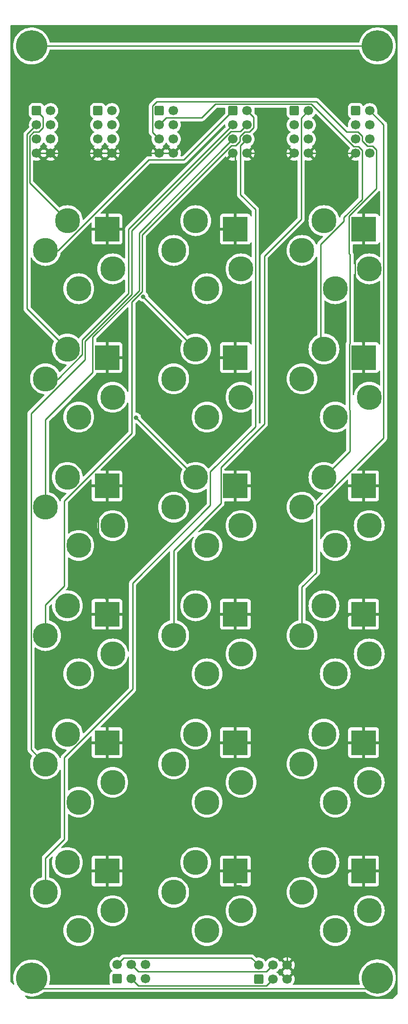
<source format=gbr>
%TF.GenerationSoftware,KiCad,Pcbnew,7.0.1*%
%TF.CreationDate,2023-03-18T19:20:35+00:00*%
%TF.ProjectId,KOSMO-POLY6-JACKS,4b4f534d-4f2d-4504-9f4c-59362d4a4143,v0.1.2*%
%TF.SameCoordinates,Original*%
%TF.FileFunction,Copper,L2,Bot*%
%TF.FilePolarity,Positive*%
%FSLAX46Y46*%
G04 Gerber Fmt 4.6, Leading zero omitted, Abs format (unit mm)*
G04 Created by KiCad (PCBNEW 7.0.1) date 2023-03-18 19:20:35*
%MOMM*%
%LPD*%
G01*
G04 APERTURE LIST*
G04 Aperture macros list*
%AMRoundRect*
0 Rectangle with rounded corners*
0 $1 Rounding radius*
0 $2 $3 $4 $5 $6 $7 $8 $9 X,Y pos of 4 corners*
0 Add a 4 corners polygon primitive as box body*
4,1,4,$2,$3,$4,$5,$6,$7,$8,$9,$2,$3,0*
0 Add four circle primitives for the rounded corners*
1,1,$1+$1,$2,$3*
1,1,$1+$1,$4,$5*
1,1,$1+$1,$6,$7*
1,1,$1+$1,$8,$9*
0 Add four rect primitives between the rounded corners*
20,1,$1+$1,$2,$3,$4,$5,0*
20,1,$1+$1,$4,$5,$6,$7,0*
20,1,$1+$1,$6,$7,$8,$9,0*
20,1,$1+$1,$8,$9,$2,$3,0*%
G04 Aperture macros list end*
%TA.AperFunction,ComponentPad*%
%ADD10RoundRect,0.250000X-0.600000X-0.600000X0.600000X-0.600000X0.600000X0.600000X-0.600000X0.600000X0*%
%TD*%
%TA.AperFunction,ComponentPad*%
%ADD11C,1.700000*%
%TD*%
%TA.AperFunction,ComponentPad*%
%ADD12C,5.600000*%
%TD*%
%TA.AperFunction,ComponentPad*%
%ADD13RoundRect,0.250000X0.600000X-0.600000X0.600000X0.600000X-0.600000X0.600000X-0.600000X-0.600000X0*%
%TD*%
%TA.AperFunction,ComponentPad*%
%ADD14R,4.500000X4.500000*%
%TD*%
%TA.AperFunction,ComponentPad*%
%ADD15C,4.500000*%
%TD*%
%TA.AperFunction,ViaPad*%
%ADD16C,0.800000*%
%TD*%
%TA.AperFunction,Conductor*%
%ADD17C,0.250000*%
%TD*%
G04 APERTURE END LIST*
D10*
%TO.P,GATE_OUT1,1,Pin_1*%
%TO.N,GATE_OUT0-N*%
X58538000Y-31435000D03*
D11*
%TO.P,GATE_OUT1,2,Pin_2*%
%TO.N,GATE_OUT3-N*%
X61078000Y-31435000D03*
%TO.P,GATE_OUT1,3,Pin_3*%
%TO.N,GATE_OUT1-N*%
X58538000Y-33975000D03*
%TO.P,GATE_OUT1,4,Pin_4*%
%TO.N,GATE_OUT4-N*%
X61078000Y-33975000D03*
%TO.P,GATE_OUT1,5,Pin_5*%
%TO.N,GATE_OUT2-N*%
X58538000Y-36515000D03*
%TO.P,GATE_OUT1,6,Pin_6*%
%TO.N,GATE_OUT5-N*%
X61078000Y-36515000D03*
%TO.P,GATE_OUT1,7,Pin_7*%
%TO.N,GND-S*%
X58538000Y-39055000D03*
%TO.P,GATE_OUT1,8,Pin_8*%
X61078000Y-39055000D03*
%TD*%
D12*
%TO.P,H1,1,1*%
%TO.N,Net-(H1-Pad1)*%
X119657000Y-19835000D03*
%TD*%
%TO.P,H2,1,1*%
%TO.N,Net-(H1-Pad1)*%
X57657000Y-19837000D03*
%TD*%
%TO.P,H3,1,1*%
%TO.N,Net-(H1-Pad1)*%
X57669000Y-186831000D03*
%TD*%
%TO.P,H4,1,1*%
%TO.N,Net-(H1-Pad1)*%
X119655000Y-186829000D03*
%TD*%
D10*
%TO.P,PULSE_IN1,1,Pin_1*%
%TO.N,PULSE_OUT0-S*%
X115743000Y-31435000D03*
D11*
%TO.P,PULSE_IN1,2,Pin_2*%
%TO.N,PULSE_OUT3-S*%
X118283000Y-31435000D03*
%TO.P,PULSE_IN1,3,Pin_3*%
%TO.N,PULSE_OUT1-S*%
X115743000Y-33975000D03*
%TO.P,PULSE_IN1,4,Pin_4*%
%TO.N,PULSE_OUT4-S*%
X118283000Y-33975000D03*
%TO.P,PULSE_IN1,5,Pin_5*%
%TO.N,PULSE_OUT2-S*%
X115743000Y-36515000D03*
%TO.P,PULSE_IN1,6,Pin_6*%
%TO.N,PULSE_OUT5-S*%
X118283000Y-36515000D03*
%TO.P,PULSE_IN1,7,Pin_7*%
%TO.N,GND-S*%
X115743000Y-39055000D03*
%TO.P,PULSE_IN1,8,Pin_8*%
X118283000Y-39055000D03*
%TD*%
D10*
%TO.P,PULSE_OUT1,1,Pin_1*%
%TO.N,PULSE_OUT0-N*%
X80538000Y-31435000D03*
D11*
%TO.P,PULSE_OUT1,2,Pin_2*%
%TO.N,PULSE_OUT3-N*%
X83078000Y-31435000D03*
%TO.P,PULSE_OUT1,3,Pin_3*%
%TO.N,PULSE_OUT1-N*%
X80538000Y-33975000D03*
%TO.P,PULSE_OUT1,4,Pin_4*%
%TO.N,PULSE_OUT4-N*%
X83078000Y-33975000D03*
%TO.P,PULSE_OUT1,5,Pin_5*%
%TO.N,PULSE_OUT2-N*%
X80538000Y-36515000D03*
%TO.P,PULSE_OUT1,6,Pin_6*%
%TO.N,PULSE_OUT5-N*%
X83078000Y-36515000D03*
%TO.P,PULSE_OUT1,7,Pin_7*%
%TO.N,GND-S*%
X80538000Y-39055000D03*
%TO.P,PULSE_OUT1,8,Pin_8*%
X83078000Y-39055000D03*
%TD*%
D10*
%TO.P,RAMP_IN1,1,Pin_1*%
%TO.N,RAMP_OUT0-S*%
X104743000Y-31435000D03*
D11*
%TO.P,RAMP_IN1,2,Pin_2*%
%TO.N,RAMP_OUT3-S*%
X107283000Y-31435000D03*
%TO.P,RAMP_IN1,3,Pin_3*%
%TO.N,RAMP_OUT1-S*%
X104743000Y-33975000D03*
%TO.P,RAMP_IN1,4,Pin_4*%
%TO.N,RAMP_OUT4-S*%
X107283000Y-33975000D03*
%TO.P,RAMP_IN1,5,Pin_5*%
%TO.N,RAMP_OUT2-S*%
X104743000Y-36515000D03*
%TO.P,RAMP_IN1,6,Pin_6*%
%TO.N,RAMP_OUT5-S*%
X107283000Y-36515000D03*
%TO.P,RAMP_IN1,7,Pin_7*%
%TO.N,GND-S*%
X104743000Y-39055000D03*
%TO.P,RAMP_IN1,8,Pin_8*%
X107283000Y-39055000D03*
%TD*%
D10*
%TO.P,RAMP_OUT1,1,Pin_1*%
%TO.N,RAMP_OUT0-N*%
X69538000Y-31435000D03*
D11*
%TO.P,RAMP_OUT1,2,Pin_2*%
%TO.N,RAMP_OUT3-N*%
X72078000Y-31435000D03*
%TO.P,RAMP_OUT1,3,Pin_3*%
%TO.N,RAMP_OUT1-N*%
X69538000Y-33975000D03*
%TO.P,RAMP_OUT1,4,Pin_4*%
%TO.N,RAMP_OUT4-N*%
X72078000Y-33975000D03*
%TO.P,RAMP_OUT1,5,Pin_5*%
%TO.N,RAMP_OUT2-N*%
X69538000Y-36515000D03*
%TO.P,RAMP_OUT1,6,Pin_6*%
%TO.N,RAMP_OUT5-N*%
X72078000Y-36515000D03*
%TO.P,RAMP_OUT1,7,Pin_7*%
%TO.N,GND-S*%
X69538000Y-39055000D03*
%TO.P,RAMP_OUT1,8,Pin_8*%
X72078000Y-39055000D03*
%TD*%
D13*
%TO.P,PowerIN1,1,Pin_1*%
%TO.N,+12V*%
X72973000Y-186988000D03*
D11*
%TO.P,PowerIN1,2,Pin_2*%
%TO.N,-12V*%
X72973000Y-184448000D03*
%TO.P,PowerIN1,3,Pin_3*%
%TO.N,+5V*%
X75513000Y-186988000D03*
%TO.P,PowerIN1,4,Pin_4*%
%TO.N,+3V3*%
X75513000Y-184448000D03*
%TO.P,PowerIN1,5,Pin_5*%
%TO.N,GND-S*%
X78053000Y-186988000D03*
%TO.P,PowerIN1,6,Pin_6*%
X78053000Y-184448000D03*
%TD*%
D13*
%TO.P,PowerOUT1,1,Pin_1*%
%TO.N,+12V*%
X98368000Y-187057000D03*
D11*
%TO.P,PowerOUT1,2,Pin_2*%
%TO.N,-12V*%
X98368000Y-184517000D03*
%TO.P,PowerOUT1,3,Pin_3*%
%TO.N,+5V*%
X100908000Y-187057000D03*
%TO.P,PowerOUT1,4,Pin_4*%
%TO.N,+3V3*%
X100908000Y-184517000D03*
%TO.P,PowerOUT1,5,Pin_5*%
%TO.N,GND-S*%
X103448000Y-187057000D03*
%TO.P,PowerOUT1,6,Pin_6*%
X103448000Y-184517000D03*
%TD*%
D10*
%TO.P,GATE_IN1,1,Pin_1*%
%TO.N,GATE_OUT0-S*%
X93743000Y-31435000D03*
D11*
%TO.P,GATE_IN1,2,Pin_2*%
%TO.N,GATE_OUT3-S*%
X96283000Y-31435000D03*
%TO.P,GATE_IN1,3,Pin_3*%
%TO.N,GATE_OUT1-S*%
X93743000Y-33975000D03*
%TO.P,GATE_IN1,4,Pin_4*%
%TO.N,GATE_OUT4-S*%
X96283000Y-33975000D03*
%TO.P,GATE_IN1,5,Pin_5*%
%TO.N,GATE_OUT2-S*%
X93743000Y-36515000D03*
%TO.P,GATE_IN1,6,Pin_6*%
%TO.N,GATE_OUT5-S*%
X96283000Y-36515000D03*
%TO.P,GATE_IN1,7,Pin_7*%
%TO.N,GND-S*%
X93743000Y-39055000D03*
%TO.P,GATE_IN1,8,Pin_8*%
X96283000Y-39055000D03*
%TD*%
D14*
%TO.P,J1,G*%
%TO.N,GND-S*%
X94181000Y-52666000D03*
D15*
%TO.P,J1,S*%
%TO.N,unconnected-(J1-PadS)*%
X89101000Y-63334000D03*
%TO.P,J1,SN*%
%TO.N,unconnected-(J1-PadSN)*%
X95197000Y-59778000D03*
%TO.P,J1,T*%
%TO.N,RAMP_OUT0-S*%
X83132000Y-56476000D03*
%TO.P,J1,TN*%
%TO.N,RAMP_OUT0-N*%
X87069000Y-51142000D03*
%TD*%
D14*
%TO.P,J2,G*%
%TO.N,GND-S*%
X117181000Y-52666000D03*
D15*
%TO.P,J2,S*%
%TO.N,unconnected-(J2-PadS)*%
X112101000Y-63334000D03*
%TO.P,J2,SN*%
%TO.N,unconnected-(J2-PadSN)*%
X118197000Y-59778000D03*
%TO.P,J2,T*%
%TO.N,PULSE_OUT0-S*%
X106132000Y-56476000D03*
%TO.P,J2,TN*%
%TO.N,PULSE_OUT0-N*%
X110069000Y-51142000D03*
%TD*%
D14*
%TO.P,J3,G*%
%TO.N,GND-S*%
X71181000Y-52666000D03*
D15*
%TO.P,J3,S*%
%TO.N,unconnected-(J3-PadS)*%
X66101000Y-63334000D03*
%TO.P,J3,SN*%
%TO.N,unconnected-(J3-PadSN)*%
X72197000Y-59778000D03*
%TO.P,J3,T*%
%TO.N,GATE_OUT0-S*%
X60132000Y-56476000D03*
%TO.P,J3,TN*%
%TO.N,GATE_OUT0-N*%
X64069000Y-51142000D03*
%TD*%
D14*
%TO.P,J4,G*%
%TO.N,GND-S*%
X94181000Y-75666000D03*
D15*
%TO.P,J4,S*%
%TO.N,unconnected-(J4-PadS)*%
X89101000Y-86334000D03*
%TO.P,J4,SN*%
%TO.N,unconnected-(J4-PadSN)*%
X95197000Y-82778000D03*
%TO.P,J4,T*%
%TO.N,RAMP_OUT1-S*%
X83132000Y-79476000D03*
%TO.P,J4,TN*%
%TO.N,RAMP_OUT1-N*%
X87069000Y-74142000D03*
%TD*%
D14*
%TO.P,J5,G*%
%TO.N,GND-S*%
X117181000Y-75666000D03*
D15*
%TO.P,J5,S*%
%TO.N,unconnected-(J5-PadS)*%
X112101000Y-86334000D03*
%TO.P,J5,SN*%
%TO.N,unconnected-(J5-PadSN)*%
X118197000Y-82778000D03*
%TO.P,J5,T*%
%TO.N,PULSE_OUT1-S*%
X106132000Y-79476000D03*
%TO.P,J5,TN*%
%TO.N,PULSE_OUT1-N*%
X110069000Y-74142000D03*
%TD*%
D14*
%TO.P,J6,G*%
%TO.N,GND-S*%
X71181000Y-75666000D03*
D15*
%TO.P,J6,S*%
%TO.N,unconnected-(J6-PadS)*%
X66101000Y-86334000D03*
%TO.P,J6,SN*%
%TO.N,unconnected-(J6-PadSN)*%
X72197000Y-82778000D03*
%TO.P,J6,T*%
%TO.N,GATE_OUT1-S*%
X60132000Y-79476000D03*
%TO.P,J6,TN*%
%TO.N,GATE_OUT1-N*%
X64069000Y-74142000D03*
%TD*%
D14*
%TO.P,J7,G*%
%TO.N,GND-S*%
X94181000Y-98666000D03*
D15*
%TO.P,J7,S*%
%TO.N,unconnected-(J7-PadS)*%
X89101000Y-109334000D03*
%TO.P,J7,SN*%
%TO.N,unconnected-(J7-PadSN)*%
X95197000Y-105778000D03*
%TO.P,J7,T*%
%TO.N,RAMP_OUT2-S*%
X83132000Y-102476000D03*
%TO.P,J7,TN*%
%TO.N,RAMP_OUT2-N*%
X87069000Y-97142000D03*
%TD*%
D14*
%TO.P,J8,G*%
%TO.N,GND-S*%
X117181000Y-98666000D03*
D15*
%TO.P,J8,S*%
%TO.N,unconnected-(J8-PadS)*%
X112101000Y-109334000D03*
%TO.P,J8,SN*%
%TO.N,unconnected-(J8-PadSN)*%
X118197000Y-105778000D03*
%TO.P,J8,T*%
%TO.N,PULSE_OUT2-S*%
X106132000Y-102476000D03*
%TO.P,J8,TN*%
%TO.N,PULSE_OUT2-N*%
X110069000Y-97142000D03*
%TD*%
D14*
%TO.P,J9,G*%
%TO.N,GND-S*%
X71181000Y-98666000D03*
D15*
%TO.P,J9,S*%
%TO.N,unconnected-(J9-PadS)*%
X66101000Y-109334000D03*
%TO.P,J9,SN*%
%TO.N,unconnected-(J9-PadSN)*%
X72197000Y-105778000D03*
%TO.P,J9,T*%
%TO.N,GATE_OUT2-S*%
X60132000Y-102476000D03*
%TO.P,J9,TN*%
%TO.N,GATE_OUT2-N*%
X64069000Y-97142000D03*
%TD*%
D14*
%TO.P,J10,G*%
%TO.N,GND-S*%
X94181000Y-121666000D03*
D15*
%TO.P,J10,S*%
%TO.N,unconnected-(J10-PadS)*%
X89101000Y-132334000D03*
%TO.P,J10,SN*%
%TO.N,unconnected-(J10-PadSN)*%
X95197000Y-128778000D03*
%TO.P,J10,T*%
%TO.N,RAMP_OUT3-S*%
X83132000Y-125476000D03*
%TO.P,J10,TN*%
%TO.N,RAMP_OUT3-N*%
X87069000Y-120142000D03*
%TD*%
D14*
%TO.P,J11,G*%
%TO.N,GND-S*%
X117181000Y-121666000D03*
D15*
%TO.P,J11,S*%
%TO.N,unconnected-(J11-PadS)*%
X112101000Y-132334000D03*
%TO.P,J11,SN*%
%TO.N,unconnected-(J11-PadSN)*%
X118197000Y-128778000D03*
%TO.P,J11,T*%
%TO.N,PULSE_OUT3-S*%
X106132000Y-125476000D03*
%TO.P,J11,TN*%
%TO.N,PULSE_OUT3-N*%
X110069000Y-120142000D03*
%TD*%
D14*
%TO.P,J12,G*%
%TO.N,GND-S*%
X71181000Y-121666000D03*
D15*
%TO.P,J12,S*%
%TO.N,unconnected-(J12-PadS)*%
X66101000Y-132334000D03*
%TO.P,J12,SN*%
%TO.N,unconnected-(J12-PadSN)*%
X72197000Y-128778000D03*
%TO.P,J12,T*%
%TO.N,GATE_OUT3-S*%
X60132000Y-125476000D03*
%TO.P,J12,TN*%
%TO.N,GATE_OUT3-N*%
X64069000Y-120142000D03*
%TD*%
D14*
%TO.P,J13,G*%
%TO.N,GND-S*%
X94181000Y-144666000D03*
D15*
%TO.P,J13,S*%
%TO.N,unconnected-(J13-PadS)*%
X89101000Y-155334000D03*
%TO.P,J13,SN*%
%TO.N,unconnected-(J13-PadSN)*%
X95197000Y-151778000D03*
%TO.P,J13,T*%
%TO.N,RAMP_OUT4-S*%
X83132000Y-148476000D03*
%TO.P,J13,TN*%
%TO.N,RAMP_OUT4-N*%
X87069000Y-143142000D03*
%TD*%
D14*
%TO.P,J14,G*%
%TO.N,GND-S*%
X117181000Y-144666000D03*
D15*
%TO.P,J14,S*%
%TO.N,unconnected-(J14-PadS)*%
X112101000Y-155334000D03*
%TO.P,J14,SN*%
%TO.N,unconnected-(J14-PadSN)*%
X118197000Y-151778000D03*
%TO.P,J14,T*%
%TO.N,PULSE_OUT4-S*%
X106132000Y-148476000D03*
%TO.P,J14,TN*%
%TO.N,PULSE_OUT4-N*%
X110069000Y-143142000D03*
%TD*%
D14*
%TO.P,J15,G*%
%TO.N,GND-S*%
X71181000Y-144666000D03*
D15*
%TO.P,J15,S*%
%TO.N,unconnected-(J15-PadS)*%
X66101000Y-155334000D03*
%TO.P,J15,SN*%
%TO.N,unconnected-(J15-PadSN)*%
X72197000Y-151778000D03*
%TO.P,J15,T*%
%TO.N,GATE_OUT4-S*%
X60132000Y-148476000D03*
%TO.P,J15,TN*%
%TO.N,GATE_OUT4-N*%
X64069000Y-143142000D03*
%TD*%
D14*
%TO.P,J16,G*%
%TO.N,GND-S*%
X94181000Y-167666000D03*
D15*
%TO.P,J16,S*%
%TO.N,unconnected-(J16-PadS)*%
X89101000Y-178334000D03*
%TO.P,J16,SN*%
%TO.N,unconnected-(J16-PadSN)*%
X95197000Y-174778000D03*
%TO.P,J16,T*%
%TO.N,RAMP_OUT5-S*%
X83132000Y-171476000D03*
%TO.P,J16,TN*%
%TO.N,RAMP_OUT5-N*%
X87069000Y-166142000D03*
%TD*%
D14*
%TO.P,J17,G*%
%TO.N,GND-S*%
X117181000Y-167666000D03*
D15*
%TO.P,J17,S*%
%TO.N,unconnected-(J17-PadS)*%
X112101000Y-178334000D03*
%TO.P,J17,SN*%
%TO.N,unconnected-(J17-PadSN)*%
X118197000Y-174778000D03*
%TO.P,J17,T*%
%TO.N,PULSE_OUT5-S*%
X106132000Y-171476000D03*
%TO.P,J17,TN*%
%TO.N,PULSE_OUT5-N*%
X110069000Y-166142000D03*
%TD*%
D14*
%TO.P,J18,G*%
%TO.N,GND-S*%
X71181000Y-167666000D03*
D15*
%TO.P,J18,S*%
%TO.N,unconnected-(J18-PadS)*%
X66101000Y-178334000D03*
%TO.P,J18,SN*%
%TO.N,unconnected-(J18-PadSN)*%
X72197000Y-174778000D03*
%TO.P,J18,T*%
%TO.N,GATE_OUT5-S*%
X60132000Y-171476000D03*
%TO.P,J18,TN*%
%TO.N,GATE_OUT5-N*%
X64069000Y-166142000D03*
%TD*%
D16*
%TO.N,RAMP_OUT1-N*%
X77678900Y-64751900D03*
%TO.N,RAMP_OUT2-N*%
X76358300Y-86431300D03*
%TD*%
D17*
%TO.N,GND-S*%
X104743000Y-39055000D02*
X96283000Y-39055000D01*
X94181000Y-144666000D02*
X96756300Y-144666000D01*
X108256300Y-133166000D02*
X117181000Y-142090700D01*
X108204300Y-128067400D02*
X114605700Y-121666000D01*
X117181000Y-144666000D02*
X117181000Y-142090700D01*
X103157700Y-128067400D02*
X108204300Y-128067400D01*
X117181000Y-52666000D02*
X117181000Y-55241300D01*
X94181000Y-167666000D02*
X94181000Y-170241300D01*
X80538000Y-39055000D02*
X83078000Y-39055000D01*
X94181000Y-52666000D02*
X94181000Y-50090700D01*
X103448000Y-178574700D02*
X103448000Y-184517000D01*
X71181000Y-121666000D02*
X71181000Y-119090700D01*
X108204300Y-128067400D02*
X108204300Y-133114000D01*
X108204300Y-133114000D02*
X108256300Y-133166000D01*
X96756300Y-121666000D02*
X103157700Y-128067400D01*
X117181000Y-121666000D02*
X114605700Y-121666000D01*
X69619600Y-102802700D02*
X69619600Y-117529300D01*
X69619600Y-117529300D02*
X71181000Y-119090700D01*
X107283000Y-39055000D02*
X115743000Y-39055000D01*
X71181000Y-101241300D02*
X69619600Y-102802700D01*
X94181000Y-121666000D02*
X96756300Y-121666000D01*
X94181000Y-170241300D02*
X95114600Y-170241300D01*
X72078000Y-39055000D02*
X69538000Y-39055000D01*
X72078000Y-39055000D02*
X80538000Y-39055000D01*
X93743000Y-39055000D02*
X94181000Y-39493000D01*
X117181000Y-75666000D02*
X117181000Y-73090700D01*
X115617300Y-71527000D02*
X115617300Y-56805000D01*
X117181000Y-167666000D02*
X114605700Y-167666000D01*
X103448000Y-178574700D02*
X103697000Y-178574700D01*
X96756300Y-144666000D02*
X108256300Y-133166000D01*
X94181000Y-39493000D02*
X94181000Y-50090700D01*
X69538000Y-39055000D02*
X61078000Y-39055000D01*
X103697000Y-178574700D02*
X114605700Y-167666000D01*
X117181000Y-73090700D02*
X115617300Y-71527000D01*
X71181000Y-98666000D02*
X71181000Y-101241300D01*
X115617300Y-56805000D02*
X117181000Y-55241300D01*
X95114600Y-170241300D02*
X103448000Y-178574700D01*
X61078000Y-39055000D02*
X58538000Y-39055000D01*
%TO.N,GATE_OUT2-S*%
X76943600Y-53314400D02*
X76943600Y-63635900D01*
X68605600Y-78357800D02*
X60132000Y-86831400D01*
X60132000Y-86831400D02*
X60132000Y-102476000D01*
X93743000Y-36515000D02*
X76943600Y-53314400D01*
X76943600Y-63635900D02*
X68605600Y-71973900D01*
X68605600Y-71973900D02*
X68605600Y-78357800D01*
%TO.N,GATE_OUT1-S*%
X66726100Y-72502800D02*
X66726100Y-75127100D01*
X66726100Y-75127100D02*
X62377200Y-79476000D01*
X75018400Y-52699600D02*
X75018400Y-64210500D01*
X75018400Y-64210500D02*
X66726100Y-72502800D01*
X93743000Y-33975000D02*
X75018400Y-52699600D01*
X62377200Y-79476000D02*
X60132000Y-79476000D01*
%TO.N,GATE_OUT3-S*%
X77491300Y-53643000D02*
X77491300Y-63819400D01*
X60132000Y-119967700D02*
X60132000Y-125476000D01*
X63525600Y-116574100D02*
X60132000Y-119967700D01*
X95873600Y-35245000D02*
X95013000Y-36105600D01*
X75632900Y-65677800D02*
X75632900Y-89220300D01*
X96283000Y-31435000D02*
X97479100Y-32631100D01*
X75632900Y-89220300D02*
X63525600Y-101327600D01*
X97479100Y-32631100D02*
X97479100Y-34454400D01*
X95013000Y-36105600D02*
X95013000Y-36954400D01*
X96688500Y-35245000D02*
X95873600Y-35245000D01*
X94277000Y-37690400D02*
X93443900Y-37690400D01*
X97479100Y-34454400D02*
X96688500Y-35245000D01*
X77491300Y-63819400D02*
X75632900Y-65677800D01*
X93443900Y-37690400D02*
X77491300Y-53643000D01*
X95013000Y-36954400D02*
X94277000Y-37690400D01*
X63525600Y-101327600D02*
X63525600Y-116574100D01*
%TO.N,GATE_OUT0-S*%
X62377300Y-56476000D02*
X78622900Y-40230400D01*
X78622900Y-40230400D02*
X84947600Y-40230400D01*
X60132000Y-56476000D02*
X62377300Y-56476000D01*
X84947600Y-40230400D02*
X93743000Y-31435000D01*
%TO.N,RAMP_OUT3-S*%
X83132000Y-110281300D02*
X83132000Y-125476000D01*
X91605600Y-101807700D02*
X83132000Y-110281300D01*
X99370000Y-57492400D02*
X99370000Y-87583200D01*
X105970900Y-50891500D02*
X99370000Y-57492400D01*
X91605600Y-95347600D02*
X91605600Y-101807700D01*
X99370000Y-87583200D02*
X91605600Y-95347600D01*
X105970900Y-32747100D02*
X105970900Y-50891500D01*
X107283000Y-31435000D02*
X105970900Y-32747100D01*
%TO.N,PULSE_OUT3-S*%
X120772400Y-90080800D02*
X108734900Y-102118300D01*
X108734900Y-102118300D02*
X108734900Y-114185000D01*
X106132000Y-116787900D02*
X106132000Y-125476000D01*
X120772400Y-33924400D02*
X120772400Y-90080800D01*
X118283000Y-31435000D02*
X120772400Y-33924400D01*
X108734900Y-114185000D02*
X106132000Y-116787900D01*
%TO.N,GATE_OUT1-N*%
X58538000Y-33975000D02*
X56832600Y-35680400D01*
X56832600Y-35680400D02*
X56832600Y-66905600D01*
X56832600Y-66905600D02*
X64069000Y-74142000D01*
%TO.N,GATE_OUT0-N*%
X59713400Y-32610400D02*
X59713400Y-34500600D01*
X58538000Y-31435000D02*
X59713400Y-32610400D01*
X59713400Y-34500600D02*
X58969000Y-35245000D01*
X57283000Y-44356000D02*
X64069000Y-51142000D01*
X58969000Y-35245000D02*
X58037900Y-35245000D01*
X58037900Y-35245000D02*
X57283000Y-35999900D01*
X57283000Y-35999900D02*
X57283000Y-44356000D01*
%TO.N,RAMP_OUT1-N*%
X87069000Y-74142000D02*
X77678900Y-64751900D01*
%TO.N,PULSE_OUT1-N*%
X115445300Y-37879600D02*
X116268600Y-37879600D01*
X90592400Y-30256600D02*
X107822300Y-30256600D01*
X81808000Y-32705000D02*
X88144000Y-32705000D01*
X88144000Y-32705000D02*
X90592400Y-30256600D01*
X116919300Y-47297000D02*
X113626100Y-50590200D01*
X109504800Y-73577800D02*
X110069000Y-74142000D01*
X109504800Y-55348400D02*
X109504800Y-73577800D01*
X116268600Y-37879600D02*
X116919300Y-38530300D01*
X113626100Y-51227100D02*
X109504800Y-55348400D01*
X113626100Y-50590200D02*
X113626100Y-51227100D01*
X80538000Y-33975000D02*
X81808000Y-32705000D01*
X107822300Y-30256600D02*
X115445300Y-37879600D01*
X116919300Y-38530300D02*
X116919300Y-47297000D01*
%TO.N,RAMP_OUT2-N*%
X76358300Y-86431300D02*
X87069000Y-97142000D01*
%TO.N,PULSE_OUT2-N*%
X114734400Y-73118800D02*
X114605600Y-73247600D01*
X114590300Y-50262900D02*
X114590300Y-57040000D01*
X119458400Y-38471600D02*
X119458400Y-45394800D01*
X108727300Y-29798400D02*
X114173900Y-35245000D01*
X114605600Y-73247600D02*
X114605600Y-84986000D01*
X114718000Y-85098400D02*
X114718000Y-92493000D01*
X79321600Y-35298600D02*
X79321600Y-30612100D01*
X117888800Y-37785000D02*
X118771800Y-37785000D01*
X80135300Y-29798400D02*
X108727300Y-29798400D01*
X116918300Y-36814500D02*
X117888800Y-37785000D01*
X114734400Y-57184100D02*
X114734400Y-73118800D01*
X79321600Y-30612100D02*
X80135300Y-29798400D01*
X116138600Y-35245000D02*
X116918300Y-36024700D01*
X114718000Y-92493000D02*
X110069000Y-97142000D01*
X80538000Y-36515000D02*
X79321600Y-35298600D01*
X114605600Y-84986000D02*
X114718000Y-85098400D01*
X114590300Y-57040000D02*
X114734400Y-57184100D01*
X119458400Y-45394800D02*
X114590300Y-50262900D01*
X118771800Y-37785000D02*
X119458400Y-38471600D01*
X116918300Y-36024700D02*
X116918300Y-36814500D01*
X114173900Y-35245000D02*
X116138600Y-35245000D01*
%TO.N,-12V*%
X97074500Y-183223500D02*
X74197500Y-183223500D01*
X98368000Y-184517000D02*
X97074500Y-183223500D01*
X74197500Y-183223500D02*
X72973000Y-184448000D01*
%TO.N,+3V3*%
X76783000Y-185718000D02*
X75513000Y-184448000D01*
X99707000Y-185718000D02*
X76783000Y-185718000D01*
X100908000Y-184517000D02*
X99707000Y-185718000D01*
%TO.N,+5V*%
X100908000Y-187057000D02*
X99710900Y-188254100D01*
X99710900Y-188254100D02*
X76779100Y-188254100D01*
X76779100Y-188254100D02*
X75513000Y-186988000D01*
%TO.N,Net-(H1-Pad1)*%
X59542500Y-188704500D02*
X57669000Y-186831000D01*
X119655000Y-186829000D02*
X117779500Y-188704500D01*
X57657000Y-19837000D02*
X119655000Y-19837000D01*
X117779500Y-188704500D02*
X59542500Y-188704500D01*
X119655000Y-19837000D02*
X119657000Y-19835000D01*
%TO.N,GATE_OUT4-S*%
X67188400Y-72754200D02*
X67188400Y-76061800D01*
X57551300Y-145895300D02*
X60132000Y-148476000D01*
X75588700Y-52964300D02*
X75588700Y-64353900D01*
X95107600Y-35150400D02*
X93402600Y-35150400D01*
X75588700Y-64353900D02*
X67188400Y-72754200D01*
X93402600Y-35150400D02*
X75588700Y-52964300D01*
X67188400Y-76061800D02*
X57551300Y-85698900D01*
X96283000Y-33975000D02*
X95107600Y-35150400D01*
X57551300Y-85698900D02*
X57551300Y-145895300D01*
%TO.N,GATE_OUT5-S*%
X95107600Y-37690400D02*
X95107600Y-46469800D01*
X63525600Y-147327600D02*
X63525600Y-161938100D01*
X63525600Y-161938100D02*
X60132000Y-165331700D01*
X75778300Y-135074900D02*
X63525600Y-147327600D01*
X97780500Y-49142700D02*
X97780500Y-88034700D01*
X97780500Y-88034700D02*
X89694200Y-96121000D01*
X75778300Y-116069200D02*
X75778300Y-135074900D01*
X89694200Y-96121000D02*
X89694200Y-102153300D01*
X60132000Y-165331700D02*
X60132000Y-171476000D01*
X96283000Y-36515000D02*
X95107600Y-37690400D01*
X89694200Y-102153300D02*
X75778300Y-116069200D01*
X95107600Y-46469800D02*
X97780500Y-49142700D01*
%TD*%
%TA.AperFunction,Conductor*%
%TO.N,GND-S*%
G36*
X76428718Y-87416735D02*
G01*
X76478081Y-87446985D01*
X84653834Y-95622738D01*
X84682957Y-95668791D01*
X84689525Y-95722883D01*
X84672270Y-95774568D01*
X84622007Y-95857712D01*
X84485040Y-96162041D01*
X84385763Y-96480635D01*
X84325607Y-96808891D01*
X84305457Y-97142000D01*
X84325607Y-97475108D01*
X84385763Y-97803364D01*
X84485040Y-98121958D01*
X84485042Y-98121963D01*
X84485043Y-98121965D01*
X84622005Y-98426282D01*
X84794650Y-98711871D01*
X85000459Y-98974567D01*
X85236433Y-99210541D01*
X85499129Y-99416350D01*
X85784718Y-99588995D01*
X86089035Y-99725957D01*
X86089040Y-99725958D01*
X86089041Y-99725959D01*
X86146074Y-99743731D01*
X86407641Y-99825238D01*
X86735892Y-99885393D01*
X87069000Y-99905542D01*
X87402108Y-99885393D01*
X87730359Y-99825238D01*
X88048965Y-99725957D01*
X88353282Y-99588995D01*
X88638871Y-99416350D01*
X88860229Y-99242927D01*
X88923614Y-99217231D01*
X88990983Y-99229052D01*
X89041836Y-99274794D01*
X89060700Y-99340539D01*
X89060700Y-101839534D01*
X89051261Y-101886987D01*
X89024381Y-101927215D01*
X75389480Y-115562113D01*
X75373196Y-115575161D01*
X75324639Y-115626868D01*
X75321933Y-115629661D01*
X75302161Y-115649433D01*
X75299621Y-115652708D01*
X75292052Y-115661569D01*
X75261714Y-115693877D01*
X75251882Y-115711763D01*
X75241201Y-115728023D01*
X75228685Y-115744159D01*
X75211086Y-115784828D01*
X75205948Y-115795317D01*
X75184603Y-115834143D01*
X75179526Y-115853918D01*
X75173225Y-115872323D01*
X75165118Y-115891056D01*
X75158188Y-115934810D01*
X75155820Y-115946246D01*
X75144800Y-115989170D01*
X75144800Y-116009584D01*
X75143273Y-116028983D01*
X75140080Y-116049141D01*
X75144250Y-116093257D01*
X75144800Y-116104926D01*
X75144800Y-128195747D01*
X75130011Y-128254475D01*
X75089171Y-128299195D01*
X75032022Y-128319238D01*
X74972196Y-128309825D01*
X74923964Y-128273199D01*
X74898831Y-128218099D01*
X74888044Y-128159238D01*
X74880238Y-128116641D01*
X74780957Y-127798035D01*
X74643995Y-127493718D01*
X74471350Y-127208129D01*
X74265541Y-126945433D01*
X74029567Y-126709459D01*
X73766871Y-126503650D01*
X73481282Y-126331005D01*
X73176965Y-126194043D01*
X73176963Y-126194042D01*
X73176958Y-126194040D01*
X72858364Y-126094763D01*
X72530108Y-126034607D01*
X72197000Y-126014457D01*
X71863891Y-126034607D01*
X71535635Y-126094763D01*
X71217041Y-126194040D01*
X70912717Y-126331005D01*
X70627128Y-126503650D01*
X70364430Y-126709461D01*
X70128461Y-126945430D01*
X69922650Y-127208128D01*
X69750005Y-127493717D01*
X69613040Y-127798041D01*
X69513763Y-128116635D01*
X69453607Y-128444891D01*
X69433457Y-128778000D01*
X69453607Y-129111108D01*
X69513763Y-129439364D01*
X69613040Y-129757958D01*
X69613042Y-129757963D01*
X69613043Y-129757965D01*
X69750005Y-130062282D01*
X69922650Y-130347871D01*
X70128459Y-130610567D01*
X70364433Y-130846541D01*
X70627129Y-131052350D01*
X70912718Y-131224995D01*
X71217035Y-131361957D01*
X71535641Y-131461238D01*
X71863892Y-131521393D01*
X72197000Y-131541542D01*
X72530108Y-131521393D01*
X72858359Y-131461238D01*
X73176965Y-131361957D01*
X73481282Y-131224995D01*
X73766871Y-131052350D01*
X74029567Y-130846541D01*
X74265541Y-130610567D01*
X74471350Y-130347871D01*
X74643995Y-130062282D01*
X74780957Y-129757965D01*
X74880238Y-129439359D01*
X74898831Y-129337900D01*
X74923964Y-129282801D01*
X74972196Y-129246175D01*
X75032022Y-129236762D01*
X75089171Y-129256805D01*
X75130011Y-129301525D01*
X75144800Y-129360253D01*
X75144800Y-134761134D01*
X75135361Y-134808587D01*
X75108481Y-134848815D01*
X67026378Y-142930916D01*
X66978437Y-142960694D01*
X66922264Y-142966141D01*
X66869495Y-142946129D01*
X66831061Y-142904802D01*
X66814923Y-142850722D01*
X66812393Y-142808892D01*
X66752238Y-142480641D01*
X66652957Y-142162035D01*
X66515995Y-141857718D01*
X66343350Y-141572129D01*
X66137541Y-141309433D01*
X65901567Y-141073459D01*
X65638871Y-140867650D01*
X65353282Y-140695005D01*
X65048965Y-140558043D01*
X65048963Y-140558042D01*
X65048958Y-140558040D01*
X64730364Y-140458763D01*
X64402108Y-140398607D01*
X64069000Y-140378457D01*
X63735891Y-140398607D01*
X63407635Y-140458763D01*
X63089041Y-140558040D01*
X62784717Y-140695005D01*
X62499128Y-140867650D01*
X62236430Y-141073461D01*
X62000461Y-141309430D01*
X61794650Y-141572128D01*
X61622005Y-141857717D01*
X61485040Y-142162041D01*
X61385763Y-142480635D01*
X61325607Y-142808891D01*
X61305457Y-143142000D01*
X61325607Y-143475108D01*
X61385763Y-143803364D01*
X61485040Y-144121958D01*
X61485042Y-144121963D01*
X61485043Y-144121965D01*
X61622005Y-144426282D01*
X61794650Y-144711871D01*
X62000459Y-144974567D01*
X62236433Y-145210541D01*
X62499129Y-145416350D01*
X62784718Y-145588995D01*
X63089035Y-145725957D01*
X63089040Y-145725958D01*
X63089041Y-145725959D01*
X63248337Y-145775597D01*
X63407641Y-145825238D01*
X63735892Y-145885393D01*
X63777721Y-145887923D01*
X63831801Y-145904061D01*
X63873128Y-145942495D01*
X63893140Y-145995264D01*
X63887693Y-146051437D01*
X63857915Y-146099378D01*
X63136780Y-146820513D01*
X63120496Y-146833561D01*
X63071939Y-146885268D01*
X63069233Y-146888061D01*
X63049461Y-146907833D01*
X63046921Y-146911108D01*
X63039352Y-146919969D01*
X63009014Y-146952277D01*
X62999182Y-146970163D01*
X62988501Y-146986423D01*
X62975985Y-147002559D01*
X62958386Y-147043228D01*
X62953248Y-147053717D01*
X62931903Y-147092543D01*
X62926826Y-147112318D01*
X62920525Y-147130723D01*
X62912418Y-147149456D01*
X62905488Y-147193210D01*
X62903120Y-147204646D01*
X62892100Y-147247570D01*
X62892100Y-147267984D01*
X62890573Y-147287386D01*
X62885678Y-147318285D01*
X62860443Y-147375830D01*
X62810240Y-147413616D01*
X62747959Y-147421942D01*
X62689593Y-147398669D01*
X62650131Y-147349777D01*
X62578995Y-147191718D01*
X62406350Y-146906129D01*
X62200541Y-146643433D01*
X61964567Y-146407459D01*
X61701871Y-146201650D01*
X61416282Y-146029005D01*
X61111965Y-145892043D01*
X61111963Y-145892042D01*
X61111958Y-145892040D01*
X60793364Y-145792763D01*
X60465108Y-145732607D01*
X60132000Y-145712457D01*
X59798891Y-145732607D01*
X59470635Y-145792763D01*
X59152041Y-145892040D01*
X58847712Y-146029007D01*
X58764568Y-146079270D01*
X58712883Y-146096525D01*
X58658791Y-146089957D01*
X58612738Y-146060834D01*
X58221119Y-145669214D01*
X58194239Y-145628986D01*
X58184800Y-145581533D01*
X58184800Y-132334000D01*
X63337457Y-132334000D01*
X63357607Y-132667108D01*
X63417763Y-132995364D01*
X63517040Y-133313958D01*
X63517042Y-133313963D01*
X63517043Y-133313965D01*
X63654005Y-133618282D01*
X63826650Y-133903871D01*
X64032459Y-134166567D01*
X64268433Y-134402541D01*
X64531129Y-134608350D01*
X64816718Y-134780995D01*
X65121035Y-134917957D01*
X65439641Y-135017238D01*
X65767892Y-135077393D01*
X66101000Y-135097542D01*
X66434108Y-135077393D01*
X66762359Y-135017238D01*
X67080965Y-134917957D01*
X67385282Y-134780995D01*
X67670871Y-134608350D01*
X67933567Y-134402541D01*
X68169541Y-134166567D01*
X68375350Y-133903871D01*
X68547995Y-133618282D01*
X68684957Y-133313965D01*
X68784238Y-132995359D01*
X68844393Y-132667108D01*
X68864542Y-132334000D01*
X68844393Y-132000892D01*
X68784238Y-131672641D01*
X68684957Y-131354035D01*
X68547995Y-131049718D01*
X68375350Y-130764129D01*
X68169541Y-130501433D01*
X67933567Y-130265459D01*
X67670871Y-130059650D01*
X67385282Y-129887005D01*
X67080965Y-129750043D01*
X67080963Y-129750042D01*
X67080958Y-129750040D01*
X66762364Y-129650763D01*
X66434108Y-129590607D01*
X66101000Y-129570457D01*
X65767891Y-129590607D01*
X65439635Y-129650763D01*
X65121041Y-129750040D01*
X64816717Y-129887005D01*
X64531128Y-130059650D01*
X64268430Y-130265461D01*
X64032461Y-130501430D01*
X63826650Y-130764128D01*
X63654005Y-131049717D01*
X63517040Y-131354041D01*
X63417763Y-131672635D01*
X63357607Y-132000891D01*
X63337457Y-132334000D01*
X58184800Y-132334000D01*
X58184800Y-127709403D01*
X58203664Y-127643658D01*
X58254517Y-127597916D01*
X58321886Y-127586095D01*
X58385272Y-127611791D01*
X58562129Y-127750350D01*
X58847718Y-127922995D01*
X59152035Y-128059957D01*
X59470641Y-128159238D01*
X59798892Y-128219393D01*
X60111850Y-128238323D01*
X60131999Y-128239542D01*
X60131999Y-128239541D01*
X60132000Y-128239542D01*
X60465108Y-128219393D01*
X60793359Y-128159238D01*
X61111965Y-128059957D01*
X61416282Y-127922995D01*
X61701871Y-127750350D01*
X61964567Y-127544541D01*
X62200541Y-127308567D01*
X62406350Y-127045871D01*
X62578995Y-126760282D01*
X62715957Y-126455965D01*
X62815238Y-126137359D01*
X62875393Y-125809108D01*
X62895542Y-125476000D01*
X62875393Y-125142892D01*
X62815238Y-124814641D01*
X62715957Y-124496035D01*
X62578995Y-124191718D01*
X62406350Y-123906129D01*
X62200541Y-123643433D01*
X61964567Y-123407459D01*
X61701871Y-123201650D01*
X61416282Y-123029005D01*
X61111965Y-122892043D01*
X61111963Y-122892042D01*
X61111958Y-122892040D01*
X60852610Y-122811225D01*
X60807273Y-122785655D01*
X60776424Y-122743731D01*
X60765500Y-122692840D01*
X60765500Y-120281466D01*
X60774939Y-120234013D01*
X60801819Y-120193785D01*
X60853605Y-120141999D01*
X61103354Y-119892249D01*
X61154143Y-119861546D01*
X61213385Y-119857962D01*
X61267507Y-119882320D01*
X61304109Y-119929040D01*
X61314808Y-119987418D01*
X61305457Y-120141999D01*
X61325607Y-120475108D01*
X61385763Y-120803364D01*
X61485040Y-121121958D01*
X61485042Y-121121963D01*
X61485043Y-121121965D01*
X61622005Y-121426282D01*
X61794650Y-121711871D01*
X62000459Y-121974567D01*
X62236433Y-122210541D01*
X62499129Y-122416350D01*
X62784718Y-122588995D01*
X63089035Y-122725957D01*
X63407641Y-122825238D01*
X63735892Y-122885393D01*
X64069000Y-122905542D01*
X64402108Y-122885393D01*
X64730359Y-122825238D01*
X65048965Y-122725957D01*
X65353282Y-122588995D01*
X65638871Y-122416350D01*
X65901567Y-122210541D01*
X66137541Y-121974567D01*
X66183425Y-121916000D01*
X68431000Y-121916000D01*
X68431000Y-123963824D01*
X68437402Y-124023375D01*
X68487647Y-124158089D01*
X68573811Y-124273188D01*
X68688910Y-124359352D01*
X68823624Y-124409597D01*
X68883176Y-124416000D01*
X70931000Y-124416000D01*
X70931000Y-121916000D01*
X71431000Y-121916000D01*
X71431000Y-124416000D01*
X73478824Y-124416000D01*
X73538375Y-124409597D01*
X73673089Y-124359352D01*
X73788188Y-124273188D01*
X73874352Y-124158089D01*
X73924597Y-124023375D01*
X73931000Y-123963824D01*
X73931000Y-121916000D01*
X71431000Y-121916000D01*
X70931000Y-121916000D01*
X68431000Y-121916000D01*
X66183425Y-121916000D01*
X66343350Y-121711871D01*
X66515995Y-121426282D01*
X66520623Y-121416000D01*
X68431000Y-121416000D01*
X70931000Y-121416000D01*
X70931000Y-118916000D01*
X71431000Y-118916000D01*
X71431000Y-121416000D01*
X73931000Y-121416000D01*
X73931000Y-119368176D01*
X73924597Y-119308624D01*
X73874352Y-119173910D01*
X73788188Y-119058811D01*
X73673089Y-118972647D01*
X73538375Y-118922402D01*
X73478824Y-118916000D01*
X71431000Y-118916000D01*
X70931000Y-118916000D01*
X68883176Y-118916000D01*
X68823624Y-118922402D01*
X68688910Y-118972647D01*
X68573811Y-119058811D01*
X68487647Y-119173910D01*
X68437402Y-119308624D01*
X68431000Y-119368176D01*
X68431000Y-121416000D01*
X66520623Y-121416000D01*
X66652957Y-121121965D01*
X66752238Y-120803359D01*
X66812393Y-120475108D01*
X66832542Y-120142000D01*
X66812393Y-119808892D01*
X66752238Y-119480641D01*
X66652957Y-119162035D01*
X66515995Y-118857718D01*
X66343350Y-118572129D01*
X66137541Y-118309433D01*
X65901567Y-118073459D01*
X65638871Y-117867650D01*
X65353282Y-117695005D01*
X65048965Y-117558043D01*
X65048963Y-117558042D01*
X65048958Y-117558040D01*
X64730364Y-117458763D01*
X64572167Y-117429772D01*
X64402108Y-117398607D01*
X64402107Y-117398606D01*
X64068999Y-117378457D01*
X63914417Y-117387808D01*
X63856039Y-117377109D01*
X63809319Y-117340507D01*
X63784961Y-117286385D01*
X63788545Y-117227144D01*
X63819247Y-117176355D01*
X63914416Y-117081186D01*
X63930697Y-117068144D01*
X63932614Y-117066102D01*
X63932618Y-117066100D01*
X63979306Y-117016379D01*
X63981923Y-117013679D01*
X64001734Y-116993870D01*
X64004272Y-116990597D01*
X64011841Y-116981734D01*
X64042186Y-116949421D01*
X64052022Y-116931527D01*
X64062702Y-116915268D01*
X64075213Y-116899141D01*
X64092811Y-116858472D01*
X64097941Y-116848000D01*
X64119295Y-116809160D01*
X64124372Y-116789382D01*
X64130672Y-116770982D01*
X64138781Y-116752245D01*
X64145712Y-116708476D01*
X64148078Y-116697053D01*
X64159100Y-116654130D01*
X64159100Y-116633716D01*
X64160627Y-116614317D01*
X64161349Y-116609756D01*
X64163820Y-116594157D01*
X64159650Y-116550043D01*
X64159100Y-116538374D01*
X64159100Y-111571555D01*
X64177964Y-111505810D01*
X64228817Y-111460068D01*
X64296186Y-111448247D01*
X64359571Y-111473943D01*
X64531129Y-111608350D01*
X64816718Y-111780995D01*
X65121035Y-111917957D01*
X65439641Y-112017238D01*
X65767892Y-112077393D01*
X66101000Y-112097542D01*
X66434108Y-112077393D01*
X66762359Y-112017238D01*
X67080965Y-111917957D01*
X67385282Y-111780995D01*
X67670871Y-111608350D01*
X67933567Y-111402541D01*
X68169541Y-111166567D01*
X68375350Y-110903871D01*
X68547995Y-110618282D01*
X68684957Y-110313965D01*
X68784238Y-109995359D01*
X68844393Y-109667108D01*
X68864542Y-109334000D01*
X68844393Y-109000892D01*
X68784238Y-108672641D01*
X68684957Y-108354035D01*
X68547995Y-108049718D01*
X68375350Y-107764129D01*
X68169541Y-107501433D01*
X67933567Y-107265459D01*
X67670871Y-107059650D01*
X67385282Y-106887005D01*
X67080965Y-106750043D01*
X67080963Y-106750042D01*
X67080958Y-106750040D01*
X66762364Y-106650763D01*
X66434108Y-106590607D01*
X66101000Y-106570457D01*
X65767891Y-106590607D01*
X65439635Y-106650763D01*
X65121041Y-106750040D01*
X64816717Y-106887005D01*
X64531128Y-107059650D01*
X64431832Y-107137443D01*
X64359571Y-107194056D01*
X64296186Y-107219753D01*
X64228817Y-107207932D01*
X64177964Y-107162190D01*
X64159100Y-107096445D01*
X64159100Y-105778000D01*
X69433457Y-105778000D01*
X69453607Y-106111108D01*
X69513763Y-106439364D01*
X69613040Y-106757958D01*
X69613042Y-106757963D01*
X69613043Y-106757965D01*
X69750005Y-107062282D01*
X69922650Y-107347871D01*
X70128459Y-107610567D01*
X70364433Y-107846541D01*
X70627129Y-108052350D01*
X70912718Y-108224995D01*
X71217035Y-108361957D01*
X71535641Y-108461238D01*
X71863892Y-108521393D01*
X72197000Y-108541542D01*
X72530108Y-108521393D01*
X72858359Y-108461238D01*
X73176965Y-108361957D01*
X73481282Y-108224995D01*
X73766871Y-108052350D01*
X74029567Y-107846541D01*
X74265541Y-107610567D01*
X74471350Y-107347871D01*
X74643995Y-107062282D01*
X74780957Y-106757965D01*
X74880238Y-106439359D01*
X74940393Y-106111108D01*
X74960542Y-105778000D01*
X74940393Y-105444892D01*
X74880238Y-105116641D01*
X74780957Y-104798035D01*
X74643995Y-104493718D01*
X74471350Y-104208129D01*
X74265541Y-103945433D01*
X74029567Y-103709459D01*
X73766871Y-103503650D01*
X73481282Y-103331005D01*
X73176965Y-103194043D01*
X73176963Y-103194042D01*
X73176958Y-103194040D01*
X72858364Y-103094763D01*
X72530108Y-103034607D01*
X72197000Y-103014457D01*
X71863891Y-103034607D01*
X71535635Y-103094763D01*
X71217041Y-103194040D01*
X70912717Y-103331005D01*
X70627128Y-103503650D01*
X70364430Y-103709461D01*
X70128461Y-103945430D01*
X69922650Y-104208128D01*
X69750005Y-104493717D01*
X69613040Y-104798041D01*
X69513763Y-105116635D01*
X69453607Y-105444891D01*
X69433457Y-105778000D01*
X64159100Y-105778000D01*
X64159100Y-102475999D01*
X80368457Y-102475999D01*
X80388607Y-102809108D01*
X80448763Y-103137364D01*
X80548040Y-103455958D01*
X80548042Y-103455963D01*
X80548043Y-103455965D01*
X80685005Y-103760282D01*
X80857650Y-104045871D01*
X81063459Y-104308567D01*
X81299433Y-104544541D01*
X81562129Y-104750350D01*
X81847718Y-104922995D01*
X82152035Y-105059957D01*
X82470641Y-105159238D01*
X82798892Y-105219393D01*
X83132000Y-105239542D01*
X83465108Y-105219393D01*
X83793359Y-105159238D01*
X84111965Y-105059957D01*
X84416282Y-104922995D01*
X84701871Y-104750350D01*
X84964567Y-104544541D01*
X85200541Y-104308567D01*
X85406350Y-104045871D01*
X85578995Y-103760282D01*
X85715957Y-103455965D01*
X85815238Y-103137359D01*
X85875393Y-102809108D01*
X85895542Y-102476000D01*
X85875393Y-102142892D01*
X85815238Y-101814641D01*
X85715957Y-101496035D01*
X85578995Y-101191718D01*
X85406350Y-100906129D01*
X85200541Y-100643433D01*
X84964567Y-100407459D01*
X84701871Y-100201650D01*
X84416282Y-100029005D01*
X84111965Y-99892043D01*
X84111963Y-99892042D01*
X84111958Y-99892040D01*
X83793364Y-99792763D01*
X83754577Y-99785655D01*
X83465108Y-99732607D01*
X83465107Y-99732606D01*
X83132000Y-99712457D01*
X82798891Y-99732607D01*
X82470635Y-99792763D01*
X82152041Y-99892040D01*
X81847717Y-100029005D01*
X81562128Y-100201650D01*
X81299430Y-100407461D01*
X81063461Y-100643430D01*
X80857650Y-100906128D01*
X80685005Y-101191717D01*
X80548040Y-101496041D01*
X80448763Y-101814635D01*
X80388607Y-102142891D01*
X80368457Y-102475999D01*
X64159100Y-102475999D01*
X64159100Y-101641366D01*
X64168539Y-101593913D01*
X64195419Y-101553685D01*
X66833104Y-98916000D01*
X68431000Y-98916000D01*
X68431000Y-100963824D01*
X68437402Y-101023375D01*
X68487647Y-101158089D01*
X68573811Y-101273188D01*
X68688910Y-101359352D01*
X68823624Y-101409597D01*
X68883176Y-101416000D01*
X70931000Y-101416000D01*
X70931000Y-98916000D01*
X71431000Y-98916000D01*
X71431000Y-101416000D01*
X73478824Y-101416000D01*
X73538375Y-101409597D01*
X73673089Y-101359352D01*
X73788188Y-101273188D01*
X73874352Y-101158089D01*
X73924597Y-101023375D01*
X73931000Y-100963824D01*
X73931000Y-98916000D01*
X71431000Y-98916000D01*
X70931000Y-98916000D01*
X68431000Y-98916000D01*
X66833104Y-98916000D01*
X68219319Y-97529785D01*
X68268682Y-97499535D01*
X68326398Y-97494993D01*
X68379885Y-97517148D01*
X68417485Y-97561171D01*
X68431000Y-97617466D01*
X68431000Y-98416000D01*
X70931000Y-98416000D01*
X70931000Y-95916000D01*
X71431000Y-95916000D01*
X71431000Y-98416000D01*
X73931000Y-98416000D01*
X73931000Y-96368176D01*
X73924597Y-96308624D01*
X73874352Y-96173910D01*
X73788188Y-96058811D01*
X73673089Y-95972647D01*
X73538375Y-95922402D01*
X73478824Y-95916000D01*
X71431000Y-95916000D01*
X70931000Y-95916000D01*
X70132466Y-95916000D01*
X70076171Y-95902485D01*
X70032148Y-95864885D01*
X70009993Y-95811398D01*
X70014535Y-95753682D01*
X70044785Y-95704319D01*
X73021044Y-92728060D01*
X76021718Y-89727385D01*
X76037997Y-89714344D01*
X76039914Y-89712302D01*
X76039918Y-89712300D01*
X76086591Y-89662596D01*
X76089239Y-89659864D01*
X76109035Y-89640070D01*
X76111579Y-89636788D01*
X76119151Y-89627924D01*
X76149486Y-89595621D01*
X76159319Y-89577732D01*
X76170000Y-89561472D01*
X76182514Y-89545341D01*
X76200107Y-89504681D01*
X76205243Y-89494195D01*
X76226595Y-89455360D01*
X76231673Y-89435577D01*
X76237970Y-89417185D01*
X76246081Y-89398445D01*
X76253012Y-89354676D01*
X76255378Y-89343253D01*
X76266400Y-89300330D01*
X76266400Y-89279916D01*
X76267927Y-89260517D01*
X76268002Y-89260040D01*
X76271120Y-89240357D01*
X76266950Y-89196243D01*
X76266400Y-89184574D01*
X76266400Y-87534666D01*
X76279915Y-87478371D01*
X76317515Y-87434348D01*
X76371002Y-87412193D01*
X76428718Y-87416735D01*
G37*
%TD.AperFunction*%
%TA.AperFunction,Conductor*%
G36*
X74948285Y-66675048D02*
G01*
X74985885Y-66719071D01*
X74999400Y-66775366D01*
X74999400Y-81705744D01*
X74981517Y-81769894D01*
X74933026Y-81815541D01*
X74867913Y-81829518D01*
X74804960Y-81807794D01*
X74762324Y-81756635D01*
X74643995Y-81493718D01*
X74471350Y-81208129D01*
X74265541Y-80945433D01*
X74029567Y-80709459D01*
X73766871Y-80503650D01*
X73481282Y-80331005D01*
X73176965Y-80194043D01*
X73176963Y-80194042D01*
X73176958Y-80194040D01*
X72858364Y-80094763D01*
X72530108Y-80034607D01*
X72197000Y-80014457D01*
X71863891Y-80034607D01*
X71535635Y-80094763D01*
X71217041Y-80194040D01*
X70912717Y-80331005D01*
X70627128Y-80503650D01*
X70364430Y-80709461D01*
X70128461Y-80945430D01*
X69922650Y-81208128D01*
X69750005Y-81493717D01*
X69613040Y-81798041D01*
X69513763Y-82116635D01*
X69453607Y-82444891D01*
X69433457Y-82778000D01*
X69453607Y-83111108D01*
X69513763Y-83439364D01*
X69613040Y-83757958D01*
X69613042Y-83757963D01*
X69613043Y-83757965D01*
X69750005Y-84062282D01*
X69922650Y-84347871D01*
X70128459Y-84610567D01*
X70364433Y-84846541D01*
X70627129Y-85052350D01*
X70912718Y-85224995D01*
X71217035Y-85361957D01*
X71535641Y-85461238D01*
X71863892Y-85521393D01*
X72197000Y-85541542D01*
X72530108Y-85521393D01*
X72858359Y-85461238D01*
X73176965Y-85361957D01*
X73481282Y-85224995D01*
X73766871Y-85052350D01*
X74029567Y-84846541D01*
X74265541Y-84610567D01*
X74471350Y-84347871D01*
X74643995Y-84062282D01*
X74762324Y-83799364D01*
X74804960Y-83748206D01*
X74867913Y-83726482D01*
X74933026Y-83740459D01*
X74981517Y-83786106D01*
X74999400Y-83850256D01*
X74999400Y-88906534D01*
X74989961Y-88953987D01*
X74963081Y-88994215D01*
X67026378Y-96930916D01*
X66978437Y-96960694D01*
X66922264Y-96966141D01*
X66869495Y-96946129D01*
X66831061Y-96904802D01*
X66814923Y-96850722D01*
X66812393Y-96808892D01*
X66752238Y-96480641D01*
X66652957Y-96162035D01*
X66515995Y-95857718D01*
X66343350Y-95572129D01*
X66137541Y-95309433D01*
X65901567Y-95073459D01*
X65638871Y-94867650D01*
X65353282Y-94695005D01*
X65048965Y-94558043D01*
X65048963Y-94558042D01*
X65048958Y-94558040D01*
X64730364Y-94458763D01*
X64402108Y-94398607D01*
X64069000Y-94378457D01*
X63735891Y-94398607D01*
X63407635Y-94458763D01*
X63089041Y-94558040D01*
X62784717Y-94695005D01*
X62499128Y-94867650D01*
X62236430Y-95073461D01*
X62000461Y-95309430D01*
X61794650Y-95572128D01*
X61622005Y-95857717D01*
X61485040Y-96162041D01*
X61385763Y-96480635D01*
X61325607Y-96808891D01*
X61305457Y-97142000D01*
X61325607Y-97475108D01*
X61385763Y-97803364D01*
X61485040Y-98121958D01*
X61485042Y-98121963D01*
X61485043Y-98121965D01*
X61622005Y-98426282D01*
X61794650Y-98711871D01*
X62000459Y-98974567D01*
X62236433Y-99210541D01*
X62499129Y-99416350D01*
X62784718Y-99588995D01*
X63089035Y-99725957D01*
X63089040Y-99725958D01*
X63089041Y-99725959D01*
X63146074Y-99743731D01*
X63407641Y-99825238D01*
X63735892Y-99885393D01*
X63777721Y-99887923D01*
X63831801Y-99904061D01*
X63873128Y-99942495D01*
X63893140Y-99995264D01*
X63887693Y-100051437D01*
X63857915Y-100099378D01*
X63136780Y-100820513D01*
X63120496Y-100833561D01*
X63071939Y-100885268D01*
X63069233Y-100888061D01*
X63049461Y-100907833D01*
X63046921Y-100911108D01*
X63039352Y-100919969D01*
X63009014Y-100952277D01*
X62999182Y-100970163D01*
X62988501Y-100986423D01*
X62975985Y-101002559D01*
X62958386Y-101043228D01*
X62953248Y-101053717D01*
X62931903Y-101092543D01*
X62926826Y-101112318D01*
X62920525Y-101130723D01*
X62912418Y-101149456D01*
X62905488Y-101193210D01*
X62903120Y-101204646D01*
X62892100Y-101247570D01*
X62892100Y-101267984D01*
X62890573Y-101287386D01*
X62885678Y-101318285D01*
X62860443Y-101375830D01*
X62810240Y-101413616D01*
X62747959Y-101421942D01*
X62689593Y-101398669D01*
X62650131Y-101349777D01*
X62578995Y-101191718D01*
X62406350Y-100906129D01*
X62200541Y-100643433D01*
X61964567Y-100407459D01*
X61701871Y-100201650D01*
X61416282Y-100029005D01*
X61111965Y-99892043D01*
X61111963Y-99892042D01*
X61111958Y-99892040D01*
X60852610Y-99811225D01*
X60807273Y-99785655D01*
X60776424Y-99743731D01*
X60765500Y-99692840D01*
X60765500Y-87145166D01*
X60774939Y-87097713D01*
X60801819Y-87057485D01*
X61525305Y-86333999D01*
X63337457Y-86333999D01*
X63357607Y-86667108D01*
X63417763Y-86995364D01*
X63517040Y-87313958D01*
X63517042Y-87313963D01*
X63517043Y-87313965D01*
X63654005Y-87618282D01*
X63826650Y-87903871D01*
X64032459Y-88166567D01*
X64268433Y-88402541D01*
X64531129Y-88608350D01*
X64816718Y-88780995D01*
X65121035Y-88917957D01*
X65439641Y-89017238D01*
X65767892Y-89077393D01*
X66101000Y-89097542D01*
X66434108Y-89077393D01*
X66762359Y-89017238D01*
X67080965Y-88917957D01*
X67385282Y-88780995D01*
X67670871Y-88608350D01*
X67933567Y-88402541D01*
X68169541Y-88166567D01*
X68375350Y-87903871D01*
X68547995Y-87618282D01*
X68684957Y-87313965D01*
X68784238Y-86995359D01*
X68844393Y-86667108D01*
X68864542Y-86334000D01*
X68844393Y-86000892D01*
X68784238Y-85672641D01*
X68684957Y-85354035D01*
X68547995Y-85049718D01*
X68375350Y-84764129D01*
X68169541Y-84501433D01*
X67933567Y-84265459D01*
X67670871Y-84059650D01*
X67385282Y-83887005D01*
X67080965Y-83750043D01*
X67080963Y-83750042D01*
X67080958Y-83750040D01*
X66762364Y-83650763D01*
X66434108Y-83590607D01*
X66101000Y-83570457D01*
X65767891Y-83590607D01*
X65439635Y-83650763D01*
X65121041Y-83750040D01*
X64816717Y-83887005D01*
X64531128Y-84059650D01*
X64268430Y-84265461D01*
X64032461Y-84501430D01*
X63826650Y-84764128D01*
X63654005Y-85049717D01*
X63517040Y-85354041D01*
X63417763Y-85672635D01*
X63357607Y-86000891D01*
X63337457Y-86333999D01*
X61525305Y-86333999D01*
X64748196Y-83111108D01*
X68994418Y-78864885D01*
X69010697Y-78851844D01*
X69012614Y-78849802D01*
X69012618Y-78849800D01*
X69059291Y-78800096D01*
X69061939Y-78797364D01*
X69081735Y-78777570D01*
X69084279Y-78774288D01*
X69091851Y-78765424D01*
X69122186Y-78733121D01*
X69132019Y-78715232D01*
X69142700Y-78698972D01*
X69155214Y-78682841D01*
X69172807Y-78642181D01*
X69177943Y-78631695D01*
X69199295Y-78592860D01*
X69204373Y-78573077D01*
X69210670Y-78554685D01*
X69218781Y-78535945D01*
X69218782Y-78535940D01*
X69221212Y-78520601D01*
X69243367Y-78467114D01*
X69287390Y-78429515D01*
X69343685Y-78416000D01*
X70931000Y-78416000D01*
X70931000Y-75916000D01*
X71431000Y-75916000D01*
X71431000Y-78416000D01*
X73478824Y-78416000D01*
X73538375Y-78409597D01*
X73673089Y-78359352D01*
X73788188Y-78273188D01*
X73874352Y-78158089D01*
X73924597Y-78023375D01*
X73931000Y-77963824D01*
X73931000Y-75916000D01*
X71431000Y-75916000D01*
X70931000Y-75916000D01*
X70931000Y-72916000D01*
X71431000Y-72916000D01*
X71431000Y-75416000D01*
X73931000Y-75416000D01*
X73931000Y-73368176D01*
X73924597Y-73308624D01*
X73874352Y-73173910D01*
X73788188Y-73058811D01*
X73673089Y-72972647D01*
X73538375Y-72922402D01*
X73478824Y-72916000D01*
X71431000Y-72916000D01*
X70931000Y-72916000D01*
X69363100Y-72916000D01*
X69301100Y-72899387D01*
X69255713Y-72854000D01*
X69239100Y-72792000D01*
X69239100Y-72287666D01*
X69248539Y-72240213D01*
X69275419Y-72199985D01*
X74787719Y-66687685D01*
X74837082Y-66657435D01*
X74894798Y-66652893D01*
X74948285Y-66675048D01*
G37*
%TD.AperFunction*%
%TA.AperFunction,Conductor*%
G36*
X93830681Y-38789128D02*
G01*
X94008871Y-38967318D01*
X94040965Y-39022905D01*
X94040965Y-39087093D01*
X94008871Y-39142680D01*
X92981625Y-40169925D01*
X93065420Y-40228599D01*
X93279507Y-40328430D01*
X93507681Y-40389569D01*
X93743000Y-40410157D01*
X93978318Y-40389569D01*
X94206492Y-40328430D01*
X94297695Y-40285902D01*
X94358210Y-40274549D01*
X94416725Y-40293703D01*
X94458814Y-40338641D01*
X94474100Y-40398284D01*
X94474100Y-46386167D01*
X94471810Y-46406908D01*
X94474039Y-46477817D01*
X94474100Y-46481713D01*
X94474100Y-46509655D01*
X94474618Y-46513756D01*
X94475534Y-46525397D01*
X94476926Y-46569688D01*
X94482622Y-46589292D01*
X94486567Y-46608344D01*
X94489125Y-46628598D01*
X94505438Y-46669801D01*
X94509221Y-46680849D01*
X94521582Y-46723393D01*
X94531974Y-46740966D01*
X94540531Y-46758433D01*
X94548048Y-46777418D01*
X94574091Y-46813263D01*
X94580505Y-46823027D01*
X94603058Y-46861162D01*
X94617490Y-46875594D01*
X94630126Y-46890389D01*
X94642126Y-46906905D01*
X94676267Y-46935149D01*
X94684908Y-46943012D01*
X97110681Y-49368785D01*
X97137561Y-49409013D01*
X97147000Y-49456466D01*
X97147000Y-50217621D01*
X97128262Y-50283164D01*
X97077711Y-50328898D01*
X97010626Y-50341002D01*
X96947280Y-50315817D01*
X96906818Y-50260955D01*
X96874352Y-50173910D01*
X96788188Y-50058811D01*
X96673089Y-49972647D01*
X96538375Y-49922402D01*
X96478824Y-49916000D01*
X94431000Y-49916000D01*
X94431000Y-55416000D01*
X96478824Y-55416000D01*
X96538375Y-55409597D01*
X96673089Y-55359352D01*
X96788188Y-55273188D01*
X96874352Y-55158089D01*
X96906818Y-55071045D01*
X96947280Y-55016183D01*
X97010626Y-54990998D01*
X97077711Y-55003102D01*
X97128262Y-55048836D01*
X97147000Y-55114379D01*
X97147000Y-57546791D01*
X97128136Y-57612536D01*
X97077283Y-57658278D01*
X97009914Y-57670099D01*
X96946528Y-57644402D01*
X96766871Y-57503650D01*
X96481282Y-57331005D01*
X96176965Y-57194043D01*
X96176963Y-57194042D01*
X96176958Y-57194040D01*
X95858364Y-57094763D01*
X95831058Y-57089759D01*
X95530108Y-57034607D01*
X95197000Y-57014457D01*
X94863891Y-57034607D01*
X94535635Y-57094763D01*
X94217041Y-57194040D01*
X93912717Y-57331005D01*
X93627128Y-57503650D01*
X93364430Y-57709461D01*
X93128461Y-57945430D01*
X92922650Y-58208128D01*
X92750005Y-58493717D01*
X92613040Y-58798041D01*
X92513763Y-59116635D01*
X92453607Y-59444891D01*
X92433457Y-59778000D01*
X92453607Y-60111108D01*
X92513763Y-60439364D01*
X92613040Y-60757958D01*
X92613041Y-60757960D01*
X92613043Y-60757965D01*
X92750005Y-61062282D01*
X92922650Y-61347871D01*
X93128459Y-61610567D01*
X93364433Y-61846541D01*
X93627129Y-62052350D01*
X93912718Y-62224995D01*
X94217035Y-62361957D01*
X94535641Y-62461238D01*
X94863892Y-62521393D01*
X95197000Y-62541542D01*
X95530108Y-62521393D01*
X95858359Y-62461238D01*
X96176965Y-62361957D01*
X96481282Y-62224995D01*
X96766871Y-62052350D01*
X96946528Y-61911597D01*
X97009914Y-61885901D01*
X97077283Y-61897722D01*
X97128136Y-61943464D01*
X97147000Y-62009209D01*
X97147000Y-73217621D01*
X97128262Y-73283164D01*
X97077711Y-73328898D01*
X97010626Y-73341002D01*
X96947280Y-73315817D01*
X96906818Y-73260955D01*
X96874352Y-73173910D01*
X96788188Y-73058811D01*
X96673089Y-72972647D01*
X96538375Y-72922402D01*
X96478824Y-72916000D01*
X94431000Y-72916000D01*
X94431000Y-78416000D01*
X96478824Y-78416000D01*
X96538375Y-78409597D01*
X96673089Y-78359352D01*
X96788188Y-78273188D01*
X96874352Y-78158089D01*
X96906818Y-78071045D01*
X96947280Y-78016183D01*
X97010626Y-77990998D01*
X97077711Y-78003102D01*
X97128262Y-78048836D01*
X97147000Y-78114379D01*
X97147000Y-80546791D01*
X97128136Y-80612536D01*
X97077283Y-80658278D01*
X97009914Y-80670099D01*
X96946528Y-80644402D01*
X96766871Y-80503650D01*
X96481282Y-80331005D01*
X96176965Y-80194043D01*
X96176963Y-80194042D01*
X96176958Y-80194040D01*
X95858364Y-80094763D01*
X95530108Y-80034607D01*
X95197000Y-80014457D01*
X94863891Y-80034607D01*
X94535635Y-80094763D01*
X94217041Y-80194040D01*
X93912717Y-80331005D01*
X93627128Y-80503650D01*
X93364430Y-80709461D01*
X93128461Y-80945430D01*
X92922650Y-81208128D01*
X92750005Y-81493717D01*
X92613040Y-81798041D01*
X92513763Y-82116635D01*
X92453607Y-82444891D01*
X92433457Y-82778000D01*
X92453607Y-83111108D01*
X92513763Y-83439364D01*
X92613040Y-83757958D01*
X92613042Y-83757963D01*
X92613043Y-83757965D01*
X92750005Y-84062282D01*
X92922650Y-84347871D01*
X93128459Y-84610567D01*
X93364433Y-84846541D01*
X93627129Y-85052350D01*
X93912718Y-85224995D01*
X94217035Y-85361957D01*
X94535641Y-85461238D01*
X94863892Y-85521393D01*
X95197000Y-85541542D01*
X95530108Y-85521393D01*
X95858359Y-85461238D01*
X96176965Y-85361957D01*
X96481282Y-85224995D01*
X96766871Y-85052350D01*
X96946528Y-84911597D01*
X97009914Y-84885901D01*
X97077283Y-84897722D01*
X97128136Y-84943464D01*
X97147000Y-85009209D01*
X97147000Y-87720934D01*
X97137561Y-87768387D01*
X97110681Y-87808615D01*
X89443997Y-95475296D01*
X89383561Y-95508585D01*
X89314689Y-95504419D01*
X89258705Y-95464088D01*
X89137541Y-95309433D01*
X88901567Y-95073459D01*
X88638871Y-94867650D01*
X88353282Y-94695005D01*
X88048965Y-94558043D01*
X88048963Y-94558042D01*
X88048958Y-94558040D01*
X87730364Y-94458763D01*
X87402108Y-94398607D01*
X87069000Y-94378457D01*
X86735891Y-94398607D01*
X86407635Y-94458763D01*
X86089041Y-94558040D01*
X85981712Y-94606344D01*
X85784718Y-94695005D01*
X85732067Y-94726834D01*
X85701570Y-94745270D01*
X85649885Y-94762525D01*
X85595793Y-94755957D01*
X85549739Y-94726834D01*
X77304920Y-86482015D01*
X77280680Y-86447717D01*
X77269281Y-86407300D01*
X77261577Y-86333999D01*
X86337457Y-86333999D01*
X86357607Y-86667108D01*
X86417763Y-86995364D01*
X86517040Y-87313958D01*
X86517042Y-87313963D01*
X86517043Y-87313965D01*
X86654005Y-87618282D01*
X86826650Y-87903871D01*
X87032459Y-88166567D01*
X87268433Y-88402541D01*
X87531129Y-88608350D01*
X87816718Y-88780995D01*
X88121035Y-88917957D01*
X88439641Y-89017238D01*
X88767892Y-89077393D01*
X89101000Y-89097542D01*
X89434108Y-89077393D01*
X89762359Y-89017238D01*
X90080965Y-88917957D01*
X90385282Y-88780995D01*
X90670871Y-88608350D01*
X90933567Y-88402541D01*
X91169541Y-88166567D01*
X91375350Y-87903871D01*
X91547995Y-87618282D01*
X91684957Y-87313965D01*
X91784238Y-86995359D01*
X91844393Y-86667108D01*
X91864542Y-86334000D01*
X91844393Y-86000892D01*
X91784238Y-85672641D01*
X91684957Y-85354035D01*
X91547995Y-85049718D01*
X91375350Y-84764129D01*
X91169541Y-84501433D01*
X90933567Y-84265459D01*
X90670871Y-84059650D01*
X90385282Y-83887005D01*
X90080965Y-83750043D01*
X90080963Y-83750042D01*
X90080958Y-83750040D01*
X89762364Y-83650763D01*
X89434108Y-83590607D01*
X89101000Y-83570457D01*
X88767891Y-83590607D01*
X88439635Y-83650763D01*
X88121041Y-83750040D01*
X87816717Y-83887005D01*
X87531128Y-84059650D01*
X87268430Y-84265461D01*
X87032461Y-84501430D01*
X86826650Y-84764128D01*
X86654005Y-85049717D01*
X86517040Y-85354041D01*
X86417763Y-85672635D01*
X86357607Y-86000891D01*
X86337457Y-86333999D01*
X77261577Y-86333999D01*
X77251842Y-86241372D01*
X77192827Y-86059744D01*
X77192827Y-86059743D01*
X77097342Y-85894358D01*
X77077742Y-85872591D01*
X76969553Y-85752434D01*
X76859720Y-85672635D01*
X76815051Y-85640181D01*
X76640585Y-85562504D01*
X76453789Y-85522800D01*
X76453787Y-85522800D01*
X76390400Y-85522800D01*
X76328400Y-85506187D01*
X76283013Y-85460800D01*
X76266400Y-85398800D01*
X76266400Y-79475999D01*
X80368457Y-79475999D01*
X80388607Y-79809108D01*
X80448763Y-80137364D01*
X80548040Y-80455958D01*
X80548042Y-80455963D01*
X80548043Y-80455965D01*
X80685005Y-80760282D01*
X80857650Y-81045871D01*
X81063459Y-81308567D01*
X81299433Y-81544541D01*
X81562129Y-81750350D01*
X81847718Y-81922995D01*
X82152035Y-82059957D01*
X82470641Y-82159238D01*
X82798892Y-82219393D01*
X83132000Y-82239542D01*
X83465108Y-82219393D01*
X83793359Y-82159238D01*
X84111965Y-82059957D01*
X84416282Y-81922995D01*
X84701871Y-81750350D01*
X84964567Y-81544541D01*
X85200541Y-81308567D01*
X85406350Y-81045871D01*
X85578995Y-80760282D01*
X85715957Y-80455965D01*
X85815238Y-80137359D01*
X85875393Y-79809108D01*
X85895542Y-79476000D01*
X85875393Y-79142892D01*
X85815238Y-78814641D01*
X85746129Y-78592860D01*
X85715959Y-78496041D01*
X85715958Y-78496040D01*
X85715957Y-78496035D01*
X85578995Y-78191718D01*
X85406350Y-77906129D01*
X85200541Y-77643433D01*
X84964567Y-77407459D01*
X84701871Y-77201650D01*
X84416282Y-77029005D01*
X84111965Y-76892043D01*
X84111963Y-76892042D01*
X84111958Y-76892040D01*
X83793364Y-76792763D01*
X83465108Y-76732607D01*
X83132000Y-76712457D01*
X82798891Y-76732607D01*
X82470635Y-76792763D01*
X82152041Y-76892040D01*
X81847717Y-77029005D01*
X81562128Y-77201650D01*
X81299430Y-77407461D01*
X81063461Y-77643430D01*
X80857650Y-77906128D01*
X80685005Y-78191717D01*
X80548040Y-78496041D01*
X80448763Y-78814635D01*
X80388607Y-79142891D01*
X80368457Y-79475999D01*
X76266400Y-79475999D01*
X76266400Y-65991566D01*
X76275839Y-65944113D01*
X76302719Y-65903885D01*
X76546204Y-65660400D01*
X76836992Y-65369610D01*
X76894674Y-65336975D01*
X76960927Y-65338710D01*
X77016822Y-65374319D01*
X77067647Y-65430766D01*
X77198883Y-65526115D01*
X77222148Y-65543018D01*
X77396614Y-65620695D01*
X77583411Y-65660400D01*
X77583413Y-65660400D01*
X77640134Y-65660400D01*
X77687587Y-65669839D01*
X77727815Y-65696719D01*
X84653834Y-72622738D01*
X84682957Y-72668791D01*
X84689525Y-72722883D01*
X84672270Y-72774568D01*
X84622007Y-72857712D01*
X84485040Y-73162041D01*
X84385763Y-73480635D01*
X84325607Y-73808891D01*
X84305457Y-74142000D01*
X84325607Y-74475108D01*
X84385763Y-74803364D01*
X84485040Y-75121958D01*
X84485042Y-75121963D01*
X84485043Y-75121965D01*
X84622005Y-75426282D01*
X84794650Y-75711871D01*
X85000459Y-75974567D01*
X85236433Y-76210541D01*
X85499129Y-76416350D01*
X85784718Y-76588995D01*
X86089035Y-76725957D01*
X86089040Y-76725958D01*
X86089041Y-76725959D01*
X86248337Y-76775597D01*
X86407641Y-76825238D01*
X86735892Y-76885393D01*
X87069000Y-76905542D01*
X87402108Y-76885393D01*
X87730359Y-76825238D01*
X88048965Y-76725957D01*
X88353282Y-76588995D01*
X88638871Y-76416350D01*
X88901567Y-76210541D01*
X89137541Y-75974567D01*
X89183425Y-75916000D01*
X91431000Y-75916000D01*
X91431000Y-77963824D01*
X91437402Y-78023375D01*
X91487647Y-78158089D01*
X91573811Y-78273188D01*
X91688910Y-78359352D01*
X91823624Y-78409597D01*
X91883176Y-78416000D01*
X93931000Y-78416000D01*
X93931000Y-75916000D01*
X91431000Y-75916000D01*
X89183425Y-75916000D01*
X89343350Y-75711871D01*
X89515995Y-75426282D01*
X89520623Y-75416000D01*
X91431000Y-75416000D01*
X93931000Y-75416000D01*
X93931000Y-72916000D01*
X91883176Y-72916000D01*
X91823624Y-72922402D01*
X91688910Y-72972647D01*
X91573811Y-73058811D01*
X91487647Y-73173910D01*
X91437402Y-73308624D01*
X91431000Y-73368176D01*
X91431000Y-75416000D01*
X89520623Y-75416000D01*
X89652957Y-75121965D01*
X89752238Y-74803359D01*
X89812393Y-74475108D01*
X89832542Y-74142000D01*
X89812393Y-73808892D01*
X89752238Y-73480641D01*
X89652957Y-73162035D01*
X89515995Y-72857718D01*
X89343350Y-72572129D01*
X89137541Y-72309433D01*
X88901567Y-72073459D01*
X88638871Y-71867650D01*
X88353282Y-71695005D01*
X88048965Y-71558043D01*
X88048963Y-71558042D01*
X88048958Y-71558040D01*
X87730364Y-71458763D01*
X87402108Y-71398607D01*
X87069000Y-71378457D01*
X86735891Y-71398607D01*
X86407635Y-71458763D01*
X86089041Y-71558040D01*
X85784712Y-71695007D01*
X85701568Y-71745270D01*
X85649883Y-71762525D01*
X85595791Y-71755957D01*
X85549738Y-71726834D01*
X78625520Y-64802615D01*
X78601280Y-64768317D01*
X78589881Y-64727900D01*
X78572442Y-64561972D01*
X78513427Y-64380344D01*
X78513427Y-64380343D01*
X78417942Y-64214958D01*
X78398342Y-64193191D01*
X78290153Y-64073034D01*
X78175912Y-63990032D01*
X78138315Y-63946012D01*
X78124800Y-63889717D01*
X78124800Y-63879009D01*
X78126327Y-63859610D01*
X78129519Y-63839457D01*
X78125350Y-63795351D01*
X78124800Y-63783682D01*
X78124800Y-63333999D01*
X86337457Y-63333999D01*
X86357607Y-63667108D01*
X86411425Y-63960782D01*
X86417763Y-63995364D01*
X86517040Y-64313958D01*
X86517042Y-64313963D01*
X86517043Y-64313965D01*
X86654005Y-64618282D01*
X86826650Y-64903871D01*
X87032459Y-65166567D01*
X87268433Y-65402541D01*
X87531129Y-65608350D01*
X87816718Y-65780995D01*
X88121035Y-65917957D01*
X88121040Y-65917958D01*
X88121041Y-65917959D01*
X88204973Y-65944113D01*
X88439641Y-66017238D01*
X88767892Y-66077393D01*
X89101000Y-66097542D01*
X89434108Y-66077393D01*
X89762359Y-66017238D01*
X90080965Y-65917957D01*
X90385282Y-65780995D01*
X90670871Y-65608350D01*
X90933567Y-65402541D01*
X91169541Y-65166567D01*
X91375350Y-64903871D01*
X91547995Y-64618282D01*
X91684957Y-64313965D01*
X91784238Y-63995359D01*
X91844393Y-63667108D01*
X91864542Y-63334000D01*
X91844393Y-63000892D01*
X91784238Y-62672641D01*
X91684957Y-62354035D01*
X91547995Y-62049718D01*
X91375350Y-61764129D01*
X91169541Y-61501433D01*
X90933567Y-61265459D01*
X90670871Y-61059650D01*
X90385282Y-60887005D01*
X90080965Y-60750043D01*
X90080963Y-60750042D01*
X90080958Y-60750040D01*
X89762364Y-60650763D01*
X89434108Y-60590607D01*
X89101000Y-60570457D01*
X88767891Y-60590607D01*
X88439635Y-60650763D01*
X88121041Y-60750040D01*
X87816717Y-60887005D01*
X87531128Y-61059650D01*
X87268430Y-61265461D01*
X87032461Y-61501430D01*
X86826650Y-61764128D01*
X86654005Y-62049717D01*
X86517040Y-62354041D01*
X86417763Y-62672635D01*
X86357607Y-63000891D01*
X86337457Y-63333999D01*
X78124800Y-63333999D01*
X78124800Y-56475999D01*
X80368457Y-56475999D01*
X80384016Y-56733211D01*
X80388607Y-56809108D01*
X80410854Y-56930507D01*
X80448763Y-57137364D01*
X80548040Y-57455958D01*
X80548042Y-57455963D01*
X80548043Y-57455965D01*
X80685005Y-57760282D01*
X80857650Y-58045871D01*
X81063459Y-58308567D01*
X81299433Y-58544541D01*
X81562129Y-58750350D01*
X81847718Y-58922995D01*
X82152035Y-59059957D01*
X82470641Y-59159238D01*
X82798892Y-59219393D01*
X83132000Y-59239542D01*
X83465108Y-59219393D01*
X83793359Y-59159238D01*
X84111965Y-59059957D01*
X84416282Y-58922995D01*
X84701871Y-58750350D01*
X84964567Y-58544541D01*
X85200541Y-58308567D01*
X85406350Y-58045871D01*
X85578995Y-57760282D01*
X85715957Y-57455965D01*
X85815238Y-57137359D01*
X85875393Y-56809108D01*
X85895542Y-56476000D01*
X85875393Y-56142892D01*
X85815238Y-55814641D01*
X85715957Y-55496035D01*
X85578995Y-55191718D01*
X85406350Y-54906129D01*
X85200541Y-54643433D01*
X84964567Y-54407459D01*
X84701871Y-54201650D01*
X84416282Y-54029005D01*
X84111965Y-53892043D01*
X84111963Y-53892042D01*
X84111958Y-53892040D01*
X83793364Y-53792763D01*
X83465108Y-53732607D01*
X83132000Y-53712457D01*
X82798891Y-53732607D01*
X82470635Y-53792763D01*
X82152041Y-53892040D01*
X81847717Y-54029005D01*
X81562128Y-54201650D01*
X81299430Y-54407461D01*
X81063461Y-54643430D01*
X80857650Y-54906128D01*
X80685005Y-55191717D01*
X80548040Y-55496041D01*
X80448763Y-55814635D01*
X80388607Y-56142891D01*
X80368457Y-56475999D01*
X78124800Y-56475999D01*
X78124800Y-53956766D01*
X78134239Y-53909313D01*
X78161119Y-53869085D01*
X80888204Y-51142000D01*
X84305457Y-51142000D01*
X84325607Y-51475108D01*
X84385763Y-51803364D01*
X84485040Y-52121958D01*
X84485042Y-52121963D01*
X84485043Y-52121965D01*
X84622005Y-52426282D01*
X84794650Y-52711871D01*
X85000459Y-52974567D01*
X85236433Y-53210541D01*
X85499129Y-53416350D01*
X85784718Y-53588995D01*
X86089035Y-53725957D01*
X86089040Y-53725958D01*
X86089041Y-53725959D01*
X86248338Y-53775597D01*
X86407641Y-53825238D01*
X86735892Y-53885393D01*
X87069000Y-53905542D01*
X87402108Y-53885393D01*
X87730359Y-53825238D01*
X88048965Y-53725957D01*
X88353282Y-53588995D01*
X88638871Y-53416350D01*
X88901567Y-53210541D01*
X89137541Y-52974567D01*
X89183425Y-52916000D01*
X91431000Y-52916000D01*
X91431000Y-54963824D01*
X91437402Y-55023375D01*
X91487647Y-55158089D01*
X91573811Y-55273188D01*
X91688910Y-55359352D01*
X91823624Y-55409597D01*
X91883176Y-55416000D01*
X93931000Y-55416000D01*
X93931000Y-52916000D01*
X91431000Y-52916000D01*
X89183425Y-52916000D01*
X89343350Y-52711871D01*
X89515995Y-52426282D01*
X89520623Y-52416000D01*
X91431000Y-52416000D01*
X93931000Y-52416000D01*
X93931000Y-49916000D01*
X91883176Y-49916000D01*
X91823624Y-49922402D01*
X91688910Y-49972647D01*
X91573811Y-50058811D01*
X91487647Y-50173910D01*
X91437402Y-50308624D01*
X91431000Y-50368176D01*
X91431000Y-52416000D01*
X89520623Y-52416000D01*
X89652957Y-52121965D01*
X89752238Y-51803359D01*
X89812393Y-51475108D01*
X89832542Y-51142000D01*
X89812393Y-50808892D01*
X89752238Y-50480641D01*
X89656657Y-50173910D01*
X89652959Y-50162041D01*
X89652958Y-50162040D01*
X89652957Y-50162035D01*
X89515995Y-49857718D01*
X89343350Y-49572129D01*
X89137541Y-49309433D01*
X88901567Y-49073459D01*
X88638871Y-48867650D01*
X88353282Y-48695005D01*
X88048965Y-48558043D01*
X88048963Y-48558042D01*
X88048958Y-48558040D01*
X87730364Y-48458763D01*
X87402108Y-48398607D01*
X87069000Y-48378457D01*
X86735891Y-48398607D01*
X86407635Y-48458763D01*
X86089041Y-48558040D01*
X85784717Y-48695005D01*
X85499128Y-48867650D01*
X85236430Y-49073461D01*
X85000461Y-49309430D01*
X84794650Y-49572128D01*
X84622005Y-49857717D01*
X84485040Y-50162041D01*
X84385763Y-50480635D01*
X84325607Y-50808891D01*
X84305457Y-51142000D01*
X80888204Y-51142000D01*
X81701306Y-50328898D01*
X92357754Y-39672449D01*
X92408142Y-39641873D01*
X92466962Y-39638018D01*
X92520916Y-39661757D01*
X92557812Y-39707728D01*
X92569401Y-39732581D01*
X92628073Y-39816373D01*
X93655319Y-38789128D01*
X93710906Y-38757034D01*
X93775094Y-38757034D01*
X93830681Y-38789128D01*
G37*
%TD.AperFunction*%
%TA.AperFunction,Conductor*%
G36*
X103322500Y-30906713D02*
G01*
X103367887Y-30952100D01*
X103384500Y-31014100D01*
X103384500Y-32085544D01*
X103395112Y-32189425D01*
X103450884Y-32357736D01*
X103543971Y-32508654D01*
X103669345Y-32634028D01*
X103669347Y-32634029D01*
X103669348Y-32634030D01*
X103820262Y-32727115D01*
X103820357Y-32727146D01*
X103820857Y-32727481D01*
X103832598Y-32734723D01*
X103832327Y-32735161D01*
X103875327Y-32763951D01*
X103903551Y-32823784D01*
X103896993Y-32889614D01*
X103857519Y-32942704D01*
X103819759Y-32972095D01*
X103667279Y-33137730D01*
X103544138Y-33326211D01*
X103453705Y-33532381D01*
X103453704Y-33532384D01*
X103407877Y-33713350D01*
X103398435Y-33750636D01*
X103379843Y-33975000D01*
X103398435Y-34199363D01*
X103398435Y-34199366D01*
X103398436Y-34199368D01*
X103452884Y-34414378D01*
X103453705Y-34417618D01*
X103544138Y-34623788D01*
X103544140Y-34623791D01*
X103667278Y-34812268D01*
X103819760Y-34977906D01*
X103997424Y-35116189D01*
X103997426Y-35116190D01*
X104033931Y-35135946D01*
X104081436Y-35181527D01*
X104098913Y-35245000D01*
X104081436Y-35308473D01*
X104033931Y-35354054D01*
X103997426Y-35373809D01*
X103819760Y-35512094D01*
X103667279Y-35677730D01*
X103544138Y-35866211D01*
X103453705Y-36072381D01*
X103398435Y-36290636D01*
X103379843Y-36514999D01*
X103398435Y-36739363D01*
X103453705Y-36957618D01*
X103544138Y-37163788D01*
X103544140Y-37163791D01*
X103667278Y-37352268D01*
X103819760Y-37517906D01*
X103997424Y-37656189D01*
X104040697Y-37679607D01*
X104086336Y-37722156D01*
X104105475Y-37781546D01*
X104093266Y-37842738D01*
X104052801Y-37890237D01*
X103981625Y-37940072D01*
X105008871Y-38967318D01*
X105040965Y-39022905D01*
X105040965Y-39087093D01*
X105008871Y-39142680D01*
X103981625Y-40169925D01*
X104065420Y-40228599D01*
X104279507Y-40328430D01*
X104507681Y-40389569D01*
X104743000Y-40410157D01*
X104978318Y-40389569D01*
X105181306Y-40335179D01*
X105237591Y-40333337D01*
X105288886Y-40356578D01*
X105324612Y-40400110D01*
X105337400Y-40454954D01*
X105337400Y-50577733D01*
X105327961Y-50625186D01*
X105301081Y-50665414D01*
X98981180Y-56985313D01*
X98964896Y-56998361D01*
X98916339Y-57050068D01*
X98913633Y-57052861D01*
X98893861Y-57072633D01*
X98891321Y-57075908D01*
X98883752Y-57084769D01*
X98853414Y-57117077D01*
X98843582Y-57134963D01*
X98832901Y-57151223D01*
X98820385Y-57167359D01*
X98802786Y-57208028D01*
X98797648Y-57218517D01*
X98776303Y-57257343D01*
X98771226Y-57277118D01*
X98764925Y-57295523D01*
X98756818Y-57314256D01*
X98749888Y-57358010D01*
X98747520Y-57369446D01*
X98736500Y-57412370D01*
X98736500Y-57432784D01*
X98734973Y-57452183D01*
X98731780Y-57472341D01*
X98735950Y-57516457D01*
X98736500Y-57528126D01*
X98736500Y-87269434D01*
X98727061Y-87316887D01*
X98700181Y-87357115D01*
X98625681Y-87431615D01*
X98576318Y-87461865D01*
X98518602Y-87466407D01*
X98465115Y-87444252D01*
X98427515Y-87400229D01*
X98414000Y-87343934D01*
X98414000Y-49226328D01*
X98416288Y-49205592D01*
X98416200Y-49202794D01*
X98416201Y-49202791D01*
X98414060Y-49134700D01*
X98414000Y-49130806D01*
X98414000Y-49102846D01*
X98413481Y-49098739D01*
X98412564Y-49087088D01*
X98412136Y-49073459D01*
X98411173Y-49042810D01*
X98405478Y-49023211D01*
X98401533Y-49004162D01*
X98398974Y-48983903D01*
X98382663Y-48942707D01*
X98378880Y-48931658D01*
X98366518Y-48889106D01*
X98356122Y-48871528D01*
X98347567Y-48854066D01*
X98340052Y-48835083D01*
X98314012Y-48799242D01*
X98307598Y-48789478D01*
X98285041Y-48751336D01*
X98270607Y-48736902D01*
X98257970Y-48722107D01*
X98257059Y-48720853D01*
X98245972Y-48705593D01*
X98211824Y-48677343D01*
X98203196Y-48669491D01*
X95777419Y-46243714D01*
X95750539Y-46203486D01*
X95741100Y-46156033D01*
X95741100Y-40469022D01*
X95753888Y-40414178D01*
X95789614Y-40370646D01*
X95840909Y-40347405D01*
X95897193Y-40349247D01*
X96047679Y-40389569D01*
X96283000Y-40410157D01*
X96518318Y-40389569D01*
X96746492Y-40328430D01*
X96960576Y-40228600D01*
X97044373Y-40169925D01*
X96017128Y-39142680D01*
X95985034Y-39087092D01*
X95985034Y-39055001D01*
X96636553Y-39055001D01*
X97397925Y-39816373D01*
X97456600Y-39732576D01*
X97556430Y-39518492D01*
X97617569Y-39290318D01*
X97638157Y-39055000D01*
X103387842Y-39055000D01*
X103408430Y-39290318D01*
X103469569Y-39518492D01*
X103569400Y-39732580D01*
X103628073Y-39816373D01*
X104389447Y-39055001D01*
X104389447Y-39055000D01*
X103628072Y-38293625D01*
X103569399Y-38377422D01*
X103469569Y-38591507D01*
X103408430Y-38819681D01*
X103387842Y-39055000D01*
X97638157Y-39055000D01*
X97617569Y-38819681D01*
X97556430Y-38591507D01*
X97456599Y-38377421D01*
X97397926Y-38293626D01*
X97397925Y-38293625D01*
X96636553Y-39055000D01*
X96636553Y-39055001D01*
X95985034Y-39055001D01*
X95985034Y-39022905D01*
X96017128Y-38967318D01*
X96283000Y-38701447D01*
X97044373Y-37940073D01*
X97044373Y-37940072D01*
X96973198Y-37890235D01*
X96932733Y-37842736D01*
X96920525Y-37781544D01*
X96939665Y-37722154D01*
X96985299Y-37679608D01*
X97028576Y-37656189D01*
X97206240Y-37517906D01*
X97358722Y-37352268D01*
X97481860Y-37163791D01*
X97572296Y-36957616D01*
X97627564Y-36739368D01*
X97646156Y-36515000D01*
X97627564Y-36290632D01*
X97572296Y-36072384D01*
X97481860Y-35866209D01*
X97358722Y-35677732D01*
X97352283Y-35670737D01*
X97340059Y-35657458D01*
X97310675Y-35602256D01*
X97311968Y-35539734D01*
X97343606Y-35485796D01*
X97867916Y-34961486D01*
X97884197Y-34948444D01*
X97886114Y-34946402D01*
X97886118Y-34946400D01*
X97932806Y-34896679D01*
X97935423Y-34893979D01*
X97955234Y-34874170D01*
X97957772Y-34870897D01*
X97965341Y-34862034D01*
X97995686Y-34829721D01*
X98005522Y-34811827D01*
X98016202Y-34795568D01*
X98028713Y-34779441D01*
X98046311Y-34738772D01*
X98051441Y-34728300D01*
X98072795Y-34689460D01*
X98077872Y-34669682D01*
X98084172Y-34651282D01*
X98092281Y-34632545D01*
X98099212Y-34588776D01*
X98101578Y-34577353D01*
X98112600Y-34534430D01*
X98112600Y-34514016D01*
X98114127Y-34494617D01*
X98114202Y-34494140D01*
X98117320Y-34474457D01*
X98113150Y-34430343D01*
X98112600Y-34418674D01*
X98112600Y-32714733D01*
X98114889Y-32693990D01*
X98114801Y-32691194D01*
X98114802Y-32691191D01*
X98112660Y-32623068D01*
X98112600Y-32619174D01*
X98112600Y-32591247D01*
X98112600Y-32591244D01*
X98112082Y-32587147D01*
X98111165Y-32575498D01*
X98109774Y-32531211D01*
X98104074Y-32511594D01*
X98100133Y-32492564D01*
X98097574Y-32472303D01*
X98081263Y-32431107D01*
X98077481Y-32420060D01*
X98065118Y-32377508D01*
X98065118Y-32377507D01*
X98054722Y-32359929D01*
X98046169Y-32342471D01*
X98038652Y-32323483D01*
X98012603Y-32287630D01*
X98006199Y-32277880D01*
X97983642Y-32239738D01*
X97969207Y-32225303D01*
X97956569Y-32210506D01*
X97944572Y-32193993D01*
X97910424Y-32165743D01*
X97901785Y-32157881D01*
X97632063Y-31888159D01*
X97600193Y-31833396D01*
X97599538Y-31770037D01*
X97599539Y-31770034D01*
X97627564Y-31659368D01*
X97627564Y-31659364D01*
X97627565Y-31659362D01*
X97646156Y-31434999D01*
X97627565Y-31210638D01*
X97627564Y-31210635D01*
X97627564Y-31210632D01*
X97585502Y-31044536D01*
X97584348Y-30988654D01*
X97607855Y-30937938D01*
X97651249Y-30902700D01*
X97705709Y-30890100D01*
X103260500Y-30890100D01*
X103322500Y-30906713D01*
G37*
%TD.AperFunction*%
%TA.AperFunction,Conductor*%
G36*
X115571860Y-60691231D02*
G01*
X115610285Y-60749115D01*
X115613040Y-60757958D01*
X115613043Y-60757965D01*
X115750005Y-61062282D01*
X115922650Y-61347871D01*
X116128459Y-61610567D01*
X116364433Y-61846541D01*
X116627129Y-62052350D01*
X116912718Y-62224995D01*
X117217035Y-62361957D01*
X117535641Y-62461238D01*
X117863892Y-62521393D01*
X118197000Y-62541542D01*
X118530108Y-62521393D01*
X118858359Y-62461238D01*
X119176965Y-62361957D01*
X119481282Y-62224995D01*
X119766871Y-62052350D01*
X119938428Y-61917943D01*
X120001814Y-61892247D01*
X120069183Y-61904068D01*
X120120036Y-61949810D01*
X120138900Y-62015555D01*
X120138900Y-73195904D01*
X120120162Y-73261447D01*
X120069611Y-73307181D01*
X120002526Y-73319285D01*
X119939180Y-73294100D01*
X119898718Y-73239238D01*
X119874352Y-73173910D01*
X119788188Y-73058811D01*
X119673089Y-72972647D01*
X119538375Y-72922402D01*
X119478824Y-72916000D01*
X117431000Y-72916000D01*
X117431000Y-78416000D01*
X119478824Y-78416000D01*
X119538375Y-78409597D01*
X119673089Y-78359352D01*
X119788188Y-78273188D01*
X119874352Y-78158089D01*
X119898718Y-78092762D01*
X119939180Y-78037900D01*
X120002526Y-78012715D01*
X120069611Y-78024819D01*
X120120162Y-78070553D01*
X120138900Y-78136096D01*
X120138900Y-80540445D01*
X120120036Y-80606190D01*
X120069183Y-80651932D01*
X120001814Y-80663753D01*
X119938428Y-80638056D01*
X119766871Y-80503650D01*
X119481282Y-80331005D01*
X119176965Y-80194043D01*
X119176963Y-80194042D01*
X119176958Y-80194040D01*
X118858364Y-80094763D01*
X118530108Y-80034607D01*
X118197000Y-80014457D01*
X117863891Y-80034607D01*
X117535635Y-80094763D01*
X117217041Y-80194040D01*
X116912717Y-80331005D01*
X116627128Y-80503650D01*
X116364430Y-80709461D01*
X116128461Y-80945430D01*
X115922650Y-81208128D01*
X115750005Y-81493717D01*
X115613040Y-81798041D01*
X115513763Y-82116635D01*
X115485069Y-82273212D01*
X115459936Y-82328312D01*
X115411704Y-82364938D01*
X115351878Y-82374351D01*
X115294729Y-82354308D01*
X115253889Y-82309588D01*
X115239100Y-82250860D01*
X115239100Y-78540000D01*
X115255713Y-78478000D01*
X115301100Y-78432613D01*
X115363100Y-78416000D01*
X116931000Y-78416000D01*
X116931000Y-72916000D01*
X115491900Y-72916000D01*
X115429900Y-72899387D01*
X115384513Y-72854000D01*
X115367900Y-72792000D01*
X115367900Y-60786006D01*
X115387364Y-60719311D01*
X115439646Y-60673554D01*
X115508332Y-60663100D01*
X115571860Y-60691231D01*
G37*
%TD.AperFunction*%
%TA.AperFunction,Conductor*%
G36*
X92299539Y-33875980D02*
G01*
X92355496Y-33917257D01*
X92380437Y-33982164D01*
X92398435Y-34199363D01*
X92398435Y-34199366D01*
X92398436Y-34199368D01*
X92408261Y-34238166D01*
X92426461Y-34310036D01*
X92425806Y-34373394D01*
X92393936Y-34428157D01*
X74629580Y-52192513D01*
X74613296Y-52205561D01*
X74564739Y-52257268D01*
X74562033Y-52260061D01*
X74542261Y-52279833D01*
X74539721Y-52283108D01*
X74532152Y-52291969D01*
X74501814Y-52324277D01*
X74491982Y-52342163D01*
X74481301Y-52358423D01*
X74468785Y-52374559D01*
X74451186Y-52415228D01*
X74446048Y-52425717D01*
X74424703Y-52464543D01*
X74419626Y-52484318D01*
X74413325Y-52502723D01*
X74405218Y-52521456D01*
X74398288Y-52565210D01*
X74395920Y-52576646D01*
X74384900Y-52619570D01*
X74384900Y-52639984D01*
X74383373Y-52659383D01*
X74380180Y-52679541D01*
X74384350Y-52723657D01*
X74384900Y-52735326D01*
X74384900Y-57765430D01*
X74371385Y-57821725D01*
X74333785Y-57865748D01*
X74280298Y-57887903D01*
X74222582Y-57883361D01*
X74173219Y-57853111D01*
X74029569Y-57709461D01*
X74029568Y-57709460D01*
X74029567Y-57709459D01*
X73766871Y-57503650D01*
X73481282Y-57331005D01*
X73176965Y-57194043D01*
X73176963Y-57194042D01*
X73176958Y-57194040D01*
X72858364Y-57094763D01*
X72831058Y-57089759D01*
X72530108Y-57034607D01*
X72197000Y-57014457D01*
X71863891Y-57034607D01*
X71535635Y-57094763D01*
X71217041Y-57194040D01*
X70912717Y-57331005D01*
X70627128Y-57503650D01*
X70364430Y-57709461D01*
X70128461Y-57945430D01*
X69922650Y-58208128D01*
X69750005Y-58493717D01*
X69613040Y-58798041D01*
X69513763Y-59116635D01*
X69453607Y-59444891D01*
X69433457Y-59778000D01*
X69453607Y-60111108D01*
X69513763Y-60439364D01*
X69613040Y-60757958D01*
X69613041Y-60757960D01*
X69613043Y-60757965D01*
X69750005Y-61062282D01*
X69922650Y-61347871D01*
X70128459Y-61610567D01*
X70364433Y-61846541D01*
X70627129Y-62052350D01*
X70912718Y-62224995D01*
X71217035Y-62361957D01*
X71535641Y-62461238D01*
X71863892Y-62521393D01*
X72197000Y-62541542D01*
X72530108Y-62521393D01*
X72858359Y-62461238D01*
X73176965Y-62361957D01*
X73481282Y-62224995D01*
X73766871Y-62052350D01*
X74029567Y-61846541D01*
X74173219Y-61702888D01*
X74222582Y-61672639D01*
X74280298Y-61668097D01*
X74333785Y-61690252D01*
X74371385Y-61734275D01*
X74384900Y-61790570D01*
X74384900Y-63896734D01*
X74375461Y-63944187D01*
X74348581Y-63984415D01*
X66337280Y-71995713D01*
X66320996Y-72008761D01*
X66272439Y-72060468D01*
X66269733Y-72063261D01*
X66249961Y-72083033D01*
X66247421Y-72086308D01*
X66239852Y-72095169D01*
X66209514Y-72127477D01*
X66199682Y-72145363D01*
X66188992Y-72161635D01*
X66188151Y-72162719D01*
X66132175Y-72203381D01*
X66063125Y-72207722D01*
X66002498Y-72174390D01*
X65901569Y-72073461D01*
X65901567Y-72073459D01*
X65638871Y-71867650D01*
X65353282Y-71695005D01*
X65048965Y-71558043D01*
X65048963Y-71558042D01*
X65048958Y-71558040D01*
X64730364Y-71458763D01*
X64402108Y-71398607D01*
X64069000Y-71378457D01*
X63735891Y-71398607D01*
X63407635Y-71458763D01*
X63089041Y-71558040D01*
X62784712Y-71695007D01*
X62701568Y-71745270D01*
X62649883Y-71762525D01*
X62595791Y-71755957D01*
X62549738Y-71726834D01*
X57502419Y-66679514D01*
X57475539Y-66639286D01*
X57466100Y-66591833D01*
X57466100Y-63333999D01*
X63337457Y-63333999D01*
X63357607Y-63667108D01*
X63411425Y-63960782D01*
X63417763Y-63995364D01*
X63517040Y-64313958D01*
X63517042Y-64313963D01*
X63517043Y-64313965D01*
X63654005Y-64618282D01*
X63826650Y-64903871D01*
X64032459Y-65166567D01*
X64268433Y-65402541D01*
X64531129Y-65608350D01*
X64816718Y-65780995D01*
X65121035Y-65917957D01*
X65121040Y-65917958D01*
X65121041Y-65917959D01*
X65204973Y-65944113D01*
X65439641Y-66017238D01*
X65767892Y-66077393D01*
X66101000Y-66097542D01*
X66434108Y-66077393D01*
X66762359Y-66017238D01*
X67080965Y-65917957D01*
X67385282Y-65780995D01*
X67670871Y-65608350D01*
X67933567Y-65402541D01*
X68169541Y-65166567D01*
X68375350Y-64903871D01*
X68547995Y-64618282D01*
X68684957Y-64313965D01*
X68784238Y-63995359D01*
X68844393Y-63667108D01*
X68864542Y-63334000D01*
X68844393Y-63000892D01*
X68784238Y-62672641D01*
X68684957Y-62354035D01*
X68547995Y-62049718D01*
X68375350Y-61764129D01*
X68169541Y-61501433D01*
X67933567Y-61265459D01*
X67670871Y-61059650D01*
X67385282Y-60887005D01*
X67080965Y-60750043D01*
X67080963Y-60750042D01*
X67080958Y-60750040D01*
X66762364Y-60650763D01*
X66434108Y-60590607D01*
X66101000Y-60570457D01*
X65767891Y-60590607D01*
X65439635Y-60650763D01*
X65121041Y-60750040D01*
X64816717Y-60887005D01*
X64531128Y-61059650D01*
X64268430Y-61265461D01*
X64032461Y-61501430D01*
X63826650Y-61764128D01*
X63654005Y-62049717D01*
X63517040Y-62354041D01*
X63417763Y-62672635D01*
X63357607Y-63000891D01*
X63337457Y-63333999D01*
X57466100Y-63333999D01*
X57466100Y-57842978D01*
X57482464Y-57781411D01*
X57527237Y-57736094D01*
X57588602Y-57718987D01*
X57650362Y-57734606D01*
X57696215Y-57778826D01*
X57857650Y-58045871D01*
X58063459Y-58308567D01*
X58299433Y-58544541D01*
X58562129Y-58750350D01*
X58847718Y-58922995D01*
X59152035Y-59059957D01*
X59470641Y-59159238D01*
X59798892Y-59219393D01*
X60132000Y-59239542D01*
X60465108Y-59219393D01*
X60793359Y-59159238D01*
X61111965Y-59059957D01*
X61416282Y-58922995D01*
X61701871Y-58750350D01*
X61964567Y-58544541D01*
X62200541Y-58308567D01*
X62406350Y-58045871D01*
X62578995Y-57760282D01*
X62715957Y-57455965D01*
X62815238Y-57137359D01*
X62853910Y-56926331D01*
X62866082Y-56891059D01*
X62888195Y-56861007D01*
X66833203Y-52916000D01*
X68431000Y-52916000D01*
X68431000Y-54963824D01*
X68437402Y-55023375D01*
X68487647Y-55158089D01*
X68573811Y-55273188D01*
X68688910Y-55359352D01*
X68823624Y-55409597D01*
X68883176Y-55416000D01*
X70931000Y-55416000D01*
X70931000Y-52916000D01*
X71431000Y-52916000D01*
X71431000Y-55416000D01*
X73478824Y-55416000D01*
X73538375Y-55409597D01*
X73673089Y-55359352D01*
X73788188Y-55273188D01*
X73874352Y-55158089D01*
X73924597Y-55023375D01*
X73931000Y-54963824D01*
X73931000Y-52916000D01*
X71431000Y-52916000D01*
X70931000Y-52916000D01*
X68431000Y-52916000D01*
X66833203Y-52916000D01*
X68219318Y-51529885D01*
X68268682Y-51499635D01*
X68326398Y-51495093D01*
X68379885Y-51517248D01*
X68417485Y-51561271D01*
X68431000Y-51617566D01*
X68431000Y-52416000D01*
X70931000Y-52416000D01*
X70931000Y-49916000D01*
X71431000Y-49916000D01*
X71431000Y-52416000D01*
X73931000Y-52416000D01*
X73931000Y-50368176D01*
X73924597Y-50308624D01*
X73874352Y-50173910D01*
X73788188Y-50058811D01*
X73673089Y-49972647D01*
X73538375Y-49922402D01*
X73478824Y-49916000D01*
X71431000Y-49916000D01*
X70931000Y-49916000D01*
X70132566Y-49916000D01*
X70076271Y-49902485D01*
X70032248Y-49864885D01*
X70010093Y-49811398D01*
X70014635Y-49753682D01*
X70044885Y-49704319D01*
X78848986Y-40900219D01*
X78889214Y-40873339D01*
X78936667Y-40863900D01*
X84863967Y-40863900D01*
X84884708Y-40866189D01*
X84887505Y-40866101D01*
X84887509Y-40866102D01*
X84955617Y-40863960D01*
X84959513Y-40863900D01*
X84987454Y-40863900D01*
X84987456Y-40863900D01*
X84991556Y-40863381D01*
X85003206Y-40862464D01*
X85047489Y-40861073D01*
X85067098Y-40855375D01*
X85086131Y-40851433D01*
X85106397Y-40848874D01*
X85147606Y-40832557D01*
X85158637Y-40828780D01*
X85201193Y-40816418D01*
X85218760Y-40806028D01*
X85236232Y-40797468D01*
X85255217Y-40789952D01*
X85291075Y-40763898D01*
X85300823Y-40757496D01*
X85338962Y-40734942D01*
X85353400Y-40720503D01*
X85368188Y-40707872D01*
X85384707Y-40695872D01*
X85412959Y-40661719D01*
X85420803Y-40653099D01*
X92169182Y-33904721D01*
X92230161Y-33871313D01*
X92299539Y-33875980D01*
G37*
%TD.AperFunction*%
%TA.AperFunction,Conductor*%
G36*
X120087789Y-45809251D02*
G01*
X120125386Y-45853274D01*
X120138900Y-45909567D01*
X120138900Y-50195904D01*
X120120162Y-50261447D01*
X120069611Y-50307181D01*
X120002526Y-50319285D01*
X119939180Y-50294100D01*
X119898718Y-50239238D01*
X119874352Y-50173910D01*
X119788188Y-50058811D01*
X119673089Y-49972647D01*
X119538375Y-49922402D01*
X119478824Y-49916000D01*
X117431000Y-49916000D01*
X117431000Y-55416000D01*
X119478824Y-55416000D01*
X119538375Y-55409597D01*
X119673089Y-55359352D01*
X119788188Y-55273188D01*
X119874352Y-55158089D01*
X119898718Y-55092762D01*
X119939180Y-55037900D01*
X120002526Y-55012715D01*
X120069611Y-55024819D01*
X120120162Y-55070553D01*
X120138900Y-55136096D01*
X120138900Y-57540445D01*
X120120036Y-57606190D01*
X120069183Y-57651932D01*
X120001814Y-57663753D01*
X119938428Y-57638056D01*
X119766871Y-57503650D01*
X119481282Y-57331005D01*
X119176965Y-57194043D01*
X119176963Y-57194042D01*
X119176958Y-57194040D01*
X118858364Y-57094763D01*
X118831058Y-57089759D01*
X118530108Y-57034607D01*
X118197000Y-57014457D01*
X117863891Y-57034607D01*
X117535635Y-57094763D01*
X117217041Y-57194040D01*
X116912717Y-57331005D01*
X116627128Y-57503650D01*
X116364430Y-57709461D01*
X116128461Y-57945430D01*
X115922650Y-58208128D01*
X115750005Y-58493717D01*
X115613041Y-58798039D01*
X115610285Y-58806885D01*
X115571860Y-58864769D01*
X115508332Y-58892900D01*
X115439646Y-58882446D01*
X115387364Y-58836689D01*
X115367900Y-58769994D01*
X115367900Y-57267733D01*
X115370189Y-57246991D01*
X115370101Y-57244194D01*
X115370102Y-57244191D01*
X115367960Y-57176082D01*
X115367900Y-57172187D01*
X115367900Y-57144246D01*
X115367382Y-57140149D01*
X115366464Y-57128490D01*
X115365073Y-57084210D01*
X115359378Y-57064611D01*
X115355433Y-57045562D01*
X115352874Y-57025303D01*
X115340873Y-56994993D01*
X115336562Y-56984104D01*
X115332777Y-56973050D01*
X115331908Y-56970058D01*
X115320418Y-56930507D01*
X115317407Y-56925416D01*
X115310024Y-56912931D01*
X115301464Y-56895457D01*
X115299723Y-56891059D01*
X115293952Y-56876483D01*
X115267910Y-56840640D01*
X115261495Y-56830874D01*
X115241067Y-56796331D01*
X115223800Y-56733211D01*
X115223800Y-55540000D01*
X115240413Y-55478000D01*
X115285800Y-55432613D01*
X115347800Y-55416000D01*
X116931000Y-55416000D01*
X116931000Y-49916000D01*
X116132466Y-49916000D01*
X116076171Y-49902485D01*
X116032148Y-49864885D01*
X116009993Y-49811398D01*
X116014535Y-49753682D01*
X116044785Y-49704319D01*
X117370647Y-48378457D01*
X119847218Y-45901885D01*
X119863497Y-45888844D01*
X119865414Y-45886802D01*
X119865418Y-45886800D01*
X119912091Y-45837096D01*
X119914741Y-45834362D01*
X119927225Y-45821879D01*
X119976589Y-45791634D01*
X120034304Y-45787095D01*
X120087789Y-45809251D01*
G37*
%TD.AperFunction*%
%TA.AperFunction,Conductor*%
G36*
X123230000Y-16111613D02*
G01*
X123275387Y-16157000D01*
X123292000Y-16219000D01*
X123292000Y-189624638D01*
X123282561Y-189672091D01*
X123255681Y-189712319D01*
X122420319Y-190547681D01*
X122380091Y-190574561D01*
X122332638Y-190584000D01*
X56949362Y-190584000D01*
X56901909Y-190574561D01*
X56861681Y-190547681D01*
X56485592Y-190171592D01*
X56453102Y-190114488D01*
X56454348Y-190048800D01*
X56488979Y-189992969D01*
X56547274Y-189962667D01*
X56612863Y-189966401D01*
X56782583Y-190023587D01*
X57132958Y-190100711D01*
X57454632Y-190135695D01*
X57489617Y-190139500D01*
X57489618Y-190139500D01*
X57848382Y-190139500D01*
X57848383Y-190139500D01*
X57880242Y-190136035D01*
X58205042Y-190100711D01*
X58555417Y-190023587D01*
X58895401Y-189909033D01*
X59221005Y-189758393D01*
X59528414Y-189573431D01*
X59804858Y-189363283D01*
X59840306Y-189344491D01*
X59879899Y-189338000D01*
X117446733Y-189338000D01*
X117486326Y-189344491D01*
X117521768Y-189363280D01*
X117795586Y-189571431D01*
X118102995Y-189756393D01*
X118428599Y-189907033D01*
X118768583Y-190021587D01*
X119118958Y-190098711D01*
X119440632Y-190133695D01*
X119475617Y-190137500D01*
X119475618Y-190137500D01*
X119834382Y-190137500D01*
X119834383Y-190137500D01*
X119866242Y-190134035D01*
X120191042Y-190098711D01*
X120541417Y-190021587D01*
X120881401Y-189907033D01*
X121207005Y-189756393D01*
X121514414Y-189571431D01*
X121800023Y-189354317D01*
X122060484Y-189107595D01*
X122292742Y-188834159D01*
X122494075Y-188537215D01*
X122661063Y-188222243D01*
X122662123Y-188220244D01*
X122794915Y-187886962D01*
X122835045Y-187742425D01*
X122890895Y-187541274D01*
X122948936Y-187187237D01*
X122968359Y-186829000D01*
X122948936Y-186470763D01*
X122890895Y-186116726D01*
X122815953Y-185846809D01*
X122794915Y-185771037D01*
X122662123Y-185437755D01*
X122494077Y-185120789D01*
X122494075Y-185120785D01*
X122292742Y-184823841D01*
X122292740Y-184823838D01*
X122060483Y-184550404D01*
X121800024Y-184303683D01*
X121514413Y-184086568D01*
X121207002Y-183901605D01*
X120881405Y-183750969D01*
X120881406Y-183750969D01*
X120881401Y-183750967D01*
X120541417Y-183636413D01*
X120541416Y-183636412D01*
X120541414Y-183636412D01*
X120328819Y-183589616D01*
X120191042Y-183559289D01*
X120012712Y-183539894D01*
X119834383Y-183520500D01*
X119834382Y-183520500D01*
X119475618Y-183520500D01*
X119475617Y-183520500D01*
X119118958Y-183559289D01*
X118768585Y-183636412D01*
X118640017Y-183679732D01*
X118428599Y-183750967D01*
X118428596Y-183750968D01*
X118428594Y-183750969D01*
X118102997Y-183901605D01*
X117795586Y-184086568D01*
X117509975Y-184303683D01*
X117249516Y-184550404D01*
X117017259Y-184823838D01*
X116815922Y-185120789D01*
X116647876Y-185437755D01*
X116515084Y-185771037D01*
X116420794Y-186110643D01*
X116419105Y-186116726D01*
X116376039Y-186379421D01*
X116361063Y-186470769D01*
X116341640Y-186828999D01*
X116361063Y-187187230D01*
X116361063Y-187187235D01*
X116361064Y-187187237D01*
X116394524Y-187391338D01*
X116419106Y-187541278D01*
X116515083Y-187886958D01*
X116520719Y-187901102D01*
X116528799Y-187960406D01*
X116508160Y-188016587D01*
X116463609Y-188056555D01*
X116405526Y-188071000D01*
X104624236Y-188071000D01*
X104559908Y-188053009D01*
X104514247Y-188004257D01*
X104500502Y-187938890D01*
X104522661Y-187875876D01*
X104621600Y-187734576D01*
X104721430Y-187520492D01*
X104782569Y-187292318D01*
X104803157Y-187057000D01*
X104782569Y-186821681D01*
X104721430Y-186593507D01*
X104621599Y-186379421D01*
X104562926Y-186295626D01*
X104562925Y-186295625D01*
X103535680Y-187322871D01*
X103480093Y-187354965D01*
X103415905Y-187354965D01*
X103360318Y-187322871D01*
X102333073Y-186295626D01*
X102283133Y-186366950D01*
X102237929Y-186406273D01*
X102179565Y-186419812D01*
X102121665Y-186404405D01*
X102077748Y-186363649D01*
X101983723Y-186219732D01*
X101907481Y-186136913D01*
X101831240Y-186054094D01*
X101687316Y-185942072D01*
X102686625Y-185942072D01*
X103448000Y-186703447D01*
X103448001Y-186703447D01*
X104209373Y-185942073D01*
X104209373Y-185942072D01*
X104132969Y-185888574D01*
X104094103Y-185844256D01*
X104080092Y-185786999D01*
X104094103Y-185729742D01*
X104132969Y-185685424D01*
X104209373Y-185631925D01*
X103448000Y-184870553D01*
X102686625Y-185631925D01*
X102763031Y-185685425D01*
X102801897Y-185729744D01*
X102815907Y-185787001D01*
X102801896Y-185844258D01*
X102763029Y-185888576D01*
X102686625Y-185942072D01*
X101687316Y-185942072D01*
X101653576Y-185915811D01*
X101617067Y-185896053D01*
X101569563Y-185850474D01*
X101552086Y-185787000D01*
X101569563Y-185723526D01*
X101617067Y-185677946D01*
X101653576Y-185658189D01*
X101831240Y-185519906D01*
X101983722Y-185354268D01*
X102077748Y-185210349D01*
X102121664Y-185169595D01*
X102179563Y-185154188D01*
X102237927Y-185167726D01*
X102283131Y-185207049D01*
X102333072Y-185278373D01*
X102333073Y-185278373D01*
X103094447Y-184517001D01*
X103801553Y-184517001D01*
X104562925Y-185278373D01*
X104621600Y-185194576D01*
X104721430Y-184980492D01*
X104782569Y-184752318D01*
X104803157Y-184517000D01*
X104782569Y-184281681D01*
X104721430Y-184053507D01*
X104621599Y-183839421D01*
X104562926Y-183755626D01*
X104562925Y-183755625D01*
X103801553Y-184517000D01*
X103801553Y-184517001D01*
X103094447Y-184517001D01*
X103094447Y-184517000D01*
X102333073Y-183755626D01*
X102283133Y-183826950D01*
X102237929Y-183866273D01*
X102179565Y-183879812D01*
X102121665Y-183864405D01*
X102077748Y-183823649D01*
X101983723Y-183679732D01*
X101872845Y-183559289D01*
X101831240Y-183514094D01*
X101687316Y-183402072D01*
X102686625Y-183402072D01*
X103448000Y-184163447D01*
X103448001Y-184163447D01*
X104209373Y-183402073D01*
X104209373Y-183402072D01*
X104125580Y-183343400D01*
X103911492Y-183243569D01*
X103683318Y-183182430D01*
X103448000Y-183161842D01*
X103212681Y-183182430D01*
X102984507Y-183243569D01*
X102770422Y-183343399D01*
X102686625Y-183402072D01*
X101687316Y-183402072D01*
X101653576Y-183375811D01*
X101455574Y-183268658D01*
X101455573Y-183268657D01*
X101455572Y-183268657D01*
X101242636Y-183195556D01*
X101020569Y-183158500D01*
X100795431Y-183158500D01*
X100573363Y-183195556D01*
X100360427Y-183268657D01*
X100162424Y-183375811D01*
X99984760Y-183514094D01*
X99832275Y-183679734D01*
X99741807Y-183818205D01*
X99697016Y-183859438D01*
X99637998Y-183874383D01*
X99578981Y-183859437D01*
X99534190Y-183818204D01*
X99443722Y-183679732D01*
X99405684Y-183638412D01*
X99291240Y-183514094D01*
X99113576Y-183375811D01*
X98915574Y-183268658D01*
X98915573Y-183268657D01*
X98915572Y-183268657D01*
X98702636Y-183195556D01*
X98480569Y-183158500D01*
X98255431Y-183158500D01*
X98023230Y-183197247D01*
X98022769Y-183194490D01*
X97970686Y-183197181D01*
X97910959Y-183164054D01*
X97581588Y-182834683D01*
X97568544Y-182818401D01*
X97516848Y-182769856D01*
X97514051Y-182767145D01*
X97494273Y-182747367D01*
X97490995Y-182744824D01*
X97482122Y-182737245D01*
X97449821Y-182706914D01*
X97431933Y-182697080D01*
X97415669Y-182686396D01*
X97399540Y-182673885D01*
X97358877Y-182656289D01*
X97348383Y-182651148D01*
X97309562Y-182629805D01*
X97297886Y-182626807D01*
X97289784Y-182624727D01*
X97271379Y-182618426D01*
X97252645Y-182610319D01*
X97252643Y-182610318D01*
X97252642Y-182610318D01*
X97208883Y-182603387D01*
X97197443Y-182601018D01*
X97154531Y-182590000D01*
X97154530Y-182590000D01*
X97134116Y-182590000D01*
X97114717Y-182588473D01*
X97094558Y-182585280D01*
X97094557Y-182585280D01*
X97067920Y-182587798D01*
X97050443Y-182589450D01*
X97038774Y-182590000D01*
X74281134Y-182590000D01*
X74260391Y-182587710D01*
X74189470Y-182589939D01*
X74185575Y-182590000D01*
X74157641Y-182590000D01*
X74153537Y-182590518D01*
X74141905Y-182591433D01*
X74097610Y-182592825D01*
X74077996Y-182598523D01*
X74058960Y-182602465D01*
X74038706Y-182605025D01*
X73997516Y-182621332D01*
X73986470Y-182625113D01*
X73943907Y-182637479D01*
X73926328Y-182647876D01*
X73908864Y-182656432D01*
X73900120Y-182659894D01*
X73889882Y-182663948D01*
X73854039Y-182689989D01*
X73844282Y-182696398D01*
X73806138Y-182718957D01*
X73791700Y-182733395D01*
X73776911Y-182746025D01*
X73760394Y-182758025D01*
X73732144Y-182792173D01*
X73724283Y-182800811D01*
X73430040Y-183095054D01*
X73370304Y-183128183D01*
X73318231Y-183125486D01*
X73317771Y-183128247D01*
X73085569Y-183089500D01*
X72860431Y-183089500D01*
X72638363Y-183126556D01*
X72425427Y-183199657D01*
X72227424Y-183306811D01*
X72049760Y-183445094D01*
X71897279Y-183610730D01*
X71774138Y-183799211D01*
X71683705Y-184005381D01*
X71683704Y-184005384D01*
X71655033Y-184118603D01*
X71628435Y-184223636D01*
X71609843Y-184448000D01*
X71628435Y-184672363D01*
X71628435Y-184672366D01*
X71628436Y-184672368D01*
X71678623Y-184870553D01*
X71683705Y-184890618D01*
X71774138Y-185096788D01*
X71774140Y-185096791D01*
X71897278Y-185285268D01*
X72037655Y-185437757D01*
X72049762Y-185450908D01*
X72087517Y-185480294D01*
X72126992Y-185533381D01*
X72133553Y-185599211D01*
X72105331Y-185659045D01*
X72062327Y-185687839D01*
X72062598Y-185688277D01*
X72050875Y-185695507D01*
X72050361Y-185695852D01*
X72050265Y-185695883D01*
X71899345Y-185788971D01*
X71773971Y-185914345D01*
X71680884Y-186065263D01*
X71625112Y-186233573D01*
X71614500Y-186337455D01*
X71614500Y-187638544D01*
X71625112Y-187742425D01*
X71652564Y-187825268D01*
X71679977Y-187907998D01*
X71684828Y-187965863D01*
X71662801Y-188019593D01*
X71618726Y-188057403D01*
X71562271Y-188071000D01*
X60919271Y-188071000D01*
X60861188Y-188056556D01*
X60816638Y-188016587D01*
X60795998Y-187960407D01*
X60804078Y-187901103D01*
X60808915Y-187888962D01*
X60851780Y-187734576D01*
X60904895Y-187543274D01*
X60962936Y-187189237D01*
X60982359Y-186831000D01*
X60962936Y-186472763D01*
X60904895Y-186118726D01*
X60848556Y-185915811D01*
X60808915Y-185773037D01*
X60676123Y-185439755D01*
X60508077Y-185122789D01*
X60508075Y-185122785D01*
X60306742Y-184825841D01*
X60306740Y-184825838D01*
X60074483Y-184552404D01*
X59814024Y-184305683D01*
X59528413Y-184088568D01*
X59221002Y-183903605D01*
X58895405Y-183752969D01*
X58895406Y-183752969D01*
X58895401Y-183752967D01*
X58555417Y-183638413D01*
X58555416Y-183638412D01*
X58555414Y-183638412D01*
X58342819Y-183591616D01*
X58205042Y-183561289D01*
X58026712Y-183541894D01*
X57848383Y-183522500D01*
X57848382Y-183522500D01*
X57489618Y-183522500D01*
X57489617Y-183522500D01*
X57132958Y-183561289D01*
X56782585Y-183638412D01*
X56609722Y-183696656D01*
X56442599Y-183752967D01*
X56442596Y-183752968D01*
X56442594Y-183752969D01*
X56116997Y-183903605D01*
X55809586Y-184088568D01*
X55523975Y-184305683D01*
X55263516Y-184552404D01*
X55031259Y-184825838D01*
X54829922Y-185122789D01*
X54661876Y-185439755D01*
X54529084Y-185773037D01*
X54433660Y-186116726D01*
X54433105Y-186118726D01*
X54394944Y-186351500D01*
X54375063Y-186472769D01*
X54355640Y-186830999D01*
X54375063Y-187189230D01*
X54433106Y-187543281D01*
X54528356Y-187886341D01*
X54528879Y-187950742D01*
X54497031Y-188006719D01*
X54441402Y-188039172D01*
X54376999Y-188039347D01*
X54321195Y-188007195D01*
X53894319Y-187580319D01*
X53867439Y-187540091D01*
X53858000Y-187492638D01*
X53858000Y-178333999D01*
X63337457Y-178333999D01*
X63357607Y-178667108D01*
X63417763Y-178995364D01*
X63517040Y-179313958D01*
X63517042Y-179313963D01*
X63517043Y-179313965D01*
X63654005Y-179618282D01*
X63826650Y-179903871D01*
X64032459Y-180166567D01*
X64268433Y-180402541D01*
X64531129Y-180608350D01*
X64816718Y-180780995D01*
X65121035Y-180917957D01*
X65439641Y-181017238D01*
X65767892Y-181077393D01*
X66101000Y-181097542D01*
X66434108Y-181077393D01*
X66762359Y-181017238D01*
X67080965Y-180917957D01*
X67385282Y-180780995D01*
X67670871Y-180608350D01*
X67933567Y-180402541D01*
X68169541Y-180166567D01*
X68375350Y-179903871D01*
X68547995Y-179618282D01*
X68684957Y-179313965D01*
X68784238Y-178995359D01*
X68844393Y-178667108D01*
X68864542Y-178334000D01*
X68864542Y-178333999D01*
X86337457Y-178333999D01*
X86357607Y-178667108D01*
X86417763Y-178995364D01*
X86517040Y-179313958D01*
X86517042Y-179313963D01*
X86517043Y-179313965D01*
X86654005Y-179618282D01*
X86826650Y-179903871D01*
X87032459Y-180166567D01*
X87268433Y-180402541D01*
X87531129Y-180608350D01*
X87816718Y-180780995D01*
X88121035Y-180917957D01*
X88439641Y-181017238D01*
X88767892Y-181077393D01*
X89101000Y-181097542D01*
X89434108Y-181077393D01*
X89762359Y-181017238D01*
X90080965Y-180917957D01*
X90385282Y-180780995D01*
X90670871Y-180608350D01*
X90933567Y-180402541D01*
X91169541Y-180166567D01*
X91375350Y-179903871D01*
X91547995Y-179618282D01*
X91684957Y-179313965D01*
X91784238Y-178995359D01*
X91844393Y-178667108D01*
X91864542Y-178334000D01*
X91864542Y-178333999D01*
X109337457Y-178333999D01*
X109357607Y-178667108D01*
X109417763Y-178995364D01*
X109517040Y-179313958D01*
X109517042Y-179313963D01*
X109517043Y-179313965D01*
X109654005Y-179618282D01*
X109826650Y-179903871D01*
X110032459Y-180166567D01*
X110268433Y-180402541D01*
X110531129Y-180608350D01*
X110816718Y-180780995D01*
X111121035Y-180917957D01*
X111439641Y-181017238D01*
X111767892Y-181077393D01*
X112101000Y-181097542D01*
X112434108Y-181077393D01*
X112762359Y-181017238D01*
X113080965Y-180917957D01*
X113385282Y-180780995D01*
X113670871Y-180608350D01*
X113933567Y-180402541D01*
X114169541Y-180166567D01*
X114375350Y-179903871D01*
X114547995Y-179618282D01*
X114684957Y-179313965D01*
X114784238Y-178995359D01*
X114844393Y-178667108D01*
X114864542Y-178334000D01*
X114844393Y-178000892D01*
X114784238Y-177672641D01*
X114684957Y-177354035D01*
X114547995Y-177049718D01*
X114375350Y-176764129D01*
X114169541Y-176501433D01*
X113933567Y-176265459D01*
X113670871Y-176059650D01*
X113385282Y-175887005D01*
X113080965Y-175750043D01*
X113080963Y-175750042D01*
X113080958Y-175750040D01*
X112762364Y-175650763D01*
X112434108Y-175590607D01*
X112101000Y-175570457D01*
X111767891Y-175590607D01*
X111439635Y-175650763D01*
X111121041Y-175750040D01*
X110816717Y-175887005D01*
X110531128Y-176059650D01*
X110268430Y-176265461D01*
X110032461Y-176501430D01*
X109826650Y-176764128D01*
X109654005Y-177049717D01*
X109517040Y-177354041D01*
X109417763Y-177672635D01*
X109357607Y-178000891D01*
X109337457Y-178333999D01*
X91864542Y-178333999D01*
X91844393Y-178000892D01*
X91784238Y-177672641D01*
X91684957Y-177354035D01*
X91547995Y-177049718D01*
X91375350Y-176764129D01*
X91169541Y-176501433D01*
X90933567Y-176265459D01*
X90670871Y-176059650D01*
X90385282Y-175887005D01*
X90080965Y-175750043D01*
X90080963Y-175750042D01*
X90080958Y-175750040D01*
X89762364Y-175650763D01*
X89434108Y-175590607D01*
X89101000Y-175570457D01*
X88767891Y-175590607D01*
X88439635Y-175650763D01*
X88121041Y-175750040D01*
X87816717Y-175887005D01*
X87531128Y-176059650D01*
X87268430Y-176265461D01*
X87032461Y-176501430D01*
X86826650Y-176764128D01*
X86654005Y-177049717D01*
X86517040Y-177354041D01*
X86417763Y-177672635D01*
X86357607Y-178000891D01*
X86337457Y-178333999D01*
X68864542Y-178333999D01*
X68844393Y-178000892D01*
X68784238Y-177672641D01*
X68684957Y-177354035D01*
X68547995Y-177049718D01*
X68375350Y-176764129D01*
X68169541Y-176501433D01*
X67933567Y-176265459D01*
X67670871Y-176059650D01*
X67385282Y-175887005D01*
X67080965Y-175750043D01*
X67080963Y-175750042D01*
X67080958Y-175750040D01*
X66762364Y-175650763D01*
X66434108Y-175590607D01*
X66101000Y-175570457D01*
X65767891Y-175590607D01*
X65439635Y-175650763D01*
X65121041Y-175750040D01*
X64816717Y-175887005D01*
X64531128Y-176059650D01*
X64268430Y-176265461D01*
X64032461Y-176501430D01*
X63826650Y-176764128D01*
X63654005Y-177049717D01*
X63517040Y-177354041D01*
X63417763Y-177672635D01*
X63357607Y-178000891D01*
X63337457Y-178333999D01*
X53858000Y-178333999D01*
X53858000Y-174777999D01*
X69433457Y-174777999D01*
X69453607Y-175111108D01*
X69513763Y-175439364D01*
X69613040Y-175757958D01*
X69613042Y-175757963D01*
X69613043Y-175757965D01*
X69750005Y-176062282D01*
X69922650Y-176347871D01*
X70128459Y-176610567D01*
X70364433Y-176846541D01*
X70627129Y-177052350D01*
X70912718Y-177224995D01*
X71217035Y-177361957D01*
X71535641Y-177461238D01*
X71863892Y-177521393D01*
X72197000Y-177541542D01*
X72530108Y-177521393D01*
X72858359Y-177461238D01*
X73176965Y-177361957D01*
X73481282Y-177224995D01*
X73766871Y-177052350D01*
X74029567Y-176846541D01*
X74265541Y-176610567D01*
X74471350Y-176347871D01*
X74643995Y-176062282D01*
X74780957Y-175757965D01*
X74880238Y-175439359D01*
X74940393Y-175111108D01*
X74960542Y-174778000D01*
X74960542Y-174777999D01*
X92433457Y-174777999D01*
X92453607Y-175111108D01*
X92513763Y-175439364D01*
X92613040Y-175757958D01*
X92613042Y-175757963D01*
X92613043Y-175757965D01*
X92750005Y-176062282D01*
X92922650Y-176347871D01*
X93128459Y-176610567D01*
X93364433Y-176846541D01*
X93627129Y-177052350D01*
X93912718Y-177224995D01*
X94217035Y-177361957D01*
X94535641Y-177461238D01*
X94863892Y-177521393D01*
X95197000Y-177541542D01*
X95530108Y-177521393D01*
X95858359Y-177461238D01*
X96176965Y-177361957D01*
X96481282Y-177224995D01*
X96766871Y-177052350D01*
X97029567Y-176846541D01*
X97265541Y-176610567D01*
X97471350Y-176347871D01*
X97643995Y-176062282D01*
X97780957Y-175757965D01*
X97880238Y-175439359D01*
X97940393Y-175111108D01*
X97960542Y-174778000D01*
X97960542Y-174777999D01*
X115433457Y-174777999D01*
X115453607Y-175111108D01*
X115513763Y-175439364D01*
X115613040Y-175757958D01*
X115613042Y-175757963D01*
X115613043Y-175757965D01*
X115750005Y-176062282D01*
X115922650Y-176347871D01*
X116128459Y-176610567D01*
X116364433Y-176846541D01*
X116627129Y-177052350D01*
X116912718Y-177224995D01*
X117217035Y-177361957D01*
X117535641Y-177461238D01*
X117863892Y-177521393D01*
X118197000Y-177541542D01*
X118530108Y-177521393D01*
X118858359Y-177461238D01*
X119176965Y-177361957D01*
X119481282Y-177224995D01*
X119766871Y-177052350D01*
X120029567Y-176846541D01*
X120265541Y-176610567D01*
X120471350Y-176347871D01*
X120643995Y-176062282D01*
X120780957Y-175757965D01*
X120880238Y-175439359D01*
X120940393Y-175111108D01*
X120960542Y-174778000D01*
X120940393Y-174444892D01*
X120880238Y-174116641D01*
X120780957Y-173798035D01*
X120643995Y-173493718D01*
X120471350Y-173208129D01*
X120265541Y-172945433D01*
X120029567Y-172709459D01*
X119766871Y-172503650D01*
X119481282Y-172331005D01*
X119176965Y-172194043D01*
X119176963Y-172194042D01*
X119176958Y-172194040D01*
X118858364Y-172094763D01*
X118530108Y-172034607D01*
X118197000Y-172014457D01*
X117863891Y-172034607D01*
X117535635Y-172094763D01*
X117217041Y-172194040D01*
X116912717Y-172331005D01*
X116627128Y-172503650D01*
X116364430Y-172709461D01*
X116128461Y-172945430D01*
X115922650Y-173208128D01*
X115750005Y-173493717D01*
X115613040Y-173798041D01*
X115513763Y-174116635D01*
X115453607Y-174444891D01*
X115433457Y-174777999D01*
X97960542Y-174777999D01*
X97940393Y-174444892D01*
X97880238Y-174116641D01*
X97780957Y-173798035D01*
X97643995Y-173493718D01*
X97471350Y-173208129D01*
X97265541Y-172945433D01*
X97029567Y-172709459D01*
X96766871Y-172503650D01*
X96481282Y-172331005D01*
X96176965Y-172194043D01*
X96176963Y-172194042D01*
X96176958Y-172194040D01*
X95858364Y-172094763D01*
X95530108Y-172034607D01*
X95197000Y-172014457D01*
X94863891Y-172034607D01*
X94535635Y-172094763D01*
X94217041Y-172194040D01*
X93912717Y-172331005D01*
X93627128Y-172503650D01*
X93364430Y-172709461D01*
X93128461Y-172945430D01*
X92922650Y-173208128D01*
X92750005Y-173493717D01*
X92613040Y-173798041D01*
X92513763Y-174116635D01*
X92453607Y-174444891D01*
X92433457Y-174777999D01*
X74960542Y-174777999D01*
X74940393Y-174444892D01*
X74880238Y-174116641D01*
X74780957Y-173798035D01*
X74643995Y-173493718D01*
X74471350Y-173208129D01*
X74265541Y-172945433D01*
X74029567Y-172709459D01*
X73766871Y-172503650D01*
X73481282Y-172331005D01*
X73176965Y-172194043D01*
X73176963Y-172194042D01*
X73176958Y-172194040D01*
X72858364Y-172094763D01*
X72530108Y-172034607D01*
X72197000Y-172014457D01*
X71863891Y-172034607D01*
X71535635Y-172094763D01*
X71217041Y-172194040D01*
X70912717Y-172331005D01*
X70627128Y-172503650D01*
X70364430Y-172709461D01*
X70128461Y-172945430D01*
X69922650Y-173208128D01*
X69750005Y-173493717D01*
X69613040Y-173798041D01*
X69513763Y-174116635D01*
X69453607Y-174444891D01*
X69433457Y-174777999D01*
X53858000Y-174777999D01*
X53858000Y-35660341D01*
X56194380Y-35660341D01*
X56198550Y-35704457D01*
X56199100Y-35716126D01*
X56199100Y-66821967D01*
X56196810Y-66842708D01*
X56199039Y-66913617D01*
X56199100Y-66917513D01*
X56199100Y-66945455D01*
X56199618Y-66949556D01*
X56200534Y-66961197D01*
X56201926Y-67005488D01*
X56207622Y-67025092D01*
X56211567Y-67044144D01*
X56214125Y-67064398D01*
X56230438Y-67105601D01*
X56234221Y-67116649D01*
X56246582Y-67159193D01*
X56256974Y-67176766D01*
X56265531Y-67194233D01*
X56273048Y-67213218D01*
X56299091Y-67249063D01*
X56305505Y-67258827D01*
X56328058Y-67296962D01*
X56342490Y-67311394D01*
X56355126Y-67326189D01*
X56367126Y-67342705D01*
X56401267Y-67370949D01*
X56409908Y-67378812D01*
X61653834Y-72622738D01*
X61682957Y-72668791D01*
X61689525Y-72722883D01*
X61672270Y-72774568D01*
X61622007Y-72857712D01*
X61485040Y-73162041D01*
X61385763Y-73480635D01*
X61325607Y-73808891D01*
X61305457Y-74142000D01*
X61325607Y-74475108D01*
X61385763Y-74803364D01*
X61485040Y-75121958D01*
X61485042Y-75121963D01*
X61485043Y-75121965D01*
X61622005Y-75426282D01*
X61794650Y-75711871D01*
X62000459Y-75974567D01*
X62236433Y-76210541D01*
X62499129Y-76416350D01*
X62784718Y-76588995D01*
X63089035Y-76725957D01*
X63089040Y-76725958D01*
X63089041Y-76725959D01*
X63248337Y-76775597D01*
X63407641Y-76825238D01*
X63735892Y-76885393D01*
X63777721Y-76887923D01*
X63831801Y-76904061D01*
X63873128Y-76942495D01*
X63893140Y-76995264D01*
X63887693Y-77051437D01*
X63857915Y-77099378D01*
X62761208Y-78196085D01*
X62713976Y-78225621D01*
X62658581Y-78231500D01*
X62606202Y-78212535D01*
X62567410Y-78172554D01*
X62505748Y-78070553D01*
X62406350Y-77906129D01*
X62200541Y-77643433D01*
X61964567Y-77407459D01*
X61701871Y-77201650D01*
X61416282Y-77029005D01*
X61111965Y-76892043D01*
X61111963Y-76892042D01*
X61111958Y-76892040D01*
X60793364Y-76792763D01*
X60465108Y-76732607D01*
X60132000Y-76712457D01*
X59798891Y-76732607D01*
X59470635Y-76792763D01*
X59152041Y-76892040D01*
X58847717Y-77029005D01*
X58562128Y-77201650D01*
X58299430Y-77407461D01*
X58063461Y-77643430D01*
X57857650Y-77906128D01*
X57685005Y-78191717D01*
X57548040Y-78496041D01*
X57448763Y-78814635D01*
X57388607Y-79142891D01*
X57368457Y-79476000D01*
X57388607Y-79809108D01*
X57448763Y-80137364D01*
X57548040Y-80455958D01*
X57548042Y-80455963D01*
X57548043Y-80455965D01*
X57685005Y-80760282D01*
X57857650Y-81045871D01*
X58063459Y-81308567D01*
X58299433Y-81544541D01*
X58562129Y-81750350D01*
X58847718Y-81922995D01*
X59152035Y-82059957D01*
X59470641Y-82159238D01*
X59798892Y-82219393D01*
X59840722Y-82221923D01*
X59894802Y-82238061D01*
X59936129Y-82276495D01*
X59956141Y-82329264D01*
X59950694Y-82385437D01*
X59920916Y-82433378D01*
X57162480Y-85191813D01*
X57146196Y-85204861D01*
X57097639Y-85256568D01*
X57094933Y-85259361D01*
X57075161Y-85279133D01*
X57072621Y-85282408D01*
X57065052Y-85291269D01*
X57034714Y-85323577D01*
X57024882Y-85341463D01*
X57014201Y-85357723D01*
X57001685Y-85373859D01*
X56984086Y-85414528D01*
X56978948Y-85425017D01*
X56957603Y-85463843D01*
X56952526Y-85483618D01*
X56946225Y-85502023D01*
X56938118Y-85520756D01*
X56931188Y-85564510D01*
X56928820Y-85575946D01*
X56917800Y-85618870D01*
X56917800Y-85639284D01*
X56916273Y-85658683D01*
X56913080Y-85678841D01*
X56917250Y-85722957D01*
X56917800Y-85734626D01*
X56917800Y-145811667D01*
X56915510Y-145832408D01*
X56915598Y-145835208D01*
X56915598Y-145835209D01*
X56917385Y-145892043D01*
X56917739Y-145903317D01*
X56917800Y-145907213D01*
X56917800Y-145935155D01*
X56918318Y-145939256D01*
X56919234Y-145950897D01*
X56920626Y-145995188D01*
X56926322Y-146014792D01*
X56930267Y-146033844D01*
X56932825Y-146054098D01*
X56949138Y-146095301D01*
X56952921Y-146106349D01*
X56965282Y-146148893D01*
X56975674Y-146166466D01*
X56984231Y-146183933D01*
X56991748Y-146202918D01*
X57017791Y-146238763D01*
X57024205Y-146248527D01*
X57046758Y-146286662D01*
X57061190Y-146301094D01*
X57073826Y-146315889D01*
X57085826Y-146332405D01*
X57119967Y-146360649D01*
X57128608Y-146368512D01*
X57716834Y-146956738D01*
X57745957Y-147002791D01*
X57752525Y-147056883D01*
X57735270Y-147108568D01*
X57685007Y-147191712D01*
X57548040Y-147496041D01*
X57448763Y-147814635D01*
X57388607Y-148142891D01*
X57368457Y-148475999D01*
X57388607Y-148809108D01*
X57448763Y-149137364D01*
X57548040Y-149455958D01*
X57548042Y-149455963D01*
X57548043Y-149455965D01*
X57685005Y-149760282D01*
X57857650Y-150045871D01*
X58063459Y-150308567D01*
X58299433Y-150544541D01*
X58562129Y-150750350D01*
X58847718Y-150922995D01*
X59152035Y-151059957D01*
X59470641Y-151159238D01*
X59798892Y-151219393D01*
X60132000Y-151239542D01*
X60465108Y-151219393D01*
X60793359Y-151159238D01*
X61111965Y-151059957D01*
X61416282Y-150922995D01*
X61701871Y-150750350D01*
X61964567Y-150544541D01*
X62200541Y-150308567D01*
X62406350Y-150045871D01*
X62578995Y-149760282D01*
X62655025Y-149591349D01*
X62697660Y-149540192D01*
X62760613Y-149518468D01*
X62825726Y-149532445D01*
X62874217Y-149578092D01*
X62892100Y-149642242D01*
X62892100Y-161624334D01*
X62882661Y-161671787D01*
X62855781Y-161712015D01*
X59743180Y-164824613D01*
X59726896Y-164837661D01*
X59678339Y-164889368D01*
X59675633Y-164892161D01*
X59655861Y-164911933D01*
X59653321Y-164915208D01*
X59645752Y-164924069D01*
X59615414Y-164956377D01*
X59605582Y-164974263D01*
X59594901Y-164990523D01*
X59582385Y-165006659D01*
X59564786Y-165047328D01*
X59559648Y-165057815D01*
X59554526Y-165067133D01*
X59538303Y-165096643D01*
X59533226Y-165116418D01*
X59526925Y-165134823D01*
X59518818Y-165153556D01*
X59511888Y-165197310D01*
X59509520Y-165208746D01*
X59498500Y-165251670D01*
X59498500Y-165272084D01*
X59496973Y-165291483D01*
X59493780Y-165311641D01*
X59497950Y-165355757D01*
X59498500Y-165367426D01*
X59498500Y-168692840D01*
X59487576Y-168743731D01*
X59456727Y-168785655D01*
X59411390Y-168811225D01*
X59152041Y-168892040D01*
X58847717Y-169029005D01*
X58562128Y-169201650D01*
X58299430Y-169407461D01*
X58063461Y-169643430D01*
X57857650Y-169906128D01*
X57685005Y-170191717D01*
X57548040Y-170496041D01*
X57448763Y-170814635D01*
X57388607Y-171142891D01*
X57368457Y-171475999D01*
X57388607Y-171809108D01*
X57448763Y-172137364D01*
X57548040Y-172455958D01*
X57548042Y-172455963D01*
X57548043Y-172455965D01*
X57685005Y-172760282D01*
X57857650Y-173045871D01*
X58063459Y-173308567D01*
X58299433Y-173544541D01*
X58562129Y-173750350D01*
X58847718Y-173922995D01*
X59152035Y-174059957D01*
X59470641Y-174159238D01*
X59798892Y-174219393D01*
X60132000Y-174239542D01*
X60465108Y-174219393D01*
X60793359Y-174159238D01*
X61111965Y-174059957D01*
X61416282Y-173922995D01*
X61701871Y-173750350D01*
X61964567Y-173544541D01*
X62200541Y-173308567D01*
X62406350Y-173045871D01*
X62578995Y-172760282D01*
X62715957Y-172455965D01*
X62815238Y-172137359D01*
X62875393Y-171809108D01*
X62895542Y-171476000D01*
X62895542Y-171475999D01*
X80368457Y-171475999D01*
X80388607Y-171809108D01*
X80448763Y-172137364D01*
X80548040Y-172455958D01*
X80548042Y-172455963D01*
X80548043Y-172455965D01*
X80685005Y-172760282D01*
X80857650Y-173045871D01*
X81063459Y-173308567D01*
X81299433Y-173544541D01*
X81562129Y-173750350D01*
X81847718Y-173922995D01*
X82152035Y-174059957D01*
X82470641Y-174159238D01*
X82798892Y-174219393D01*
X83132000Y-174239542D01*
X83465108Y-174219393D01*
X83793359Y-174159238D01*
X84111965Y-174059957D01*
X84416282Y-173922995D01*
X84701871Y-173750350D01*
X84964567Y-173544541D01*
X85200541Y-173308567D01*
X85406350Y-173045871D01*
X85578995Y-172760282D01*
X85715957Y-172455965D01*
X85815238Y-172137359D01*
X85875393Y-171809108D01*
X85895542Y-171476000D01*
X85895542Y-171475999D01*
X103368457Y-171475999D01*
X103388607Y-171809108D01*
X103448763Y-172137364D01*
X103548040Y-172455958D01*
X103548042Y-172455963D01*
X103548043Y-172455965D01*
X103685005Y-172760282D01*
X103857650Y-173045871D01*
X104063459Y-173308567D01*
X104299433Y-173544541D01*
X104562129Y-173750350D01*
X104847718Y-173922995D01*
X105152035Y-174059957D01*
X105470641Y-174159238D01*
X105798892Y-174219393D01*
X106132000Y-174239542D01*
X106465108Y-174219393D01*
X106793359Y-174159238D01*
X107111965Y-174059957D01*
X107416282Y-173922995D01*
X107701871Y-173750350D01*
X107964567Y-173544541D01*
X108200541Y-173308567D01*
X108406350Y-173045871D01*
X108578995Y-172760282D01*
X108715957Y-172455965D01*
X108815238Y-172137359D01*
X108875393Y-171809108D01*
X108895542Y-171476000D01*
X108875393Y-171142892D01*
X108815238Y-170814641D01*
X108715957Y-170496035D01*
X108578995Y-170191718D01*
X108406350Y-169906129D01*
X108200541Y-169643433D01*
X107964567Y-169407459D01*
X107701871Y-169201650D01*
X107416282Y-169029005D01*
X107111965Y-168892043D01*
X107111963Y-168892042D01*
X107111958Y-168892040D01*
X106793364Y-168792763D01*
X106754577Y-168785655D01*
X106465108Y-168732607D01*
X106132000Y-168712457D01*
X105798891Y-168732607D01*
X105470635Y-168792763D01*
X105152041Y-168892040D01*
X104847717Y-169029005D01*
X104562128Y-169201650D01*
X104299430Y-169407461D01*
X104063461Y-169643430D01*
X103857650Y-169906128D01*
X103685005Y-170191717D01*
X103548040Y-170496041D01*
X103448763Y-170814635D01*
X103388607Y-171142891D01*
X103368457Y-171475999D01*
X85895542Y-171475999D01*
X85875393Y-171142892D01*
X85815238Y-170814641D01*
X85715957Y-170496035D01*
X85578995Y-170191718D01*
X85406350Y-169906129D01*
X85200541Y-169643433D01*
X84964567Y-169407459D01*
X84701871Y-169201650D01*
X84416282Y-169029005D01*
X84111965Y-168892043D01*
X84111963Y-168892042D01*
X84111958Y-168892040D01*
X83793364Y-168792763D01*
X83754577Y-168785655D01*
X83465108Y-168732607D01*
X83132000Y-168712457D01*
X82798891Y-168732607D01*
X82470635Y-168792763D01*
X82152041Y-168892040D01*
X81847717Y-169029005D01*
X81562128Y-169201650D01*
X81299430Y-169407461D01*
X81063461Y-169643430D01*
X80857650Y-169906128D01*
X80685005Y-170191717D01*
X80548040Y-170496041D01*
X80448763Y-170814635D01*
X80388607Y-171142891D01*
X80368457Y-171475999D01*
X62895542Y-171475999D01*
X62875393Y-171142892D01*
X62815238Y-170814641D01*
X62715957Y-170496035D01*
X62578995Y-170191718D01*
X62406350Y-169906129D01*
X62200541Y-169643433D01*
X61964567Y-169407459D01*
X61701871Y-169201650D01*
X61416282Y-169029005D01*
X61111965Y-168892043D01*
X61111963Y-168892042D01*
X61111958Y-168892040D01*
X60852610Y-168811225D01*
X60807273Y-168785655D01*
X60776424Y-168743731D01*
X60765500Y-168692840D01*
X60765500Y-165645466D01*
X60774939Y-165598013D01*
X60801819Y-165557785D01*
X61003847Y-165355757D01*
X61259439Y-165100164D01*
X61315991Y-165067817D01*
X61381138Y-165068604D01*
X61436893Y-165102309D01*
X61467865Y-165159627D01*
X61465504Y-165224736D01*
X61385763Y-165480635D01*
X61325607Y-165808891D01*
X61305457Y-166142000D01*
X61325607Y-166475108D01*
X61385763Y-166803364D01*
X61485040Y-167121958D01*
X61485042Y-167121963D01*
X61485043Y-167121965D01*
X61622005Y-167426282D01*
X61794650Y-167711871D01*
X62000459Y-167974567D01*
X62236433Y-168210541D01*
X62499129Y-168416350D01*
X62784718Y-168588995D01*
X63089035Y-168725957D01*
X63089040Y-168725958D01*
X63089041Y-168725959D01*
X63146074Y-168743731D01*
X63407641Y-168825238D01*
X63735892Y-168885393D01*
X64069000Y-168905542D01*
X64402108Y-168885393D01*
X64730359Y-168825238D01*
X65048965Y-168725957D01*
X65353282Y-168588995D01*
X65638871Y-168416350D01*
X65901567Y-168210541D01*
X66137541Y-167974567D01*
X66183425Y-167916000D01*
X68431000Y-167916000D01*
X68431000Y-169963824D01*
X68437402Y-170023375D01*
X68487647Y-170158089D01*
X68573811Y-170273188D01*
X68688910Y-170359352D01*
X68823624Y-170409597D01*
X68883176Y-170416000D01*
X70931000Y-170416000D01*
X70931000Y-167916000D01*
X71431000Y-167916000D01*
X71431000Y-170416000D01*
X73478824Y-170416000D01*
X73538375Y-170409597D01*
X73673089Y-170359352D01*
X73788188Y-170273188D01*
X73874352Y-170158089D01*
X73924597Y-170023375D01*
X73931000Y-169963824D01*
X73931000Y-167916000D01*
X71431000Y-167916000D01*
X70931000Y-167916000D01*
X68431000Y-167916000D01*
X66183425Y-167916000D01*
X66343350Y-167711871D01*
X66515995Y-167426282D01*
X66520623Y-167416000D01*
X68431000Y-167416000D01*
X70931000Y-167416000D01*
X70931000Y-164916000D01*
X71431000Y-164916000D01*
X71431000Y-167416000D01*
X73931000Y-167416000D01*
X73931000Y-166142000D01*
X84305457Y-166142000D01*
X84325607Y-166475108D01*
X84385763Y-166803364D01*
X84485040Y-167121958D01*
X84485042Y-167121963D01*
X84485043Y-167121965D01*
X84622005Y-167426282D01*
X84794650Y-167711871D01*
X85000459Y-167974567D01*
X85236433Y-168210541D01*
X85499129Y-168416350D01*
X85784718Y-168588995D01*
X86089035Y-168725957D01*
X86089040Y-168725958D01*
X86089041Y-168725959D01*
X86146074Y-168743731D01*
X86407641Y-168825238D01*
X86735892Y-168885393D01*
X87069000Y-168905542D01*
X87402108Y-168885393D01*
X87730359Y-168825238D01*
X88048965Y-168725957D01*
X88353282Y-168588995D01*
X88638871Y-168416350D01*
X88901567Y-168210541D01*
X89137541Y-167974567D01*
X89183425Y-167916000D01*
X91431000Y-167916000D01*
X91431000Y-169963824D01*
X91437402Y-170023375D01*
X91487647Y-170158089D01*
X91573811Y-170273188D01*
X91688910Y-170359352D01*
X91823624Y-170409597D01*
X91883176Y-170416000D01*
X93931000Y-170416000D01*
X93931000Y-167916000D01*
X94431000Y-167916000D01*
X94431000Y-170416000D01*
X96478824Y-170416000D01*
X96538375Y-170409597D01*
X96673089Y-170359352D01*
X96788188Y-170273188D01*
X96874352Y-170158089D01*
X96924597Y-170023375D01*
X96931000Y-169963824D01*
X96931000Y-167916000D01*
X94431000Y-167916000D01*
X93931000Y-167916000D01*
X91431000Y-167916000D01*
X89183425Y-167916000D01*
X89343350Y-167711871D01*
X89515995Y-167426282D01*
X89520623Y-167416000D01*
X91431000Y-167416000D01*
X93931000Y-167416000D01*
X93931000Y-164916000D01*
X94431000Y-164916000D01*
X94431000Y-167416000D01*
X96931000Y-167416000D01*
X96931000Y-166142000D01*
X107305457Y-166142000D01*
X107325607Y-166475108D01*
X107385763Y-166803364D01*
X107485040Y-167121958D01*
X107485042Y-167121963D01*
X107485043Y-167121965D01*
X107622005Y-167426282D01*
X107794650Y-167711871D01*
X108000459Y-167974567D01*
X108236433Y-168210541D01*
X108499129Y-168416350D01*
X108784718Y-168588995D01*
X109089035Y-168725957D01*
X109089040Y-168725958D01*
X109089041Y-168725959D01*
X109146074Y-168743731D01*
X109407641Y-168825238D01*
X109735892Y-168885393D01*
X110069000Y-168905542D01*
X110402108Y-168885393D01*
X110730359Y-168825238D01*
X111048965Y-168725957D01*
X111353282Y-168588995D01*
X111638871Y-168416350D01*
X111901567Y-168210541D01*
X112137541Y-167974567D01*
X112183425Y-167916000D01*
X114431000Y-167916000D01*
X114431000Y-169963824D01*
X114437402Y-170023375D01*
X114487647Y-170158089D01*
X114573811Y-170273188D01*
X114688910Y-170359352D01*
X114823624Y-170409597D01*
X114883176Y-170416000D01*
X116931000Y-170416000D01*
X116931000Y-167916000D01*
X117431000Y-167916000D01*
X117431000Y-170416000D01*
X119478824Y-170416000D01*
X119538375Y-170409597D01*
X119673089Y-170359352D01*
X119788188Y-170273188D01*
X119874352Y-170158089D01*
X119924597Y-170023375D01*
X119931000Y-169963824D01*
X119931000Y-167916000D01*
X117431000Y-167916000D01*
X116931000Y-167916000D01*
X114431000Y-167916000D01*
X112183425Y-167916000D01*
X112343350Y-167711871D01*
X112515995Y-167426282D01*
X112520623Y-167416000D01*
X114431000Y-167416000D01*
X116931000Y-167416000D01*
X116931000Y-164916000D01*
X117431000Y-164916000D01*
X117431000Y-167416000D01*
X119931000Y-167416000D01*
X119931000Y-165368176D01*
X119924597Y-165308624D01*
X119874352Y-165173910D01*
X119788188Y-165058811D01*
X119673089Y-164972647D01*
X119538375Y-164922402D01*
X119478824Y-164916000D01*
X117431000Y-164916000D01*
X116931000Y-164916000D01*
X114883176Y-164916000D01*
X114823624Y-164922402D01*
X114688910Y-164972647D01*
X114573811Y-165058811D01*
X114487647Y-165173910D01*
X114437402Y-165308624D01*
X114431000Y-165368176D01*
X114431000Y-167416000D01*
X112520623Y-167416000D01*
X112652957Y-167121965D01*
X112752238Y-166803359D01*
X112812393Y-166475108D01*
X112832542Y-166142000D01*
X112812393Y-165808892D01*
X112752238Y-165480641D01*
X112652957Y-165162035D01*
X112515995Y-164857718D01*
X112343350Y-164572129D01*
X112137541Y-164309433D01*
X111901567Y-164073459D01*
X111638871Y-163867650D01*
X111353282Y-163695005D01*
X111048965Y-163558043D01*
X111048963Y-163558042D01*
X111048958Y-163558040D01*
X110730364Y-163458763D01*
X110730353Y-163458761D01*
X110402108Y-163398607D01*
X110069000Y-163378457D01*
X109735891Y-163398607D01*
X109407635Y-163458763D01*
X109089041Y-163558040D01*
X108784717Y-163695005D01*
X108499128Y-163867650D01*
X108236430Y-164073461D01*
X108000461Y-164309430D01*
X107794650Y-164572128D01*
X107622005Y-164857717D01*
X107485040Y-165162041D01*
X107385763Y-165480635D01*
X107325607Y-165808891D01*
X107305457Y-166142000D01*
X96931000Y-166142000D01*
X96931000Y-165368176D01*
X96924597Y-165308624D01*
X96874352Y-165173910D01*
X96788188Y-165058811D01*
X96673089Y-164972647D01*
X96538375Y-164922402D01*
X96478824Y-164916000D01*
X94431000Y-164916000D01*
X93931000Y-164916000D01*
X91883176Y-164916000D01*
X91823624Y-164922402D01*
X91688910Y-164972647D01*
X91573811Y-165058811D01*
X91487647Y-165173910D01*
X91437402Y-165308624D01*
X91431000Y-165368176D01*
X91431000Y-167416000D01*
X89520623Y-167416000D01*
X89652957Y-167121965D01*
X89752238Y-166803359D01*
X89812393Y-166475108D01*
X89832542Y-166142000D01*
X89812393Y-165808892D01*
X89752238Y-165480641D01*
X89652957Y-165162035D01*
X89515995Y-164857718D01*
X89343350Y-164572129D01*
X89137541Y-164309433D01*
X88901567Y-164073459D01*
X88638871Y-163867650D01*
X88353282Y-163695005D01*
X88048965Y-163558043D01*
X88048963Y-163558042D01*
X88048958Y-163558040D01*
X87730364Y-163458763D01*
X87730353Y-163458761D01*
X87402108Y-163398607D01*
X87069000Y-163378457D01*
X86735891Y-163398607D01*
X86407635Y-163458763D01*
X86089041Y-163558040D01*
X85784717Y-163695005D01*
X85499128Y-163867650D01*
X85236430Y-164073461D01*
X85000461Y-164309430D01*
X84794650Y-164572128D01*
X84622005Y-164857717D01*
X84485040Y-165162041D01*
X84385763Y-165480635D01*
X84325607Y-165808891D01*
X84305457Y-166142000D01*
X73931000Y-166142000D01*
X73931000Y-165368176D01*
X73924597Y-165308624D01*
X73874352Y-165173910D01*
X73788188Y-165058811D01*
X73673089Y-164972647D01*
X73538375Y-164922402D01*
X73478824Y-164916000D01*
X71431000Y-164916000D01*
X70931000Y-164916000D01*
X68883176Y-164916000D01*
X68823624Y-164922402D01*
X68688910Y-164972647D01*
X68573811Y-165058811D01*
X68487647Y-165173910D01*
X68437402Y-165308624D01*
X68431000Y-165368176D01*
X68431000Y-167416000D01*
X66520623Y-167416000D01*
X66652957Y-167121965D01*
X66752238Y-166803359D01*
X66812393Y-166475108D01*
X66832542Y-166142000D01*
X66812393Y-165808892D01*
X66752238Y-165480641D01*
X66652957Y-165162035D01*
X66515995Y-164857718D01*
X66343350Y-164572129D01*
X66137541Y-164309433D01*
X65901567Y-164073459D01*
X65638871Y-163867650D01*
X65353282Y-163695005D01*
X65048965Y-163558043D01*
X65048963Y-163558042D01*
X65048958Y-163558040D01*
X64730364Y-163458763D01*
X64730353Y-163458761D01*
X64402108Y-163398607D01*
X64069000Y-163378457D01*
X63735891Y-163398607D01*
X63407643Y-163458761D01*
X63151735Y-163538505D01*
X63086626Y-163540865D01*
X63029308Y-163509893D01*
X62995603Y-163454138D01*
X62994816Y-163388991D01*
X63027162Y-163332440D01*
X63914416Y-162445186D01*
X63930697Y-162432144D01*
X63932614Y-162430102D01*
X63932618Y-162430100D01*
X63979306Y-162380379D01*
X63981923Y-162377679D01*
X64001734Y-162357870D01*
X64004272Y-162354597D01*
X64011841Y-162345734D01*
X64042186Y-162313421D01*
X64052022Y-162295527D01*
X64062702Y-162279268D01*
X64075213Y-162263141D01*
X64092811Y-162222472D01*
X64097941Y-162212000D01*
X64119295Y-162173160D01*
X64124372Y-162153382D01*
X64130672Y-162134982D01*
X64138781Y-162116245D01*
X64145712Y-162072476D01*
X64148078Y-162061053D01*
X64159100Y-162018130D01*
X64159100Y-161997716D01*
X64160627Y-161978317D01*
X64160702Y-161977840D01*
X64163820Y-161958157D01*
X64159650Y-161914043D01*
X64159100Y-161902374D01*
X64159100Y-157571555D01*
X64177964Y-157505810D01*
X64228817Y-157460068D01*
X64296186Y-157448247D01*
X64359571Y-157473943D01*
X64531129Y-157608350D01*
X64816718Y-157780995D01*
X65121035Y-157917957D01*
X65439641Y-158017238D01*
X65767892Y-158077393D01*
X66101000Y-158097542D01*
X66434108Y-158077393D01*
X66762359Y-158017238D01*
X67080965Y-157917957D01*
X67385282Y-157780995D01*
X67670871Y-157608350D01*
X67933567Y-157402541D01*
X68169541Y-157166567D01*
X68375350Y-156903871D01*
X68547995Y-156618282D01*
X68684957Y-156313965D01*
X68784238Y-155995359D01*
X68844393Y-155667108D01*
X68864542Y-155334000D01*
X68864542Y-155333999D01*
X86337457Y-155333999D01*
X86357607Y-155667108D01*
X86417763Y-155995364D01*
X86517040Y-156313958D01*
X86517042Y-156313963D01*
X86517043Y-156313965D01*
X86654005Y-156618282D01*
X86826650Y-156903871D01*
X87032459Y-157166567D01*
X87268433Y-157402541D01*
X87531129Y-157608350D01*
X87816718Y-157780995D01*
X88121035Y-157917957D01*
X88439641Y-158017238D01*
X88767892Y-158077393D01*
X89101000Y-158097542D01*
X89434108Y-158077393D01*
X89762359Y-158017238D01*
X90080965Y-157917957D01*
X90385282Y-157780995D01*
X90670871Y-157608350D01*
X90933567Y-157402541D01*
X91169541Y-157166567D01*
X91375350Y-156903871D01*
X91547995Y-156618282D01*
X91684957Y-156313965D01*
X91784238Y-155995359D01*
X91844393Y-155667108D01*
X91864542Y-155334000D01*
X91864542Y-155333999D01*
X109337457Y-155333999D01*
X109357607Y-155667108D01*
X109417763Y-155995364D01*
X109517040Y-156313958D01*
X109517042Y-156313963D01*
X109517043Y-156313965D01*
X109654005Y-156618282D01*
X109826650Y-156903871D01*
X110032459Y-157166567D01*
X110268433Y-157402541D01*
X110531129Y-157608350D01*
X110816718Y-157780995D01*
X111121035Y-157917957D01*
X111439641Y-158017238D01*
X111767892Y-158077393D01*
X112101000Y-158097542D01*
X112434108Y-158077393D01*
X112762359Y-158017238D01*
X113080965Y-157917957D01*
X113385282Y-157780995D01*
X113670871Y-157608350D01*
X113933567Y-157402541D01*
X114169541Y-157166567D01*
X114375350Y-156903871D01*
X114547995Y-156618282D01*
X114684957Y-156313965D01*
X114784238Y-155995359D01*
X114844393Y-155667108D01*
X114864542Y-155334000D01*
X114844393Y-155000892D01*
X114784238Y-154672641D01*
X114684957Y-154354035D01*
X114547995Y-154049718D01*
X114375350Y-153764129D01*
X114169541Y-153501433D01*
X113933567Y-153265459D01*
X113670871Y-153059650D01*
X113385282Y-152887005D01*
X113080965Y-152750043D01*
X113080963Y-152750042D01*
X113080958Y-152750040D01*
X112762364Y-152650763D01*
X112434108Y-152590607D01*
X112101000Y-152570457D01*
X111767891Y-152590607D01*
X111439635Y-152650763D01*
X111121041Y-152750040D01*
X110816717Y-152887005D01*
X110531128Y-153059650D01*
X110268430Y-153265461D01*
X110032461Y-153501430D01*
X109826650Y-153764128D01*
X109654005Y-154049717D01*
X109517040Y-154354041D01*
X109417763Y-154672635D01*
X109357607Y-155000891D01*
X109337457Y-155333999D01*
X91864542Y-155333999D01*
X91844393Y-155000892D01*
X91784238Y-154672641D01*
X91684957Y-154354035D01*
X91547995Y-154049718D01*
X91375350Y-153764129D01*
X91169541Y-153501433D01*
X90933567Y-153265459D01*
X90670871Y-153059650D01*
X90385282Y-152887005D01*
X90080965Y-152750043D01*
X90080963Y-152750042D01*
X90080958Y-152750040D01*
X89762364Y-152650763D01*
X89434108Y-152590607D01*
X89101000Y-152570457D01*
X88767891Y-152590607D01*
X88439635Y-152650763D01*
X88121041Y-152750040D01*
X87816717Y-152887005D01*
X87531128Y-153059650D01*
X87268430Y-153265461D01*
X87032461Y-153501430D01*
X86826650Y-153764128D01*
X86654005Y-154049717D01*
X86517040Y-154354041D01*
X86417763Y-154672635D01*
X86357607Y-155000891D01*
X86337457Y-155333999D01*
X68864542Y-155333999D01*
X68844393Y-155000892D01*
X68784238Y-154672641D01*
X68684957Y-154354035D01*
X68547995Y-154049718D01*
X68375350Y-153764129D01*
X68169541Y-153501433D01*
X67933567Y-153265459D01*
X67670871Y-153059650D01*
X67385282Y-152887005D01*
X67080965Y-152750043D01*
X67080963Y-152750042D01*
X67080958Y-152750040D01*
X66762364Y-152650763D01*
X66434108Y-152590607D01*
X66101000Y-152570457D01*
X65767891Y-152590607D01*
X65439635Y-152650763D01*
X65121041Y-152750040D01*
X64816717Y-152887005D01*
X64531128Y-153059650D01*
X64431832Y-153137443D01*
X64359571Y-153194056D01*
X64296186Y-153219753D01*
X64228817Y-153207932D01*
X64177964Y-153162190D01*
X64159100Y-153096445D01*
X64159100Y-151778000D01*
X69433457Y-151778000D01*
X69453607Y-152111108D01*
X69513763Y-152439364D01*
X69613040Y-152757958D01*
X69613042Y-152757963D01*
X69613043Y-152757965D01*
X69750005Y-153062282D01*
X69922650Y-153347871D01*
X70128459Y-153610567D01*
X70364433Y-153846541D01*
X70627129Y-154052350D01*
X70912718Y-154224995D01*
X71217035Y-154361957D01*
X71535641Y-154461238D01*
X71863892Y-154521393D01*
X72197000Y-154541542D01*
X72530108Y-154521393D01*
X72858359Y-154461238D01*
X73176965Y-154361957D01*
X73481282Y-154224995D01*
X73766871Y-154052350D01*
X74029567Y-153846541D01*
X74265541Y-153610567D01*
X74471350Y-153347871D01*
X74643995Y-153062282D01*
X74780957Y-152757965D01*
X74880238Y-152439359D01*
X74940393Y-152111108D01*
X74960542Y-151778000D01*
X92433457Y-151778000D01*
X92453607Y-152111108D01*
X92513763Y-152439364D01*
X92613040Y-152757958D01*
X92613042Y-152757963D01*
X92613043Y-152757965D01*
X92750005Y-153062282D01*
X92922650Y-153347871D01*
X93128459Y-153610567D01*
X93364433Y-153846541D01*
X93627129Y-154052350D01*
X93912718Y-154224995D01*
X94217035Y-154361957D01*
X94535641Y-154461238D01*
X94863892Y-154521393D01*
X95197000Y-154541542D01*
X95530108Y-154521393D01*
X95858359Y-154461238D01*
X96176965Y-154361957D01*
X96481282Y-154224995D01*
X96766871Y-154052350D01*
X97029567Y-153846541D01*
X97265541Y-153610567D01*
X97471350Y-153347871D01*
X97643995Y-153062282D01*
X97780957Y-152757965D01*
X97880238Y-152439359D01*
X97940393Y-152111108D01*
X97960542Y-151778000D01*
X115433457Y-151778000D01*
X115453607Y-152111108D01*
X115513763Y-152439364D01*
X115613040Y-152757958D01*
X115613042Y-152757963D01*
X115613043Y-152757965D01*
X115750005Y-153062282D01*
X115922650Y-153347871D01*
X116128459Y-153610567D01*
X116364433Y-153846541D01*
X116627129Y-154052350D01*
X116912718Y-154224995D01*
X117217035Y-154361957D01*
X117535641Y-154461238D01*
X117863892Y-154521393D01*
X118197000Y-154541542D01*
X118530108Y-154521393D01*
X118858359Y-154461238D01*
X119176965Y-154361957D01*
X119481282Y-154224995D01*
X119766871Y-154052350D01*
X120029567Y-153846541D01*
X120265541Y-153610567D01*
X120471350Y-153347871D01*
X120643995Y-153062282D01*
X120780957Y-152757965D01*
X120880238Y-152439359D01*
X120940393Y-152111108D01*
X120960542Y-151778000D01*
X120940393Y-151444892D01*
X120880238Y-151116641D01*
X120780957Y-150798035D01*
X120643995Y-150493718D01*
X120471350Y-150208129D01*
X120265541Y-149945433D01*
X120029567Y-149709459D01*
X119766871Y-149503650D01*
X119481282Y-149331005D01*
X119176965Y-149194043D01*
X119176963Y-149194042D01*
X119176958Y-149194040D01*
X118858364Y-149094763D01*
X118530108Y-149034607D01*
X118197000Y-149014457D01*
X117863891Y-149034607D01*
X117535635Y-149094763D01*
X117217041Y-149194040D01*
X116912717Y-149331005D01*
X116627128Y-149503650D01*
X116364430Y-149709461D01*
X116128461Y-149945430D01*
X115922650Y-150208128D01*
X115750005Y-150493717D01*
X115613040Y-150798041D01*
X115513763Y-151116635D01*
X115453607Y-151444891D01*
X115433457Y-151778000D01*
X97960542Y-151778000D01*
X97940393Y-151444892D01*
X97880238Y-151116641D01*
X97780957Y-150798035D01*
X97643995Y-150493718D01*
X97471350Y-150208129D01*
X97265541Y-149945433D01*
X97029567Y-149709459D01*
X96766871Y-149503650D01*
X96481282Y-149331005D01*
X96176965Y-149194043D01*
X96176963Y-149194042D01*
X96176958Y-149194040D01*
X95858364Y-149094763D01*
X95530108Y-149034607D01*
X95197000Y-149014457D01*
X94863891Y-149034607D01*
X94535635Y-149094763D01*
X94217041Y-149194040D01*
X93912717Y-149331005D01*
X93627128Y-149503650D01*
X93364430Y-149709461D01*
X93128461Y-149945430D01*
X92922650Y-150208128D01*
X92750005Y-150493717D01*
X92613040Y-150798041D01*
X92513763Y-151116635D01*
X92453607Y-151444891D01*
X92433457Y-151778000D01*
X74960542Y-151778000D01*
X74940393Y-151444892D01*
X74880238Y-151116641D01*
X74780957Y-150798035D01*
X74643995Y-150493718D01*
X74471350Y-150208129D01*
X74265541Y-149945433D01*
X74029567Y-149709459D01*
X73766871Y-149503650D01*
X73481282Y-149331005D01*
X73176965Y-149194043D01*
X73176963Y-149194042D01*
X73176958Y-149194040D01*
X72858364Y-149094763D01*
X72530108Y-149034607D01*
X72197000Y-149014457D01*
X71863891Y-149034607D01*
X71535635Y-149094763D01*
X71217041Y-149194040D01*
X70912717Y-149331005D01*
X70627128Y-149503650D01*
X70364430Y-149709461D01*
X70128461Y-149945430D01*
X69922650Y-150208128D01*
X69750005Y-150493717D01*
X69613040Y-150798041D01*
X69513763Y-151116635D01*
X69453607Y-151444891D01*
X69433457Y-151778000D01*
X64159100Y-151778000D01*
X64159100Y-148475999D01*
X80368457Y-148475999D01*
X80388607Y-148809108D01*
X80448763Y-149137364D01*
X80548040Y-149455958D01*
X80548042Y-149455963D01*
X80548043Y-149455965D01*
X80685005Y-149760282D01*
X80857650Y-150045871D01*
X81063459Y-150308567D01*
X81299433Y-150544541D01*
X81562129Y-150750350D01*
X81847718Y-150922995D01*
X82152035Y-151059957D01*
X82470641Y-151159238D01*
X82798892Y-151219393D01*
X83132000Y-151239542D01*
X83465108Y-151219393D01*
X83793359Y-151159238D01*
X84111965Y-151059957D01*
X84416282Y-150922995D01*
X84701871Y-150750350D01*
X84964567Y-150544541D01*
X85200541Y-150308567D01*
X85406350Y-150045871D01*
X85578995Y-149760282D01*
X85715957Y-149455965D01*
X85815238Y-149137359D01*
X85875393Y-148809108D01*
X85895542Y-148476000D01*
X85895542Y-148475999D01*
X103368457Y-148475999D01*
X103388607Y-148809108D01*
X103448763Y-149137364D01*
X103548040Y-149455958D01*
X103548042Y-149455963D01*
X103548043Y-149455965D01*
X103685005Y-149760282D01*
X103857650Y-150045871D01*
X104063459Y-150308567D01*
X104299433Y-150544541D01*
X104562129Y-150750350D01*
X104847718Y-150922995D01*
X105152035Y-151059957D01*
X105470641Y-151159238D01*
X105798892Y-151219393D01*
X106132000Y-151239542D01*
X106465108Y-151219393D01*
X106793359Y-151159238D01*
X107111965Y-151059957D01*
X107416282Y-150922995D01*
X107701871Y-150750350D01*
X107964567Y-150544541D01*
X108200541Y-150308567D01*
X108406350Y-150045871D01*
X108578995Y-149760282D01*
X108715957Y-149455965D01*
X108815238Y-149137359D01*
X108875393Y-148809108D01*
X108895542Y-148476000D01*
X108875393Y-148142892D01*
X108815238Y-147814641D01*
X108715957Y-147496035D01*
X108578995Y-147191718D01*
X108406350Y-146906129D01*
X108200541Y-146643433D01*
X107964567Y-146407459D01*
X107701871Y-146201650D01*
X107416282Y-146029005D01*
X107111965Y-145892043D01*
X107111963Y-145892042D01*
X107111958Y-145892040D01*
X106793364Y-145792763D01*
X106465108Y-145732607D01*
X106132000Y-145712457D01*
X105798891Y-145732607D01*
X105470635Y-145792763D01*
X105152041Y-145892040D01*
X104847717Y-146029005D01*
X104562128Y-146201650D01*
X104299430Y-146407461D01*
X104063461Y-146643430D01*
X103857650Y-146906128D01*
X103685005Y-147191717D01*
X103548040Y-147496041D01*
X103448763Y-147814635D01*
X103388607Y-148142891D01*
X103368457Y-148475999D01*
X85895542Y-148475999D01*
X85875393Y-148142892D01*
X85815238Y-147814641D01*
X85715957Y-147496035D01*
X85578995Y-147191718D01*
X85406350Y-146906129D01*
X85200541Y-146643433D01*
X84964567Y-146407459D01*
X84701871Y-146201650D01*
X84416282Y-146029005D01*
X84111965Y-145892043D01*
X84111963Y-145892042D01*
X84111958Y-145892040D01*
X83793364Y-145792763D01*
X83465108Y-145732607D01*
X83132000Y-145712457D01*
X82798891Y-145732607D01*
X82470635Y-145792763D01*
X82152041Y-145892040D01*
X81847717Y-146029005D01*
X81562128Y-146201650D01*
X81299430Y-146407461D01*
X81063461Y-146643430D01*
X80857650Y-146906128D01*
X80685005Y-147191717D01*
X80548040Y-147496041D01*
X80448763Y-147814635D01*
X80388607Y-148142891D01*
X80368457Y-148475999D01*
X64159100Y-148475999D01*
X64159100Y-147641366D01*
X64168539Y-147593913D01*
X64195419Y-147553685D01*
X66833104Y-144916000D01*
X68431000Y-144916000D01*
X68431000Y-146963824D01*
X68437402Y-147023375D01*
X68487647Y-147158089D01*
X68573811Y-147273188D01*
X68688910Y-147359352D01*
X68823624Y-147409597D01*
X68883176Y-147416000D01*
X70931000Y-147416000D01*
X70931000Y-144916000D01*
X71431000Y-144916000D01*
X71431000Y-147416000D01*
X73478824Y-147416000D01*
X73538375Y-147409597D01*
X73673089Y-147359352D01*
X73788188Y-147273188D01*
X73874352Y-147158089D01*
X73924597Y-147023375D01*
X73931000Y-146963824D01*
X73931000Y-144916000D01*
X71431000Y-144916000D01*
X70931000Y-144916000D01*
X68431000Y-144916000D01*
X66833104Y-144916000D01*
X68219319Y-143529785D01*
X68268682Y-143499535D01*
X68326398Y-143494993D01*
X68379885Y-143517148D01*
X68417485Y-143561171D01*
X68431000Y-143617466D01*
X68431000Y-144416000D01*
X70931000Y-144416000D01*
X70931000Y-141916000D01*
X71431000Y-141916000D01*
X71431000Y-144416000D01*
X73931000Y-144416000D01*
X73931000Y-143142000D01*
X84305457Y-143142000D01*
X84325607Y-143475108D01*
X84385763Y-143803364D01*
X84485040Y-144121958D01*
X84485042Y-144121963D01*
X84485043Y-144121965D01*
X84622005Y-144426282D01*
X84794650Y-144711871D01*
X85000459Y-144974567D01*
X85236433Y-145210541D01*
X85499129Y-145416350D01*
X85784718Y-145588995D01*
X86089035Y-145725957D01*
X86089040Y-145725958D01*
X86089041Y-145725959D01*
X86248337Y-145775597D01*
X86407641Y-145825238D01*
X86735892Y-145885393D01*
X87069000Y-145905542D01*
X87402108Y-145885393D01*
X87730359Y-145825238D01*
X88048965Y-145725957D01*
X88353282Y-145588995D01*
X88638871Y-145416350D01*
X88901567Y-145210541D01*
X89137541Y-144974567D01*
X89183425Y-144916000D01*
X91431000Y-144916000D01*
X91431000Y-146963824D01*
X91437402Y-147023375D01*
X91487647Y-147158089D01*
X91573811Y-147273188D01*
X91688910Y-147359352D01*
X91823624Y-147409597D01*
X91883176Y-147416000D01*
X93931000Y-147416000D01*
X93931000Y-144916000D01*
X94431000Y-144916000D01*
X94431000Y-147416000D01*
X96478824Y-147416000D01*
X96538375Y-147409597D01*
X96673089Y-147359352D01*
X96788188Y-147273188D01*
X96874352Y-147158089D01*
X96924597Y-147023375D01*
X96931000Y-146963824D01*
X96931000Y-144916000D01*
X94431000Y-144916000D01*
X93931000Y-144916000D01*
X91431000Y-144916000D01*
X89183425Y-144916000D01*
X89343350Y-144711871D01*
X89515995Y-144426282D01*
X89520623Y-144416000D01*
X91431000Y-144416000D01*
X93931000Y-144416000D01*
X93931000Y-141916000D01*
X94431000Y-141916000D01*
X94431000Y-144416000D01*
X96931000Y-144416000D01*
X96931000Y-143142000D01*
X107305457Y-143142000D01*
X107325607Y-143475108D01*
X107385763Y-143803364D01*
X107485040Y-144121958D01*
X107485042Y-144121963D01*
X107485043Y-144121965D01*
X107622005Y-144426282D01*
X107794650Y-144711871D01*
X108000459Y-144974567D01*
X108236433Y-145210541D01*
X108499129Y-145416350D01*
X108784718Y-145588995D01*
X109089035Y-145725957D01*
X109089040Y-145725958D01*
X109089041Y-145725959D01*
X109248337Y-145775597D01*
X109407641Y-145825238D01*
X109735892Y-145885393D01*
X110069000Y-145905542D01*
X110402108Y-145885393D01*
X110730359Y-145825238D01*
X111048965Y-145725957D01*
X111353282Y-145588995D01*
X111638871Y-145416350D01*
X111901567Y-145210541D01*
X112137541Y-144974567D01*
X112183425Y-144916000D01*
X114431000Y-144916000D01*
X114431000Y-146963824D01*
X114437402Y-147023375D01*
X114487647Y-147158089D01*
X114573811Y-147273188D01*
X114688910Y-147359352D01*
X114823624Y-147409597D01*
X114883176Y-147416000D01*
X116931000Y-147416000D01*
X116931000Y-144916000D01*
X117431000Y-144916000D01*
X117431000Y-147416000D01*
X119478824Y-147416000D01*
X119538375Y-147409597D01*
X119673089Y-147359352D01*
X119788188Y-147273188D01*
X119874352Y-147158089D01*
X119924597Y-147023375D01*
X119931000Y-146963824D01*
X119931000Y-144916000D01*
X117431000Y-144916000D01*
X116931000Y-144916000D01*
X114431000Y-144916000D01*
X112183425Y-144916000D01*
X112343350Y-144711871D01*
X112515995Y-144426282D01*
X112520623Y-144416000D01*
X114431000Y-144416000D01*
X116931000Y-144416000D01*
X116931000Y-141916000D01*
X117431000Y-141916000D01*
X117431000Y-144416000D01*
X119931000Y-144416000D01*
X119931000Y-142368176D01*
X119924597Y-142308624D01*
X119874352Y-142173910D01*
X119788188Y-142058811D01*
X119673089Y-141972647D01*
X119538375Y-141922402D01*
X119478824Y-141916000D01*
X117431000Y-141916000D01*
X116931000Y-141916000D01*
X114883176Y-141916000D01*
X114823624Y-141922402D01*
X114688910Y-141972647D01*
X114573811Y-142058811D01*
X114487647Y-142173910D01*
X114437402Y-142308624D01*
X114431000Y-142368176D01*
X114431000Y-144416000D01*
X112520623Y-144416000D01*
X112652957Y-144121965D01*
X112752238Y-143803359D01*
X112812393Y-143475108D01*
X112832542Y-143142000D01*
X112812393Y-142808892D01*
X112752238Y-142480641D01*
X112652957Y-142162035D01*
X112515995Y-141857718D01*
X112343350Y-141572129D01*
X112137541Y-141309433D01*
X111901567Y-141073459D01*
X111638871Y-140867650D01*
X111353282Y-140695005D01*
X111048965Y-140558043D01*
X111048963Y-140558042D01*
X111048958Y-140558040D01*
X110730364Y-140458763D01*
X110402108Y-140398607D01*
X110069000Y-140378457D01*
X109735891Y-140398607D01*
X109407635Y-140458763D01*
X109089041Y-140558040D01*
X108784717Y-140695005D01*
X108499128Y-140867650D01*
X108236430Y-141073461D01*
X108000461Y-141309430D01*
X107794650Y-141572128D01*
X107622005Y-141857717D01*
X107485040Y-142162041D01*
X107385763Y-142480635D01*
X107325607Y-142808891D01*
X107305457Y-143142000D01*
X96931000Y-143142000D01*
X96931000Y-142368176D01*
X96924597Y-142308624D01*
X96874352Y-142173910D01*
X96788188Y-142058811D01*
X96673089Y-141972647D01*
X96538375Y-141922402D01*
X96478824Y-141916000D01*
X94431000Y-141916000D01*
X93931000Y-141916000D01*
X91883176Y-141916000D01*
X91823624Y-141922402D01*
X91688910Y-141972647D01*
X91573811Y-142058811D01*
X91487647Y-142173910D01*
X91437402Y-142308624D01*
X91431000Y-142368176D01*
X91431000Y-144416000D01*
X89520623Y-144416000D01*
X89652957Y-144121965D01*
X89752238Y-143803359D01*
X89812393Y-143475108D01*
X89832542Y-143142000D01*
X89812393Y-142808892D01*
X89752238Y-142480641D01*
X89652957Y-142162035D01*
X89515995Y-141857718D01*
X89343350Y-141572129D01*
X89137541Y-141309433D01*
X88901567Y-141073459D01*
X88638871Y-140867650D01*
X88353282Y-140695005D01*
X88048965Y-140558043D01*
X88048963Y-140558042D01*
X88048958Y-140558040D01*
X87730364Y-140458763D01*
X87402108Y-140398607D01*
X87069000Y-140378457D01*
X86735891Y-140398607D01*
X86407635Y-140458763D01*
X86089041Y-140558040D01*
X85784717Y-140695005D01*
X85499128Y-140867650D01*
X85236430Y-141073461D01*
X85000461Y-141309430D01*
X84794650Y-141572128D01*
X84622005Y-141857717D01*
X84485040Y-142162041D01*
X84385763Y-142480635D01*
X84325607Y-142808891D01*
X84305457Y-143142000D01*
X73931000Y-143142000D01*
X73931000Y-142368176D01*
X73924597Y-142308624D01*
X73874352Y-142173910D01*
X73788188Y-142058811D01*
X73673089Y-141972647D01*
X73538375Y-141922402D01*
X73478824Y-141916000D01*
X71431000Y-141916000D01*
X70931000Y-141916000D01*
X70132466Y-141916000D01*
X70076171Y-141902485D01*
X70032148Y-141864885D01*
X70009993Y-141811398D01*
X70014535Y-141753682D01*
X70044785Y-141704319D01*
X72056394Y-139692709D01*
X76167116Y-135581986D01*
X76183397Y-135568944D01*
X76185314Y-135566902D01*
X76185318Y-135566900D01*
X76232007Y-135517179D01*
X76234655Y-135514447D01*
X76254435Y-135494669D01*
X76256961Y-135491411D01*
X76264552Y-135482521D01*
X76294886Y-135450221D01*
X76304724Y-135432324D01*
X76315400Y-135416071D01*
X76327914Y-135399940D01*
X76345516Y-135359260D01*
X76350634Y-135348813D01*
X76371995Y-135309960D01*
X76377072Y-135290182D01*
X76383372Y-135271782D01*
X76391481Y-135253045D01*
X76398412Y-135209276D01*
X76400778Y-135197853D01*
X76411800Y-135154930D01*
X76411800Y-135134516D01*
X76413327Y-135115117D01*
X76413402Y-135114640D01*
X76416520Y-135094957D01*
X76412350Y-135050843D01*
X76411800Y-135039174D01*
X76411800Y-132333999D01*
X86337457Y-132333999D01*
X86357607Y-132667108D01*
X86417763Y-132995364D01*
X86517040Y-133313958D01*
X86517042Y-133313963D01*
X86517043Y-133313965D01*
X86654005Y-133618282D01*
X86826650Y-133903871D01*
X87032459Y-134166567D01*
X87268433Y-134402541D01*
X87531129Y-134608350D01*
X87816718Y-134780995D01*
X88121035Y-134917957D01*
X88439641Y-135017238D01*
X88767892Y-135077393D01*
X89101000Y-135097542D01*
X89434108Y-135077393D01*
X89762359Y-135017238D01*
X90080965Y-134917957D01*
X90385282Y-134780995D01*
X90670871Y-134608350D01*
X90933567Y-134402541D01*
X91169541Y-134166567D01*
X91375350Y-133903871D01*
X91547995Y-133618282D01*
X91684957Y-133313965D01*
X91784238Y-132995359D01*
X91844393Y-132667108D01*
X91864542Y-132334000D01*
X91864542Y-132333999D01*
X109337457Y-132333999D01*
X109357607Y-132667108D01*
X109417763Y-132995364D01*
X109517040Y-133313958D01*
X109517042Y-133313963D01*
X109517043Y-133313965D01*
X109654005Y-133618282D01*
X109826650Y-133903871D01*
X110032459Y-134166567D01*
X110268433Y-134402541D01*
X110531129Y-134608350D01*
X110816718Y-134780995D01*
X111121035Y-134917957D01*
X111439641Y-135017238D01*
X111767892Y-135077393D01*
X112101000Y-135097542D01*
X112434108Y-135077393D01*
X112762359Y-135017238D01*
X113080965Y-134917957D01*
X113385282Y-134780995D01*
X113670871Y-134608350D01*
X113933567Y-134402541D01*
X114169541Y-134166567D01*
X114375350Y-133903871D01*
X114547995Y-133618282D01*
X114684957Y-133313965D01*
X114784238Y-132995359D01*
X114844393Y-132667108D01*
X114864542Y-132334000D01*
X114844393Y-132000892D01*
X114784238Y-131672641D01*
X114684957Y-131354035D01*
X114547995Y-131049718D01*
X114375350Y-130764129D01*
X114169541Y-130501433D01*
X113933567Y-130265459D01*
X113670871Y-130059650D01*
X113385282Y-129887005D01*
X113080965Y-129750043D01*
X113080963Y-129750042D01*
X113080958Y-129750040D01*
X112762364Y-129650763D01*
X112434108Y-129590607D01*
X112101000Y-129570457D01*
X111767891Y-129590607D01*
X111439635Y-129650763D01*
X111121041Y-129750040D01*
X110816717Y-129887005D01*
X110531128Y-130059650D01*
X110268430Y-130265461D01*
X110032461Y-130501430D01*
X109826650Y-130764128D01*
X109654005Y-131049717D01*
X109517040Y-131354041D01*
X109417763Y-131672635D01*
X109357607Y-132000891D01*
X109337457Y-132333999D01*
X91864542Y-132333999D01*
X91844393Y-132000892D01*
X91784238Y-131672641D01*
X91684957Y-131354035D01*
X91547995Y-131049718D01*
X91375350Y-130764129D01*
X91169541Y-130501433D01*
X90933567Y-130265459D01*
X90670871Y-130059650D01*
X90385282Y-129887005D01*
X90080965Y-129750043D01*
X90080963Y-129750042D01*
X90080958Y-129750040D01*
X89762364Y-129650763D01*
X89434108Y-129590607D01*
X89101000Y-129570457D01*
X88767891Y-129590607D01*
X88439635Y-129650763D01*
X88121041Y-129750040D01*
X87816717Y-129887005D01*
X87531128Y-130059650D01*
X87268430Y-130265461D01*
X87032461Y-130501430D01*
X86826650Y-130764128D01*
X86654005Y-131049717D01*
X86517040Y-131354041D01*
X86417763Y-131672635D01*
X86357607Y-132000891D01*
X86337457Y-132333999D01*
X76411800Y-132333999D01*
X76411800Y-128778000D01*
X92433457Y-128778000D01*
X92453607Y-129111108D01*
X92513763Y-129439364D01*
X92613040Y-129757958D01*
X92613042Y-129757963D01*
X92613043Y-129757965D01*
X92750005Y-130062282D01*
X92922650Y-130347871D01*
X93128459Y-130610567D01*
X93364433Y-130846541D01*
X93627129Y-131052350D01*
X93912718Y-131224995D01*
X94217035Y-131361957D01*
X94535641Y-131461238D01*
X94863892Y-131521393D01*
X95197000Y-131541542D01*
X95530108Y-131521393D01*
X95858359Y-131461238D01*
X96176965Y-131361957D01*
X96481282Y-131224995D01*
X96766871Y-131052350D01*
X97029567Y-130846541D01*
X97265541Y-130610567D01*
X97471350Y-130347871D01*
X97643995Y-130062282D01*
X97780957Y-129757965D01*
X97880238Y-129439359D01*
X97940393Y-129111108D01*
X97960542Y-128778000D01*
X115433457Y-128778000D01*
X115453607Y-129111108D01*
X115513763Y-129439364D01*
X115613040Y-129757958D01*
X115613042Y-129757963D01*
X115613043Y-129757965D01*
X115750005Y-130062282D01*
X115922650Y-130347871D01*
X116128459Y-130610567D01*
X116364433Y-130846541D01*
X116627129Y-131052350D01*
X116912718Y-131224995D01*
X117217035Y-131361957D01*
X117535641Y-131461238D01*
X117863892Y-131521393D01*
X118197000Y-131541542D01*
X118530108Y-131521393D01*
X118858359Y-131461238D01*
X119176965Y-131361957D01*
X119481282Y-131224995D01*
X119766871Y-131052350D01*
X120029567Y-130846541D01*
X120265541Y-130610567D01*
X120471350Y-130347871D01*
X120643995Y-130062282D01*
X120780957Y-129757965D01*
X120880238Y-129439359D01*
X120940393Y-129111108D01*
X120960542Y-128778000D01*
X120940393Y-128444892D01*
X120880238Y-128116641D01*
X120780957Y-127798035D01*
X120643995Y-127493718D01*
X120471350Y-127208129D01*
X120265541Y-126945433D01*
X120029567Y-126709459D01*
X119766871Y-126503650D01*
X119481282Y-126331005D01*
X119176965Y-126194043D01*
X119176963Y-126194042D01*
X119176958Y-126194040D01*
X118858364Y-126094763D01*
X118530108Y-126034607D01*
X118197000Y-126014457D01*
X117863891Y-126034607D01*
X117535635Y-126094763D01*
X117217041Y-126194040D01*
X116912717Y-126331005D01*
X116627128Y-126503650D01*
X116364430Y-126709461D01*
X116128461Y-126945430D01*
X115922650Y-127208128D01*
X115750005Y-127493717D01*
X115613040Y-127798041D01*
X115513763Y-128116635D01*
X115453607Y-128444891D01*
X115433457Y-128778000D01*
X97960542Y-128778000D01*
X97940393Y-128444892D01*
X97880238Y-128116641D01*
X97780957Y-127798035D01*
X97643995Y-127493718D01*
X97471350Y-127208129D01*
X97265541Y-126945433D01*
X97029567Y-126709459D01*
X96766871Y-126503650D01*
X96481282Y-126331005D01*
X96176965Y-126194043D01*
X96176963Y-126194042D01*
X96176958Y-126194040D01*
X95858364Y-126094763D01*
X95530108Y-126034607D01*
X95197000Y-126014457D01*
X94863891Y-126034607D01*
X94535635Y-126094763D01*
X94217041Y-126194040D01*
X93912717Y-126331005D01*
X93627128Y-126503650D01*
X93364430Y-126709461D01*
X93128461Y-126945430D01*
X92922650Y-127208128D01*
X92750005Y-127493717D01*
X92613040Y-127798041D01*
X92513763Y-128116635D01*
X92453607Y-128444891D01*
X92433457Y-128778000D01*
X76411800Y-128778000D01*
X76411800Y-116382966D01*
X76421239Y-116335513D01*
X76448119Y-116295285D01*
X82286819Y-110456584D01*
X82336182Y-110426334D01*
X82393898Y-110421792D01*
X82447385Y-110443947D01*
X82484985Y-110487970D01*
X82498500Y-110544265D01*
X82498500Y-122692840D01*
X82487576Y-122743731D01*
X82456727Y-122785655D01*
X82411390Y-122811225D01*
X82152041Y-122892040D01*
X81847717Y-123029005D01*
X81562128Y-123201650D01*
X81299430Y-123407461D01*
X81063461Y-123643430D01*
X80857650Y-123906128D01*
X80685005Y-124191717D01*
X80548040Y-124496041D01*
X80448763Y-124814635D01*
X80388607Y-125142891D01*
X80368457Y-125475999D01*
X80388607Y-125809108D01*
X80448763Y-126137364D01*
X80548040Y-126455958D01*
X80548042Y-126455963D01*
X80548043Y-126455965D01*
X80685005Y-126760282D01*
X80857650Y-127045871D01*
X81063459Y-127308567D01*
X81299433Y-127544541D01*
X81562129Y-127750350D01*
X81847718Y-127922995D01*
X82152035Y-128059957D01*
X82470641Y-128159238D01*
X82798892Y-128219393D01*
X83111850Y-128238323D01*
X83131999Y-128239542D01*
X83131999Y-128239541D01*
X83132000Y-128239542D01*
X83465108Y-128219393D01*
X83793359Y-128159238D01*
X84111965Y-128059957D01*
X84416282Y-127922995D01*
X84701871Y-127750350D01*
X84964567Y-127544541D01*
X85200541Y-127308567D01*
X85406350Y-127045871D01*
X85578995Y-126760282D01*
X85715957Y-126455965D01*
X85815238Y-126137359D01*
X85875393Y-125809108D01*
X85895542Y-125476000D01*
X85875393Y-125142892D01*
X85815238Y-124814641D01*
X85715957Y-124496035D01*
X85578995Y-124191718D01*
X85406350Y-123906129D01*
X85200541Y-123643433D01*
X84964567Y-123407459D01*
X84701871Y-123201650D01*
X84416282Y-123029005D01*
X84111965Y-122892043D01*
X84111963Y-122892042D01*
X84111958Y-122892040D01*
X83852610Y-122811225D01*
X83807273Y-122785655D01*
X83776424Y-122743731D01*
X83765500Y-122692840D01*
X83765500Y-120142000D01*
X84305457Y-120142000D01*
X84325607Y-120475108D01*
X84385763Y-120803364D01*
X84485040Y-121121958D01*
X84485042Y-121121963D01*
X84485043Y-121121965D01*
X84622005Y-121426282D01*
X84794650Y-121711871D01*
X85000459Y-121974567D01*
X85236433Y-122210541D01*
X85499129Y-122416350D01*
X85784718Y-122588995D01*
X86089035Y-122725957D01*
X86407641Y-122825238D01*
X86735892Y-122885393D01*
X87069000Y-122905542D01*
X87402108Y-122885393D01*
X87730359Y-122825238D01*
X88048965Y-122725957D01*
X88353282Y-122588995D01*
X88638871Y-122416350D01*
X88901567Y-122210541D01*
X89137541Y-121974567D01*
X89183425Y-121916000D01*
X91431000Y-121916000D01*
X91431000Y-123963824D01*
X91437402Y-124023375D01*
X91487647Y-124158089D01*
X91573811Y-124273188D01*
X91688910Y-124359352D01*
X91823624Y-124409597D01*
X91883176Y-124416000D01*
X93931000Y-124416000D01*
X93931000Y-121916000D01*
X94431000Y-121916000D01*
X94431000Y-124416000D01*
X96478824Y-124416000D01*
X96538375Y-124409597D01*
X96673089Y-124359352D01*
X96788188Y-124273188D01*
X96874352Y-124158089D01*
X96924597Y-124023375D01*
X96931000Y-123963824D01*
X96931000Y-121916000D01*
X94431000Y-121916000D01*
X93931000Y-121916000D01*
X91431000Y-121916000D01*
X89183425Y-121916000D01*
X89343350Y-121711871D01*
X89515995Y-121426282D01*
X89520623Y-121416000D01*
X91431000Y-121416000D01*
X93931000Y-121416000D01*
X93931000Y-118916000D01*
X94431000Y-118916000D01*
X94431000Y-121416000D01*
X96931000Y-121416000D01*
X96931000Y-119368176D01*
X96924597Y-119308624D01*
X96874352Y-119173910D01*
X96788188Y-119058811D01*
X96673089Y-118972647D01*
X96538375Y-118922402D01*
X96478824Y-118916000D01*
X94431000Y-118916000D01*
X93931000Y-118916000D01*
X91883176Y-118916000D01*
X91823624Y-118922402D01*
X91688910Y-118972647D01*
X91573811Y-119058811D01*
X91487647Y-119173910D01*
X91437402Y-119308624D01*
X91431000Y-119368176D01*
X91431000Y-121416000D01*
X89520623Y-121416000D01*
X89652957Y-121121965D01*
X89752238Y-120803359D01*
X89812393Y-120475108D01*
X89832542Y-120142000D01*
X89812393Y-119808892D01*
X89752238Y-119480641D01*
X89652957Y-119162035D01*
X89515995Y-118857718D01*
X89343350Y-118572129D01*
X89137541Y-118309433D01*
X88901567Y-118073459D01*
X88638871Y-117867650D01*
X88353282Y-117695005D01*
X88048965Y-117558043D01*
X88048963Y-117558042D01*
X88048958Y-117558040D01*
X87730364Y-117458763D01*
X87572167Y-117429772D01*
X87402108Y-117398607D01*
X87402107Y-117398606D01*
X87069000Y-117378457D01*
X86735891Y-117398607D01*
X86407635Y-117458763D01*
X86089041Y-117558040D01*
X85784717Y-117695005D01*
X85499128Y-117867650D01*
X85236430Y-118073461D01*
X85000461Y-118309430D01*
X84794650Y-118572128D01*
X84622005Y-118857717D01*
X84485040Y-119162041D01*
X84385763Y-119480635D01*
X84325607Y-119808891D01*
X84305457Y-120142000D01*
X83765500Y-120142000D01*
X83765500Y-110595066D01*
X83774939Y-110547613D01*
X83801819Y-110507385D01*
X84975205Y-109333999D01*
X86534942Y-107774261D01*
X86585731Y-107743559D01*
X86644972Y-107739975D01*
X86699094Y-107764333D01*
X86735696Y-107811052D01*
X86746395Y-107869431D01*
X86728738Y-107926093D01*
X86654007Y-108049712D01*
X86517040Y-108354041D01*
X86417763Y-108672635D01*
X86357607Y-109000891D01*
X86337457Y-109333999D01*
X86357607Y-109667108D01*
X86417763Y-109995364D01*
X86517040Y-110313958D01*
X86517042Y-110313963D01*
X86517043Y-110313965D01*
X86654005Y-110618282D01*
X86826650Y-110903871D01*
X87032459Y-111166567D01*
X87268433Y-111402541D01*
X87531129Y-111608350D01*
X87816718Y-111780995D01*
X88121035Y-111917957D01*
X88439641Y-112017238D01*
X88767892Y-112077393D01*
X89101000Y-112097542D01*
X89434108Y-112077393D01*
X89762359Y-112017238D01*
X90080965Y-111917957D01*
X90385282Y-111780995D01*
X90670871Y-111608350D01*
X90933567Y-111402541D01*
X91169541Y-111166567D01*
X91375350Y-110903871D01*
X91547995Y-110618282D01*
X91684957Y-110313965D01*
X91784238Y-109995359D01*
X91844393Y-109667108D01*
X91864542Y-109334000D01*
X91844393Y-109000892D01*
X91784238Y-108672641D01*
X91684957Y-108354035D01*
X91547995Y-108049718D01*
X91375350Y-107764129D01*
X91169541Y-107501433D01*
X90933567Y-107265459D01*
X90670871Y-107059650D01*
X90385282Y-106887005D01*
X90080965Y-106750043D01*
X90080963Y-106750042D01*
X90080958Y-106750040D01*
X89762364Y-106650763D01*
X89434108Y-106590607D01*
X89101000Y-106570457D01*
X88767891Y-106590607D01*
X88439635Y-106650763D01*
X88121041Y-106750040D01*
X87816712Y-106887007D01*
X87693093Y-106961738D01*
X87636431Y-106979395D01*
X87578053Y-106968696D01*
X87531333Y-106932094D01*
X87506975Y-106877972D01*
X87510559Y-106818731D01*
X87541261Y-106767942D01*
X88531203Y-105778000D01*
X92433457Y-105778000D01*
X92453607Y-106111108D01*
X92513763Y-106439364D01*
X92613040Y-106757958D01*
X92613042Y-106757963D01*
X92613043Y-106757965D01*
X92750005Y-107062282D01*
X92922650Y-107347871D01*
X93128459Y-107610567D01*
X93364433Y-107846541D01*
X93627129Y-108052350D01*
X93912718Y-108224995D01*
X94217035Y-108361957D01*
X94535641Y-108461238D01*
X94863892Y-108521393D01*
X95197000Y-108541542D01*
X95530108Y-108521393D01*
X95858359Y-108461238D01*
X96176965Y-108361957D01*
X96481282Y-108224995D01*
X96766871Y-108052350D01*
X97029567Y-107846541D01*
X97265541Y-107610567D01*
X97471350Y-107347871D01*
X97643995Y-107062282D01*
X97780957Y-106757965D01*
X97880238Y-106439359D01*
X97940393Y-106111108D01*
X97960542Y-105778000D01*
X97940393Y-105444892D01*
X97880238Y-105116641D01*
X97780957Y-104798035D01*
X97643995Y-104493718D01*
X97471350Y-104208129D01*
X97265541Y-103945433D01*
X97029567Y-103709459D01*
X96766871Y-103503650D01*
X96481282Y-103331005D01*
X96176965Y-103194043D01*
X96176963Y-103194042D01*
X96176958Y-103194040D01*
X95858364Y-103094763D01*
X95530108Y-103034607D01*
X95197000Y-103014457D01*
X94863891Y-103034607D01*
X94535635Y-103094763D01*
X94217041Y-103194040D01*
X93912717Y-103331005D01*
X93627128Y-103503650D01*
X93364430Y-103709461D01*
X93128461Y-103945430D01*
X92922650Y-104208128D01*
X92750005Y-104493717D01*
X92613040Y-104798041D01*
X92513763Y-105116635D01*
X92453607Y-105444891D01*
X92433457Y-105778000D01*
X88531203Y-105778000D01*
X91994418Y-102314785D01*
X92010697Y-102301744D01*
X92012614Y-102299702D01*
X92012618Y-102299700D01*
X92059291Y-102249996D01*
X92061939Y-102247264D01*
X92081735Y-102227470D01*
X92084279Y-102224188D01*
X92091851Y-102215324D01*
X92122186Y-102183021D01*
X92132019Y-102165132D01*
X92142700Y-102148872D01*
X92155214Y-102132741D01*
X92172807Y-102092081D01*
X92177943Y-102081595D01*
X92199295Y-102042760D01*
X92204373Y-102022977D01*
X92210670Y-102004585D01*
X92218781Y-101985845D01*
X92225712Y-101942076D01*
X92228078Y-101930653D01*
X92239100Y-101887730D01*
X92239100Y-101867316D01*
X92240627Y-101847917D01*
X92240702Y-101847440D01*
X92243820Y-101827757D01*
X92239650Y-101783643D01*
X92239100Y-101771974D01*
X92239100Y-101540000D01*
X92255713Y-101478000D01*
X92301100Y-101432613D01*
X92363100Y-101416000D01*
X93931000Y-101416000D01*
X93931000Y-98916000D01*
X94431000Y-98916000D01*
X94431000Y-101416000D01*
X96478824Y-101416000D01*
X96538375Y-101409597D01*
X96673089Y-101359352D01*
X96788188Y-101273188D01*
X96874352Y-101158089D01*
X96924597Y-101023375D01*
X96931000Y-100963824D01*
X96931000Y-98916000D01*
X94431000Y-98916000D01*
X93931000Y-98916000D01*
X93931000Y-95916000D01*
X94431000Y-95916000D01*
X94431000Y-98416000D01*
X96931000Y-98416000D01*
X96931000Y-96368176D01*
X96924597Y-96308624D01*
X96874352Y-96173910D01*
X96788188Y-96058811D01*
X96673089Y-95972647D01*
X96538375Y-95922402D01*
X96478824Y-95916000D01*
X94431000Y-95916000D01*
X93931000Y-95916000D01*
X92363100Y-95916000D01*
X92301100Y-95899387D01*
X92255713Y-95854000D01*
X92239100Y-95792000D01*
X92239100Y-95661366D01*
X92248539Y-95613913D01*
X92275419Y-95573685D01*
X95669870Y-92179234D01*
X99758818Y-88090285D01*
X99775097Y-88077244D01*
X99777014Y-88075202D01*
X99777018Y-88075200D01*
X99823691Y-88025496D01*
X99826339Y-88022764D01*
X99846135Y-88002970D01*
X99848679Y-87999688D01*
X99856251Y-87990824D01*
X99886586Y-87958521D01*
X99896419Y-87940632D01*
X99907100Y-87924372D01*
X99919614Y-87908241D01*
X99937207Y-87867581D01*
X99942343Y-87857095D01*
X99963695Y-87818260D01*
X99968773Y-87798477D01*
X99975070Y-87780085D01*
X99983181Y-87761345D01*
X99990112Y-87717576D01*
X99992478Y-87706153D01*
X100003500Y-87663230D01*
X100003500Y-87642816D01*
X100005027Y-87623417D01*
X100005840Y-87618282D01*
X100008220Y-87603257D01*
X100004050Y-87559143D01*
X100003500Y-87547474D01*
X100003500Y-79475999D01*
X103368457Y-79475999D01*
X103388607Y-79809108D01*
X103448763Y-80137364D01*
X103548040Y-80455958D01*
X103548042Y-80455963D01*
X103548043Y-80455965D01*
X103685005Y-80760282D01*
X103857650Y-81045871D01*
X104063459Y-81308567D01*
X104299433Y-81544541D01*
X104562129Y-81750350D01*
X104847718Y-81922995D01*
X105152035Y-82059957D01*
X105470641Y-82159238D01*
X105798892Y-82219393D01*
X106132000Y-82239542D01*
X106465108Y-82219393D01*
X106793359Y-82159238D01*
X107111965Y-82059957D01*
X107416282Y-81922995D01*
X107701871Y-81750350D01*
X107964567Y-81544541D01*
X108200541Y-81308567D01*
X108406350Y-81045871D01*
X108578995Y-80760282D01*
X108715957Y-80455965D01*
X108815238Y-80137359D01*
X108875393Y-79809108D01*
X108895542Y-79476000D01*
X108875393Y-79142892D01*
X108815238Y-78814641D01*
X108746129Y-78592860D01*
X108715959Y-78496041D01*
X108715958Y-78496040D01*
X108715957Y-78496035D01*
X108578995Y-78191718D01*
X108406350Y-77906129D01*
X108200541Y-77643433D01*
X107964567Y-77407459D01*
X107701871Y-77201650D01*
X107416282Y-77029005D01*
X107111965Y-76892043D01*
X107111963Y-76892042D01*
X107111958Y-76892040D01*
X106793364Y-76792763D01*
X106465108Y-76732607D01*
X106132000Y-76712457D01*
X105798891Y-76732607D01*
X105470635Y-76792763D01*
X105152041Y-76892040D01*
X104847717Y-77029005D01*
X104562128Y-77201650D01*
X104299430Y-77407461D01*
X104063461Y-77643430D01*
X103857650Y-77906128D01*
X103685005Y-78191717D01*
X103548040Y-78496041D01*
X103448763Y-78814635D01*
X103388607Y-79142891D01*
X103368457Y-79475999D01*
X100003500Y-79475999D01*
X100003500Y-57806166D01*
X100012939Y-57758713D01*
X100039819Y-57718485D01*
X101615413Y-56142891D01*
X106359716Y-51398586D01*
X106375997Y-51385544D01*
X106377914Y-51383502D01*
X106377918Y-51383500D01*
X106424606Y-51333779D01*
X106427223Y-51331079D01*
X106447034Y-51311270D01*
X106449572Y-51307997D01*
X106457141Y-51299134D01*
X106487486Y-51266821D01*
X106497322Y-51248927D01*
X106508002Y-51232668D01*
X106520513Y-51216541D01*
X106538111Y-51175872D01*
X106543241Y-51165400D01*
X106564595Y-51126560D01*
X106569672Y-51106782D01*
X106575972Y-51088382D01*
X106584081Y-51069645D01*
X106591012Y-51025876D01*
X106593378Y-51014453D01*
X106604400Y-50971530D01*
X106604400Y-50951116D01*
X106605927Y-50931717D01*
X106606039Y-50931010D01*
X106609120Y-50911557D01*
X106604950Y-50867443D01*
X106604400Y-50855774D01*
X106604400Y-40422765D01*
X106619686Y-40363122D01*
X106661775Y-40318184D01*
X106720290Y-40299030D01*
X106780805Y-40310383D01*
X106819507Y-40328430D01*
X107047681Y-40389569D01*
X107283000Y-40410157D01*
X107518318Y-40389569D01*
X107746492Y-40328430D01*
X107960576Y-40228600D01*
X108044373Y-40169925D01*
X107017128Y-39142680D01*
X106985034Y-39087092D01*
X106985034Y-39055001D01*
X107636553Y-39055001D01*
X108397925Y-39816373D01*
X108456600Y-39732576D01*
X108556430Y-39518492D01*
X108617569Y-39290318D01*
X108638157Y-39055000D01*
X108617569Y-38819681D01*
X108556430Y-38591507D01*
X108456599Y-38377421D01*
X108397926Y-38293626D01*
X108397925Y-38293625D01*
X107636553Y-39055000D01*
X107636553Y-39055001D01*
X106985034Y-39055001D01*
X106985034Y-39022905D01*
X107017128Y-38967318D01*
X107283000Y-38701447D01*
X108044373Y-37940073D01*
X108044373Y-37940072D01*
X107973198Y-37890235D01*
X107932733Y-37842736D01*
X107920525Y-37781544D01*
X107939665Y-37722154D01*
X107985299Y-37679608D01*
X108028576Y-37656189D01*
X108206240Y-37517906D01*
X108358722Y-37352268D01*
X108481860Y-37163791D01*
X108572296Y-36957616D01*
X108627564Y-36739368D01*
X108646156Y-36515000D01*
X108627564Y-36290632D01*
X108572296Y-36072384D01*
X108481860Y-35866209D01*
X108358722Y-35677732D01*
X108206240Y-35512094D01*
X108028576Y-35373811D01*
X107992067Y-35354053D01*
X107944563Y-35308474D01*
X107927086Y-35245000D01*
X107944563Y-35181526D01*
X107992067Y-35135946D01*
X108028576Y-35116189D01*
X108206240Y-34977906D01*
X108358722Y-34812268D01*
X108481860Y-34623791D01*
X108572296Y-34417616D01*
X108627564Y-34199368D01*
X108646156Y-33975000D01*
X108627564Y-33750632D01*
X108572296Y-33532384D01*
X108481860Y-33326209D01*
X108358722Y-33137732D01*
X108206240Y-32972094D01*
X108028576Y-32833811D01*
X108028575Y-32833810D01*
X107992067Y-32814053D01*
X107944562Y-32768471D01*
X107927086Y-32704997D01*
X107944564Y-32641523D01*
X107992067Y-32595946D01*
X108028576Y-32576189D01*
X108206240Y-32437906D01*
X108358722Y-32272268D01*
X108481860Y-32083791D01*
X108491805Y-32061116D01*
X108528191Y-32013868D01*
X108582427Y-31989067D01*
X108641969Y-31992455D01*
X108693042Y-32023247D01*
X114692608Y-38022813D01*
X114722633Y-38071490D01*
X114727618Y-38128465D01*
X114706502Y-38181617D01*
X114569400Y-38377420D01*
X114469569Y-38591507D01*
X114408430Y-38819681D01*
X114387842Y-39055000D01*
X114408430Y-39290318D01*
X114469569Y-39518492D01*
X114569400Y-39732580D01*
X114628073Y-39816373D01*
X115655319Y-38789128D01*
X115710906Y-38757034D01*
X115775094Y-38757034D01*
X115830681Y-38789128D01*
X116008871Y-38967318D01*
X116040965Y-39022905D01*
X116040965Y-39087093D01*
X116008871Y-39142680D01*
X114981625Y-40169925D01*
X115065420Y-40228599D01*
X115279507Y-40328430D01*
X115507681Y-40389569D01*
X115743000Y-40410157D01*
X115978318Y-40389569D01*
X116129706Y-40349005D01*
X116185991Y-40347163D01*
X116237286Y-40370404D01*
X116273012Y-40413936D01*
X116285800Y-40468780D01*
X116285800Y-46983234D01*
X116276361Y-47030687D01*
X116249481Y-47070915D01*
X113237280Y-50083113D01*
X113220996Y-50096161D01*
X113172439Y-50147868D01*
X113169733Y-50150661D01*
X113149961Y-50170433D01*
X113147421Y-50173708D01*
X113139852Y-50182569D01*
X113109514Y-50214877D01*
X113099682Y-50232763D01*
X113089001Y-50249023D01*
X113076485Y-50265159D01*
X113058886Y-50305828D01*
X113053748Y-50316317D01*
X113032403Y-50355143D01*
X113027326Y-50374918D01*
X113021025Y-50393323D01*
X113012918Y-50412056D01*
X113005988Y-50455810D01*
X113003620Y-50467248D01*
X112995849Y-50497515D01*
X112962745Y-50555034D01*
X112904720Y-50587245D01*
X112838396Y-50584920D01*
X112782769Y-50548725D01*
X112753775Y-50489028D01*
X112752237Y-50480637D01*
X112652959Y-50162041D01*
X112652958Y-50162040D01*
X112652957Y-50162035D01*
X112515995Y-49857718D01*
X112343350Y-49572129D01*
X112137541Y-49309433D01*
X111901567Y-49073459D01*
X111638871Y-48867650D01*
X111353282Y-48695005D01*
X111048965Y-48558043D01*
X111048963Y-48558042D01*
X111048958Y-48558040D01*
X110730364Y-48458763D01*
X110402108Y-48398607D01*
X110069000Y-48378457D01*
X109735891Y-48398607D01*
X109407635Y-48458763D01*
X109089041Y-48558040D01*
X108784717Y-48695005D01*
X108499128Y-48867650D01*
X108236430Y-49073461D01*
X108000461Y-49309430D01*
X107794650Y-49572128D01*
X107622005Y-49857717D01*
X107485040Y-50162041D01*
X107385763Y-50480635D01*
X107325607Y-50808891D01*
X107305457Y-51142000D01*
X107325607Y-51475108D01*
X107385763Y-51803364D01*
X107485040Y-52121958D01*
X107485042Y-52121963D01*
X107485043Y-52121965D01*
X107622005Y-52426282D01*
X107794650Y-52711871D01*
X108000459Y-52974567D01*
X108236433Y-53210541D01*
X108499129Y-53416350D01*
X108784718Y-53588995D01*
X109089035Y-53725957D01*
X109089040Y-53725958D01*
X109089041Y-53725959D01*
X109248338Y-53775597D01*
X109407641Y-53825238D01*
X109735892Y-53885393D01*
X109777721Y-53887923D01*
X109831801Y-53904061D01*
X109873128Y-53942495D01*
X109893140Y-53995264D01*
X109887693Y-54051437D01*
X109857915Y-54099378D01*
X109115980Y-54841313D01*
X109099696Y-54854361D01*
X109051139Y-54906068D01*
X109048433Y-54908861D01*
X109028661Y-54928633D01*
X109026121Y-54931908D01*
X109018552Y-54940769D01*
X108988214Y-54973077D01*
X108978382Y-54990963D01*
X108967701Y-55007223D01*
X108955185Y-55023359D01*
X108937586Y-55064028D01*
X108932448Y-55074517D01*
X108911103Y-55113343D01*
X108906026Y-55133118D01*
X108899725Y-55151523D01*
X108891618Y-55170256D01*
X108884688Y-55214010D01*
X108882320Y-55225446D01*
X108867405Y-55283541D01*
X108865837Y-55283138D01*
X108853417Y-55327692D01*
X108804926Y-55373339D01*
X108739813Y-55387316D01*
X108676860Y-55365592D01*
X108634225Y-55314434D01*
X108578995Y-55191718D01*
X108406350Y-54906129D01*
X108200541Y-54643433D01*
X107964567Y-54407459D01*
X107701871Y-54201650D01*
X107416282Y-54029005D01*
X107111965Y-53892043D01*
X107111963Y-53892042D01*
X107111958Y-53892040D01*
X106793364Y-53792763D01*
X106465108Y-53732607D01*
X106132000Y-53712457D01*
X105798891Y-53732607D01*
X105470635Y-53792763D01*
X105152041Y-53892040D01*
X104847717Y-54029005D01*
X104562128Y-54201650D01*
X104299430Y-54407461D01*
X104063461Y-54643430D01*
X103857650Y-54906128D01*
X103685005Y-55191717D01*
X103548040Y-55496041D01*
X103448763Y-55814635D01*
X103388607Y-56142891D01*
X103368457Y-56475999D01*
X103384016Y-56733211D01*
X103388607Y-56809108D01*
X103410854Y-56930507D01*
X103448763Y-57137364D01*
X103548040Y-57455958D01*
X103548042Y-57455963D01*
X103548043Y-57455965D01*
X103685005Y-57760282D01*
X103857650Y-58045871D01*
X104063459Y-58308567D01*
X104299433Y-58544541D01*
X104562129Y-58750350D01*
X104847718Y-58922995D01*
X105152035Y-59059957D01*
X105470641Y-59159238D01*
X105798892Y-59219393D01*
X106132000Y-59239542D01*
X106465108Y-59219393D01*
X106793359Y-59159238D01*
X107111965Y-59059957D01*
X107416282Y-58922995D01*
X107701871Y-58750350D01*
X107964567Y-58544541D01*
X108200541Y-58308567D01*
X108406350Y-58045871D01*
X108578995Y-57760282D01*
X108634225Y-57637565D01*
X108676860Y-57586408D01*
X108739813Y-57564684D01*
X108804926Y-57578661D01*
X108853417Y-57624308D01*
X108871300Y-57688458D01*
X108871300Y-71575866D01*
X108862333Y-71622163D01*
X108836729Y-71661764D01*
X108798193Y-71688940D01*
X108784718Y-71695005D01*
X108784716Y-71695006D01*
X108499128Y-71867650D01*
X108236430Y-72073461D01*
X108000461Y-72309430D01*
X107794650Y-72572128D01*
X107622005Y-72857717D01*
X107485040Y-73162041D01*
X107385763Y-73480635D01*
X107325607Y-73808891D01*
X107305457Y-74142000D01*
X107325607Y-74475108D01*
X107385763Y-74803364D01*
X107485040Y-75121958D01*
X107485042Y-75121963D01*
X107485043Y-75121965D01*
X107622005Y-75426282D01*
X107794650Y-75711871D01*
X108000459Y-75974567D01*
X108236433Y-76210541D01*
X108499129Y-76416350D01*
X108784718Y-76588995D01*
X109089035Y-76725957D01*
X109089040Y-76725958D01*
X109089041Y-76725959D01*
X109248337Y-76775597D01*
X109407641Y-76825238D01*
X109735892Y-76885393D01*
X110069000Y-76905542D01*
X110402108Y-76885393D01*
X110730359Y-76825238D01*
X111048965Y-76725957D01*
X111353282Y-76588995D01*
X111638871Y-76416350D01*
X111901567Y-76210541D01*
X112137541Y-75974567D01*
X112343350Y-75711871D01*
X112515995Y-75426282D01*
X112652957Y-75121965D01*
X112752238Y-74803359D01*
X112812393Y-74475108D01*
X112832542Y-74142000D01*
X112812393Y-73808892D01*
X112752238Y-73480641D01*
X112652957Y-73162035D01*
X112515995Y-72857718D01*
X112343350Y-72572129D01*
X112137541Y-72309433D01*
X111901567Y-72073459D01*
X111638871Y-71867650D01*
X111353282Y-71695005D01*
X111048965Y-71558043D01*
X111048963Y-71558042D01*
X111048958Y-71558040D01*
X110730364Y-71458763D01*
X110402108Y-71398607D01*
X110402107Y-71398606D01*
X110254812Y-71389697D01*
X110196027Y-71370728D01*
X110153686Y-71325749D01*
X110138300Y-71265924D01*
X110138300Y-65555259D01*
X110157164Y-65489514D01*
X110208017Y-65443772D01*
X110275386Y-65431951D01*
X110338770Y-65457647D01*
X110531129Y-65608350D01*
X110816718Y-65780995D01*
X111121035Y-65917957D01*
X111121040Y-65917958D01*
X111121041Y-65917959D01*
X111204973Y-65944113D01*
X111439641Y-66017238D01*
X111767892Y-66077393D01*
X112101000Y-66097542D01*
X112434108Y-66077393D01*
X112762359Y-66017238D01*
X113080965Y-65917957D01*
X113385282Y-65780995D01*
X113670871Y-65608350D01*
X113900428Y-65428503D01*
X113963814Y-65402807D01*
X114031183Y-65414628D01*
X114082036Y-65460370D01*
X114100900Y-65526115D01*
X114100900Y-72818821D01*
X114085557Y-72878567D01*
X114079177Y-72890170D01*
X114068502Y-72906420D01*
X114055986Y-72922556D01*
X114038386Y-72963228D01*
X114033248Y-72973717D01*
X114011903Y-73012543D01*
X114006826Y-73032318D01*
X114000525Y-73050723D01*
X113992418Y-73069456D01*
X113985488Y-73113210D01*
X113983120Y-73124646D01*
X113972100Y-73167570D01*
X113972100Y-73187984D01*
X113970573Y-73207383D01*
X113967380Y-73227541D01*
X113971550Y-73271657D01*
X113972100Y-73283326D01*
X113972100Y-84040977D01*
X113953236Y-84106722D01*
X113902383Y-84152464D01*
X113835014Y-84164285D01*
X113771629Y-84138588D01*
X113670871Y-84059650D01*
X113385282Y-83887005D01*
X113080965Y-83750043D01*
X113080963Y-83750042D01*
X113080958Y-83750040D01*
X112762364Y-83650763D01*
X112434108Y-83590607D01*
X112101000Y-83570457D01*
X111767891Y-83590607D01*
X111439635Y-83650763D01*
X111121041Y-83750040D01*
X110816717Y-83887005D01*
X110531128Y-84059650D01*
X110268430Y-84265461D01*
X110032461Y-84501430D01*
X109826650Y-84764128D01*
X109654005Y-85049717D01*
X109517040Y-85354041D01*
X109417763Y-85672635D01*
X109357607Y-86000891D01*
X109337457Y-86333999D01*
X109357607Y-86667108D01*
X109417763Y-86995364D01*
X109517040Y-87313958D01*
X109517042Y-87313963D01*
X109517043Y-87313965D01*
X109654005Y-87618282D01*
X109826650Y-87903871D01*
X110032459Y-88166567D01*
X110268433Y-88402541D01*
X110531129Y-88608350D01*
X110816718Y-88780995D01*
X111121035Y-88917957D01*
X111439641Y-89017238D01*
X111767892Y-89077393D01*
X112101000Y-89097542D01*
X112434108Y-89077393D01*
X112762359Y-89017238D01*
X113080965Y-88917957D01*
X113385282Y-88780995D01*
X113670871Y-88608350D01*
X113884027Y-88441352D01*
X113947414Y-88415656D01*
X114014783Y-88427477D01*
X114065636Y-88473219D01*
X114084500Y-88538964D01*
X114084500Y-92179234D01*
X114075061Y-92226687D01*
X114048181Y-92266915D01*
X111588260Y-94726834D01*
X111542206Y-94755957D01*
X111488114Y-94762525D01*
X111436431Y-94745270D01*
X111353282Y-94695005D01*
X111048965Y-94558043D01*
X111048963Y-94558042D01*
X111048958Y-94558040D01*
X110730364Y-94458763D01*
X110402108Y-94398607D01*
X110069000Y-94378457D01*
X109735891Y-94398607D01*
X109407635Y-94458763D01*
X109089041Y-94558040D01*
X108784717Y-94695005D01*
X108499128Y-94867650D01*
X108236430Y-95073461D01*
X108000461Y-95309430D01*
X107794650Y-95572128D01*
X107622005Y-95857717D01*
X107485040Y-96162041D01*
X107385763Y-96480635D01*
X107325607Y-96808891D01*
X107305457Y-97142000D01*
X107325607Y-97475108D01*
X107385763Y-97803364D01*
X107485040Y-98121958D01*
X107485042Y-98121963D01*
X107485043Y-98121965D01*
X107622005Y-98426282D01*
X107794650Y-98711871D01*
X108000459Y-98974567D01*
X108236433Y-99210541D01*
X108499129Y-99416350D01*
X108784718Y-99588995D01*
X109089035Y-99725957D01*
X109089040Y-99725958D01*
X109089041Y-99725959D01*
X109146074Y-99743731D01*
X109407641Y-99825238D01*
X109735892Y-99885393D01*
X109777721Y-99887923D01*
X109831801Y-99904061D01*
X109873128Y-99942495D01*
X109893140Y-99995264D01*
X109887693Y-100051437D01*
X109857915Y-100099378D01*
X108761208Y-101196085D01*
X108713976Y-101225621D01*
X108658581Y-101231500D01*
X108606202Y-101212535D01*
X108567410Y-101172554D01*
X108464644Y-101002559D01*
X108406350Y-100906129D01*
X108200541Y-100643433D01*
X107964567Y-100407459D01*
X107701871Y-100201650D01*
X107416282Y-100029005D01*
X107111965Y-99892043D01*
X107111963Y-99892042D01*
X107111958Y-99892040D01*
X106793364Y-99792763D01*
X106754577Y-99785655D01*
X106465108Y-99732607D01*
X106465107Y-99732606D01*
X106132000Y-99712457D01*
X105798891Y-99732607D01*
X105470635Y-99792763D01*
X105152041Y-99892040D01*
X104847717Y-100029005D01*
X104562128Y-100201650D01*
X104299430Y-100407461D01*
X104063461Y-100643430D01*
X103857650Y-100906128D01*
X103685005Y-101191717D01*
X103548040Y-101496041D01*
X103448763Y-101814635D01*
X103388607Y-102142891D01*
X103368457Y-102475999D01*
X103388607Y-102809108D01*
X103448763Y-103137364D01*
X103548040Y-103455958D01*
X103548042Y-103455963D01*
X103548043Y-103455965D01*
X103685005Y-103760282D01*
X103857650Y-104045871D01*
X104063459Y-104308567D01*
X104299433Y-104544541D01*
X104562129Y-104750350D01*
X104847718Y-104922995D01*
X105152035Y-105059957D01*
X105470641Y-105159238D01*
X105798892Y-105219393D01*
X106132000Y-105239542D01*
X106465108Y-105219393D01*
X106793359Y-105159238D01*
X107111965Y-105059957D01*
X107416282Y-104922995D01*
X107701871Y-104750350D01*
X107900928Y-104594398D01*
X107964314Y-104568702D01*
X108031683Y-104580523D01*
X108082536Y-104626265D01*
X108101400Y-104692010D01*
X108101400Y-113871233D01*
X108091961Y-113918686D01*
X108065081Y-113958914D01*
X105743180Y-116280813D01*
X105726896Y-116293861D01*
X105678339Y-116345568D01*
X105675633Y-116348361D01*
X105655861Y-116368133D01*
X105653321Y-116371408D01*
X105645752Y-116380269D01*
X105615414Y-116412577D01*
X105605582Y-116430463D01*
X105594901Y-116446723D01*
X105582385Y-116462859D01*
X105564786Y-116503528D01*
X105559648Y-116514017D01*
X105538303Y-116552843D01*
X105533226Y-116572618D01*
X105526925Y-116591023D01*
X105518818Y-116609756D01*
X105511888Y-116653510D01*
X105509520Y-116664946D01*
X105498500Y-116707870D01*
X105498500Y-116728284D01*
X105496973Y-116747683D01*
X105493780Y-116767841D01*
X105497950Y-116811957D01*
X105498500Y-116823626D01*
X105498500Y-122692840D01*
X105487576Y-122743731D01*
X105456727Y-122785655D01*
X105411390Y-122811225D01*
X105152041Y-122892040D01*
X104847717Y-123029005D01*
X104562128Y-123201650D01*
X104299430Y-123407461D01*
X104063461Y-123643430D01*
X103857650Y-123906128D01*
X103685005Y-124191717D01*
X103548040Y-124496041D01*
X103448763Y-124814635D01*
X103388607Y-125142891D01*
X103368457Y-125475999D01*
X103388607Y-125809108D01*
X103448763Y-126137364D01*
X103548040Y-126455958D01*
X103548042Y-126455963D01*
X103548043Y-126455965D01*
X103685005Y-126760282D01*
X103857650Y-127045871D01*
X104063459Y-127308567D01*
X104299433Y-127544541D01*
X104562129Y-127750350D01*
X104847718Y-127922995D01*
X105152035Y-128059957D01*
X105470641Y-128159238D01*
X105798892Y-128219393D01*
X106111850Y-128238323D01*
X106131999Y-128239542D01*
X106131999Y-128239541D01*
X106132000Y-128239542D01*
X106465108Y-128219393D01*
X106793359Y-128159238D01*
X107111965Y-128059957D01*
X107416282Y-127922995D01*
X107701871Y-127750350D01*
X107964567Y-127544541D01*
X108200541Y-127308567D01*
X108406350Y-127045871D01*
X108578995Y-126760282D01*
X108715957Y-126455965D01*
X108815238Y-126137359D01*
X108875393Y-125809108D01*
X108895542Y-125476000D01*
X108875393Y-125142892D01*
X108815238Y-124814641D01*
X108715957Y-124496035D01*
X108578995Y-124191718D01*
X108406350Y-123906129D01*
X108200541Y-123643433D01*
X107964567Y-123407459D01*
X107701871Y-123201650D01*
X107416282Y-123029005D01*
X107111965Y-122892043D01*
X107111963Y-122892042D01*
X107111958Y-122892040D01*
X106852610Y-122811225D01*
X106807273Y-122785655D01*
X106776424Y-122743731D01*
X106765500Y-122692840D01*
X106765500Y-120142000D01*
X107305457Y-120142000D01*
X107325607Y-120475108D01*
X107385763Y-120803364D01*
X107485040Y-121121958D01*
X107485042Y-121121963D01*
X107485043Y-121121965D01*
X107622005Y-121426282D01*
X107794650Y-121711871D01*
X108000459Y-121974567D01*
X108236433Y-122210541D01*
X108499129Y-122416350D01*
X108784718Y-122588995D01*
X109089035Y-122725957D01*
X109407641Y-122825238D01*
X109735892Y-122885393D01*
X110069000Y-122905542D01*
X110402108Y-122885393D01*
X110730359Y-122825238D01*
X111048965Y-122725957D01*
X111353282Y-122588995D01*
X111638871Y-122416350D01*
X111901567Y-122210541D01*
X112137541Y-121974567D01*
X112183425Y-121916000D01*
X114431000Y-121916000D01*
X114431000Y-123963824D01*
X114437402Y-124023375D01*
X114487647Y-124158089D01*
X114573811Y-124273188D01*
X114688910Y-124359352D01*
X114823624Y-124409597D01*
X114883176Y-124416000D01*
X116931000Y-124416000D01*
X116931000Y-121916000D01*
X117431000Y-121916000D01*
X117431000Y-124416000D01*
X119478824Y-124416000D01*
X119538375Y-124409597D01*
X119673089Y-124359352D01*
X119788188Y-124273188D01*
X119874352Y-124158089D01*
X119924597Y-124023375D01*
X119931000Y-123963824D01*
X119931000Y-121916000D01*
X117431000Y-121916000D01*
X116931000Y-121916000D01*
X114431000Y-121916000D01*
X112183425Y-121916000D01*
X112343350Y-121711871D01*
X112515995Y-121426282D01*
X112520623Y-121416000D01*
X114431000Y-121416000D01*
X116931000Y-121416000D01*
X116931000Y-118916000D01*
X117431000Y-118916000D01*
X117431000Y-121416000D01*
X119931000Y-121416000D01*
X119931000Y-119368176D01*
X119924597Y-119308624D01*
X119874352Y-119173910D01*
X119788188Y-119058811D01*
X119673089Y-118972647D01*
X119538375Y-118922402D01*
X119478824Y-118916000D01*
X117431000Y-118916000D01*
X116931000Y-118916000D01*
X114883176Y-118916000D01*
X114823624Y-118922402D01*
X114688910Y-118972647D01*
X114573811Y-119058811D01*
X114487647Y-119173910D01*
X114437402Y-119308624D01*
X114431000Y-119368176D01*
X114431000Y-121416000D01*
X112520623Y-121416000D01*
X112652957Y-121121965D01*
X112752238Y-120803359D01*
X112812393Y-120475108D01*
X112832542Y-120142000D01*
X112812393Y-119808892D01*
X112752238Y-119480641D01*
X112652957Y-119162035D01*
X112515995Y-118857718D01*
X112343350Y-118572129D01*
X112137541Y-118309433D01*
X111901567Y-118073459D01*
X111638871Y-117867650D01*
X111353282Y-117695005D01*
X111048965Y-117558043D01*
X111048963Y-117558042D01*
X111048958Y-117558040D01*
X110730364Y-117458763D01*
X110572167Y-117429772D01*
X110402108Y-117398607D01*
X110402107Y-117398606D01*
X110069000Y-117378457D01*
X109735891Y-117398607D01*
X109407635Y-117458763D01*
X109089041Y-117558040D01*
X108784717Y-117695005D01*
X108499128Y-117867650D01*
X108236430Y-118073461D01*
X108000461Y-118309430D01*
X107794650Y-118572128D01*
X107622005Y-118857717D01*
X107485040Y-119162041D01*
X107385763Y-119480635D01*
X107325607Y-119808891D01*
X107305457Y-120142000D01*
X106765500Y-120142000D01*
X106765500Y-117101666D01*
X106774939Y-117054213D01*
X106801819Y-117013985D01*
X107376787Y-116439017D01*
X109123716Y-114692086D01*
X109139997Y-114679044D01*
X109141914Y-114677002D01*
X109141918Y-114677000D01*
X109188606Y-114627279D01*
X109191223Y-114624579D01*
X109211034Y-114604770D01*
X109213572Y-114601497D01*
X109221141Y-114592634D01*
X109251486Y-114560321D01*
X109261322Y-114542427D01*
X109272002Y-114526168D01*
X109284513Y-114510041D01*
X109302111Y-114469372D01*
X109307241Y-114458900D01*
X109328595Y-114420060D01*
X109333672Y-114400282D01*
X109339974Y-114381878D01*
X109348081Y-114363145D01*
X109355012Y-114319375D01*
X109357375Y-114307966D01*
X109368400Y-114265030D01*
X109368400Y-114244609D01*
X109369927Y-114225210D01*
X109373119Y-114205057D01*
X109368950Y-114160951D01*
X109368400Y-114149282D01*
X109368400Y-110561345D01*
X109386283Y-110497195D01*
X109434774Y-110451548D01*
X109499887Y-110437571D01*
X109562840Y-110459295D01*
X109605475Y-110510452D01*
X109654005Y-110618282D01*
X109826650Y-110903871D01*
X110032459Y-111166567D01*
X110268433Y-111402541D01*
X110531129Y-111608350D01*
X110816718Y-111780995D01*
X111121035Y-111917957D01*
X111439641Y-112017238D01*
X111767892Y-112077393D01*
X112101000Y-112097542D01*
X112434108Y-112077393D01*
X112762359Y-112017238D01*
X113080965Y-111917957D01*
X113385282Y-111780995D01*
X113670871Y-111608350D01*
X113933567Y-111402541D01*
X114169541Y-111166567D01*
X114375350Y-110903871D01*
X114547995Y-110618282D01*
X114684957Y-110313965D01*
X114784238Y-109995359D01*
X114844393Y-109667108D01*
X114864542Y-109334000D01*
X114844393Y-109000892D01*
X114784238Y-108672641D01*
X114684957Y-108354035D01*
X114547995Y-108049718D01*
X114375350Y-107764129D01*
X114169541Y-107501433D01*
X113933567Y-107265459D01*
X113670871Y-107059650D01*
X113385282Y-106887005D01*
X113080965Y-106750043D01*
X113080963Y-106750042D01*
X113080958Y-106750040D01*
X112762364Y-106650763D01*
X112434108Y-106590607D01*
X112101000Y-106570457D01*
X111767891Y-106590607D01*
X111439635Y-106650763D01*
X111121041Y-106750040D01*
X110816717Y-106887005D01*
X110531128Y-107059650D01*
X110268430Y-107265461D01*
X110032461Y-107501430D01*
X109826650Y-107764128D01*
X109654005Y-108049717D01*
X109605476Y-108157546D01*
X109562840Y-108208705D01*
X109499887Y-108230429D01*
X109434774Y-108216452D01*
X109386283Y-108170805D01*
X109368400Y-108106655D01*
X109368400Y-105778000D01*
X115433457Y-105778000D01*
X115453607Y-106111108D01*
X115513763Y-106439364D01*
X115613040Y-106757958D01*
X115613042Y-106757963D01*
X115613043Y-106757965D01*
X115750005Y-107062282D01*
X115922650Y-107347871D01*
X116128459Y-107610567D01*
X116364433Y-107846541D01*
X116627129Y-108052350D01*
X116912718Y-108224995D01*
X117217035Y-108361957D01*
X117535641Y-108461238D01*
X117863892Y-108521393D01*
X118197000Y-108541542D01*
X118530108Y-108521393D01*
X118858359Y-108461238D01*
X119176965Y-108361957D01*
X119481282Y-108224995D01*
X119766871Y-108052350D01*
X120029567Y-107846541D01*
X120265541Y-107610567D01*
X120471350Y-107347871D01*
X120643995Y-107062282D01*
X120780957Y-106757965D01*
X120880238Y-106439359D01*
X120940393Y-106111108D01*
X120960542Y-105778000D01*
X120940393Y-105444892D01*
X120880238Y-105116641D01*
X120780957Y-104798035D01*
X120643995Y-104493718D01*
X120471350Y-104208129D01*
X120265541Y-103945433D01*
X120029567Y-103709459D01*
X119766871Y-103503650D01*
X119481282Y-103331005D01*
X119176965Y-103194043D01*
X119176963Y-103194042D01*
X119176958Y-103194040D01*
X118858364Y-103094763D01*
X118530108Y-103034607D01*
X118197000Y-103014457D01*
X117863891Y-103034607D01*
X117535635Y-103094763D01*
X117217041Y-103194040D01*
X116912717Y-103331005D01*
X116627128Y-103503650D01*
X116364430Y-103709461D01*
X116128461Y-103945430D01*
X115922650Y-104208128D01*
X115750005Y-104493717D01*
X115613040Y-104798041D01*
X115513763Y-105116635D01*
X115453607Y-105444891D01*
X115433457Y-105778000D01*
X109368400Y-105778000D01*
X109368400Y-102432066D01*
X109377839Y-102384613D01*
X109404719Y-102344385D01*
X112833104Y-98916000D01*
X114431000Y-98916000D01*
X114431000Y-100963824D01*
X114437402Y-101023375D01*
X114487647Y-101158089D01*
X114573811Y-101273188D01*
X114688910Y-101359352D01*
X114823624Y-101409597D01*
X114883176Y-101416000D01*
X116931000Y-101416000D01*
X116931000Y-98916000D01*
X117431000Y-98916000D01*
X117431000Y-101416000D01*
X119478824Y-101416000D01*
X119538375Y-101409597D01*
X119673089Y-101359352D01*
X119788188Y-101273188D01*
X119874352Y-101158089D01*
X119924597Y-101023375D01*
X119931000Y-100963824D01*
X119931000Y-98916000D01*
X117431000Y-98916000D01*
X116931000Y-98916000D01*
X114431000Y-98916000D01*
X112833104Y-98916000D01*
X114219319Y-97529785D01*
X114268682Y-97499535D01*
X114326398Y-97494993D01*
X114379885Y-97517148D01*
X114417485Y-97561171D01*
X114431000Y-97617466D01*
X114431000Y-98416000D01*
X116931000Y-98416000D01*
X116931000Y-95916000D01*
X117431000Y-95916000D01*
X117431000Y-98416000D01*
X119931000Y-98416000D01*
X119931000Y-96368176D01*
X119924597Y-96308624D01*
X119874352Y-96173910D01*
X119788188Y-96058811D01*
X119673089Y-95972647D01*
X119538375Y-95922402D01*
X119478824Y-95916000D01*
X117431000Y-95916000D01*
X116931000Y-95916000D01*
X116132466Y-95916000D01*
X116076171Y-95902485D01*
X116032148Y-95864885D01*
X116009993Y-95811398D01*
X116014535Y-95753682D01*
X116044785Y-95704319D01*
X117370647Y-94378457D01*
X121161218Y-90587885D01*
X121177497Y-90574844D01*
X121179414Y-90572802D01*
X121179418Y-90572800D01*
X121226091Y-90523096D01*
X121228739Y-90520364D01*
X121248535Y-90500570D01*
X121251079Y-90497288D01*
X121258651Y-90488424D01*
X121288986Y-90456121D01*
X121298819Y-90438232D01*
X121309500Y-90421972D01*
X121322014Y-90405841D01*
X121339607Y-90365181D01*
X121344743Y-90354695D01*
X121366095Y-90315860D01*
X121371173Y-90296077D01*
X121377470Y-90277685D01*
X121385581Y-90258945D01*
X121392512Y-90215176D01*
X121394878Y-90203753D01*
X121405900Y-90160830D01*
X121405900Y-90140416D01*
X121407427Y-90121017D01*
X121407502Y-90120540D01*
X121410620Y-90100857D01*
X121406450Y-90056743D01*
X121405900Y-90045074D01*
X121405900Y-34008033D01*
X121408189Y-33987291D01*
X121408101Y-33984494D01*
X121408102Y-33984491D01*
X121405960Y-33916382D01*
X121405900Y-33912487D01*
X121405900Y-33884546D01*
X121405382Y-33880449D01*
X121404464Y-33868790D01*
X121403073Y-33824510D01*
X121397378Y-33804911D01*
X121393433Y-33785862D01*
X121390874Y-33765603D01*
X121374562Y-33724404D01*
X121370777Y-33713350D01*
X121358418Y-33670807D01*
X121355407Y-33665716D01*
X121348024Y-33653231D01*
X121339464Y-33635757D01*
X121331952Y-33616784D01*
X121331952Y-33616783D01*
X121305910Y-33580940D01*
X121299495Y-33571173D01*
X121276944Y-33533039D01*
X121276286Y-33532381D01*
X121262501Y-33518596D01*
X121249869Y-33503805D01*
X121237874Y-33487295D01*
X121237872Y-33487293D01*
X121203724Y-33459043D01*
X121195096Y-33451191D01*
X119632062Y-31888157D01*
X119600192Y-31833393D01*
X119599538Y-31770037D01*
X119627564Y-31659368D01*
X119646156Y-31435000D01*
X119627564Y-31210632D01*
X119572296Y-30992384D01*
X119481860Y-30786209D01*
X119358722Y-30597732D01*
X119206240Y-30432094D01*
X119028576Y-30293811D01*
X118830574Y-30186658D01*
X118830573Y-30186657D01*
X118830572Y-30186657D01*
X118617636Y-30113556D01*
X118395569Y-30076500D01*
X118170431Y-30076500D01*
X117948363Y-30113556D01*
X117735427Y-30186657D01*
X117537424Y-30293811D01*
X117359760Y-30432094D01*
X117244182Y-30557643D01*
X117190465Y-30591849D01*
X117126854Y-30594881D01*
X117070127Y-30565940D01*
X117042964Y-30524449D01*
X117042723Y-30524598D01*
X117037199Y-30515643D01*
X117035247Y-30512660D01*
X117035115Y-30512262D01*
X116942030Y-30361348D01*
X116942029Y-30361347D01*
X116942028Y-30361345D01*
X116816654Y-30235971D01*
X116713852Y-30172562D01*
X116665738Y-30142885D01*
X116665737Y-30142884D01*
X116665736Y-30142884D01*
X116497426Y-30087112D01*
X116403173Y-30077483D01*
X116393544Y-30076500D01*
X115092455Y-30076500D01*
X114988574Y-30087112D01*
X114820263Y-30142884D01*
X114669345Y-30235971D01*
X114543971Y-30361345D01*
X114450884Y-30512263D01*
X114395112Y-30680573D01*
X114384500Y-30784455D01*
X114384500Y-32085544D01*
X114395112Y-32189425D01*
X114450884Y-32357736D01*
X114543971Y-32508654D01*
X114669345Y-32634028D01*
X114669347Y-32634029D01*
X114669348Y-32634030D01*
X114820262Y-32727115D01*
X114820357Y-32727146D01*
X114820857Y-32727481D01*
X114832598Y-32734723D01*
X114832327Y-32735161D01*
X114875327Y-32763951D01*
X114903551Y-32823784D01*
X114896993Y-32889614D01*
X114857519Y-32942704D01*
X114819759Y-32972095D01*
X114667279Y-33137730D01*
X114544138Y-33326211D01*
X114453705Y-33532381D01*
X114453704Y-33532384D01*
X114407877Y-33713350D01*
X114398435Y-33750636D01*
X114379843Y-33975000D01*
X114398435Y-34199363D01*
X114398435Y-34199366D01*
X114398436Y-34199368D01*
X114408261Y-34238166D01*
X114414800Y-34263988D01*
X114414008Y-34327840D01*
X114381547Y-34382831D01*
X114326027Y-34414378D01*
X114262170Y-34414114D01*
X114206913Y-34382109D01*
X111817259Y-31992455D01*
X109234388Y-29409583D01*
X109221344Y-29393301D01*
X109169648Y-29344756D01*
X109166851Y-29342045D01*
X109147073Y-29322267D01*
X109143795Y-29319724D01*
X109134922Y-29312145D01*
X109102621Y-29281814D01*
X109084733Y-29271980D01*
X109068469Y-29261296D01*
X109052340Y-29248785D01*
X109011677Y-29231189D01*
X109001183Y-29226048D01*
X108962362Y-29204705D01*
X108950686Y-29201707D01*
X108942584Y-29199627D01*
X108924179Y-29193326D01*
X108905445Y-29185219D01*
X108905443Y-29185218D01*
X108905442Y-29185218D01*
X108861683Y-29178287D01*
X108850243Y-29175918D01*
X108807331Y-29164900D01*
X108807330Y-29164900D01*
X108786916Y-29164900D01*
X108767517Y-29163373D01*
X108747358Y-29160180D01*
X108747357Y-29160180D01*
X108720720Y-29162698D01*
X108703243Y-29164350D01*
X108691574Y-29164900D01*
X80218934Y-29164900D01*
X80198191Y-29162610D01*
X80127270Y-29164839D01*
X80123375Y-29164900D01*
X80095441Y-29164900D01*
X80091337Y-29165418D01*
X80079705Y-29166333D01*
X80035410Y-29167725D01*
X80015796Y-29173423D01*
X79996760Y-29177365D01*
X79976506Y-29179925D01*
X79935316Y-29196232D01*
X79924270Y-29200013D01*
X79881707Y-29212379D01*
X79864128Y-29222776D01*
X79846664Y-29231332D01*
X79837920Y-29234794D01*
X79827682Y-29238848D01*
X79791839Y-29264889D01*
X79782082Y-29271298D01*
X79743938Y-29293857D01*
X79729500Y-29308295D01*
X79714711Y-29320925D01*
X79698194Y-29332925D01*
X79669944Y-29367073D01*
X79662083Y-29375711D01*
X78932782Y-30105012D01*
X78916501Y-30118055D01*
X78867938Y-30169769D01*
X78865232Y-30172562D01*
X78845461Y-30192333D01*
X78842921Y-30195608D01*
X78835352Y-30204469D01*
X78805014Y-30236777D01*
X78795182Y-30254663D01*
X78784501Y-30270923D01*
X78771985Y-30287059D01*
X78754386Y-30327728D01*
X78749248Y-30338217D01*
X78727903Y-30377043D01*
X78722826Y-30396818D01*
X78716525Y-30415223D01*
X78708418Y-30433956D01*
X78701488Y-30477710D01*
X78699120Y-30489146D01*
X78688100Y-30532070D01*
X78688100Y-30552484D01*
X78686573Y-30571883D01*
X78683380Y-30592041D01*
X78687550Y-30636157D01*
X78688100Y-30647826D01*
X78688100Y-35214967D01*
X78685810Y-35235708D01*
X78685898Y-35238508D01*
X78685898Y-35238509D01*
X78686696Y-35263908D01*
X78688039Y-35306617D01*
X78688100Y-35310513D01*
X78688100Y-35338455D01*
X78688618Y-35342556D01*
X78689534Y-35354197D01*
X78690926Y-35398488D01*
X78696622Y-35418092D01*
X78700567Y-35437144D01*
X78703125Y-35457398D01*
X78719438Y-35498601D01*
X78723221Y-35509649D01*
X78735582Y-35552193D01*
X78745974Y-35569766D01*
X78754531Y-35587233D01*
X78762048Y-35606218D01*
X78788091Y-35642063D01*
X78794505Y-35651827D01*
X78817058Y-35689962D01*
X78831490Y-35704394D01*
X78844126Y-35719189D01*
X78856126Y-35735705D01*
X78890267Y-35763949D01*
X78898908Y-35771812D01*
X79188936Y-36061840D01*
X79220806Y-36116603D01*
X79221461Y-36179960D01*
X79193435Y-36290634D01*
X79174843Y-36514999D01*
X79193435Y-36739363D01*
X79248705Y-36957618D01*
X79339138Y-37163788D01*
X79339140Y-37163791D01*
X79462278Y-37352268D01*
X79614760Y-37517906D01*
X79792424Y-37656189D01*
X79835697Y-37679607D01*
X79881336Y-37722156D01*
X79900475Y-37781546D01*
X79888266Y-37842738D01*
X79847801Y-37890237D01*
X79776625Y-37940072D01*
X80538000Y-38701447D01*
X80538001Y-38701447D01*
X81299373Y-37940073D01*
X81299373Y-37940072D01*
X81228198Y-37890235D01*
X81187733Y-37842736D01*
X81175525Y-37781544D01*
X81194665Y-37722154D01*
X81240299Y-37679608D01*
X81283576Y-37656189D01*
X81461240Y-37517906D01*
X81613722Y-37352268D01*
X81704190Y-37213795D01*
X81748982Y-37172561D01*
X81808000Y-37157616D01*
X81867018Y-37172561D01*
X81911809Y-37213795D01*
X81996102Y-37342816D01*
X82002278Y-37352268D01*
X82154760Y-37517906D01*
X82332424Y-37656189D01*
X82375697Y-37679607D01*
X82421336Y-37722156D01*
X82440475Y-37781546D01*
X82428266Y-37842738D01*
X82387801Y-37890237D01*
X82316625Y-37940072D01*
X83078000Y-38701447D01*
X83078001Y-38701447D01*
X83839373Y-37940073D01*
X83839373Y-37940072D01*
X83768198Y-37890235D01*
X83727733Y-37842736D01*
X83715525Y-37781544D01*
X83734665Y-37722154D01*
X83780299Y-37679608D01*
X83823576Y-37656189D01*
X84001240Y-37517906D01*
X84153722Y-37352268D01*
X84276860Y-37163791D01*
X84367296Y-36957616D01*
X84422564Y-36739368D01*
X84441156Y-36515000D01*
X84422564Y-36290632D01*
X84367296Y-36072384D01*
X84276860Y-35866209D01*
X84153722Y-35677732D01*
X84001240Y-35512094D01*
X83823576Y-35373811D01*
X83787067Y-35354053D01*
X83739563Y-35308474D01*
X83722086Y-35245000D01*
X83739563Y-35181526D01*
X83787067Y-35135946D01*
X83823576Y-35116189D01*
X84001240Y-34977906D01*
X84153722Y-34812268D01*
X84276860Y-34623791D01*
X84367296Y-34417616D01*
X84422564Y-34199368D01*
X84441156Y-33975000D01*
X84422564Y-33750632D01*
X84367296Y-33532384D01*
X84358489Y-33512307D01*
X84348471Y-33452259D01*
X84368239Y-33394678D01*
X84413030Y-33353445D01*
X84472047Y-33338500D01*
X88060367Y-33338500D01*
X88081108Y-33340789D01*
X88083905Y-33340701D01*
X88083909Y-33340702D01*
X88152017Y-33338560D01*
X88155913Y-33338500D01*
X88183854Y-33338500D01*
X88183856Y-33338500D01*
X88187956Y-33337981D01*
X88199606Y-33337064D01*
X88243889Y-33335673D01*
X88263498Y-33329975D01*
X88282531Y-33326033D01*
X88302797Y-33323474D01*
X88344006Y-33307157D01*
X88355037Y-33303380D01*
X88397593Y-33291018D01*
X88415160Y-33280628D01*
X88432632Y-33272068D01*
X88451617Y-33264552D01*
X88487475Y-33238498D01*
X88497223Y-33232096D01*
X88535362Y-33209542D01*
X88549800Y-33195103D01*
X88564588Y-33182472D01*
X88581107Y-33170472D01*
X88609359Y-33136319D01*
X88617203Y-33127699D01*
X90818484Y-30926419D01*
X90858713Y-30899539D01*
X90906166Y-30890100D01*
X92260500Y-30890100D01*
X92322500Y-30906713D01*
X92367887Y-30952100D01*
X92384500Y-31014100D01*
X92384500Y-31846233D01*
X92375061Y-31893686D01*
X92348181Y-31933914D01*
X84721514Y-39560581D01*
X84681286Y-39587461D01*
X84633833Y-39596900D01*
X84492022Y-39596900D01*
X84437178Y-39584112D01*
X84393646Y-39548386D01*
X84370405Y-39497091D01*
X84372247Y-39440807D01*
X84412569Y-39290320D01*
X84433157Y-39055000D01*
X84412569Y-38819681D01*
X84351430Y-38591507D01*
X84251599Y-38377421D01*
X84192926Y-38293626D01*
X84192925Y-38293625D01*
X83165680Y-39320871D01*
X83110093Y-39352965D01*
X83045905Y-39352965D01*
X82990318Y-39320871D01*
X81963072Y-38293625D01*
X81963072Y-38293626D01*
X81909574Y-38370030D01*
X81865256Y-38408896D01*
X81807999Y-38422907D01*
X81750742Y-38408896D01*
X81706424Y-38370030D01*
X81652925Y-38293626D01*
X81652925Y-38293625D01*
X80625680Y-39320871D01*
X80570093Y-39352965D01*
X80505905Y-39352965D01*
X80450318Y-39320871D01*
X79423072Y-38293625D01*
X79364399Y-38377422D01*
X79264569Y-38591507D01*
X79203430Y-38819681D01*
X79182842Y-39055000D01*
X79203430Y-39290320D01*
X79243753Y-39440807D01*
X79245595Y-39497091D01*
X79222354Y-39548386D01*
X79178822Y-39584112D01*
X79123978Y-39596900D01*
X78706533Y-39596900D01*
X78685790Y-39594610D01*
X78614869Y-39596839D01*
X78610974Y-39596900D01*
X78583041Y-39596900D01*
X78578937Y-39597418D01*
X78567305Y-39598333D01*
X78523010Y-39599725D01*
X78503401Y-39605422D01*
X78484361Y-39609365D01*
X78464105Y-39611925D01*
X78422905Y-39628236D01*
X78411861Y-39632017D01*
X78369310Y-39644381D01*
X78369307Y-39644382D01*
X78351727Y-39654777D01*
X78334270Y-39663330D01*
X78315278Y-39670849D01*
X78279434Y-39696891D01*
X78269677Y-39703301D01*
X78231538Y-39725857D01*
X78217100Y-39740295D01*
X78202311Y-39752925D01*
X78185794Y-39764925D01*
X78157544Y-39799073D01*
X78149683Y-39807711D01*
X67026383Y-50931010D01*
X66978442Y-50960789D01*
X66922268Y-50966235D01*
X66869499Y-50946222D01*
X66831065Y-50904895D01*
X66814928Y-50850816D01*
X66812393Y-50808892D01*
X66752238Y-50480641D01*
X66656657Y-50173910D01*
X66652959Y-50162041D01*
X66652958Y-50162040D01*
X66652957Y-50162035D01*
X66515995Y-49857718D01*
X66343350Y-49572129D01*
X66137541Y-49309433D01*
X65901567Y-49073459D01*
X65638871Y-48867650D01*
X65353282Y-48695005D01*
X65048965Y-48558043D01*
X65048963Y-48558042D01*
X65048958Y-48558040D01*
X64730364Y-48458763D01*
X64402108Y-48398607D01*
X64069000Y-48378457D01*
X63735891Y-48398607D01*
X63407635Y-48458763D01*
X63089041Y-48558040D01*
X62981712Y-48606344D01*
X62784718Y-48695005D01*
X62767202Y-48705594D01*
X62701570Y-48745270D01*
X62649885Y-48762525D01*
X62595793Y-48755957D01*
X62549739Y-48726834D01*
X57952819Y-44129914D01*
X57925939Y-44089686D01*
X57916500Y-44042233D01*
X57916500Y-40447693D01*
X57929288Y-40392849D01*
X57965014Y-40349317D01*
X58016309Y-40326076D01*
X58072594Y-40327918D01*
X58302681Y-40389569D01*
X58538000Y-40410157D01*
X58773318Y-40389569D01*
X59001492Y-40328430D01*
X59215576Y-40228600D01*
X59299373Y-40169925D01*
X60316625Y-40169925D01*
X60400420Y-40228599D01*
X60614507Y-40328430D01*
X60842681Y-40389569D01*
X61078000Y-40410157D01*
X61313318Y-40389569D01*
X61541492Y-40328430D01*
X61755576Y-40228600D01*
X61839373Y-40169925D01*
X68776625Y-40169925D01*
X68860420Y-40228599D01*
X69074507Y-40328430D01*
X69302681Y-40389569D01*
X69538000Y-40410157D01*
X69773318Y-40389569D01*
X70001492Y-40328430D01*
X70215576Y-40228600D01*
X70299373Y-40169925D01*
X71316625Y-40169925D01*
X71400420Y-40228599D01*
X71614507Y-40328430D01*
X71842681Y-40389569D01*
X72078000Y-40410157D01*
X72313318Y-40389569D01*
X72541492Y-40328430D01*
X72755576Y-40228600D01*
X72839373Y-40169925D01*
X72078000Y-39408553D01*
X71316625Y-40169925D01*
X70299373Y-40169925D01*
X69538000Y-39408553D01*
X68776625Y-40169925D01*
X61839373Y-40169925D01*
X61078000Y-39408553D01*
X60316625Y-40169925D01*
X59299373Y-40169925D01*
X58272128Y-39142680D01*
X58240034Y-39087092D01*
X58240034Y-39055001D01*
X58891553Y-39055001D01*
X59652925Y-39816373D01*
X59706424Y-39739969D01*
X59750742Y-39701103D01*
X59807999Y-39687092D01*
X59865256Y-39701103D01*
X59909574Y-39739969D01*
X59963072Y-39816373D01*
X59963073Y-39816373D01*
X60724447Y-39055001D01*
X61431553Y-39055001D01*
X62192925Y-39816373D01*
X62251600Y-39732576D01*
X62351430Y-39518492D01*
X62412569Y-39290318D01*
X62433157Y-39055000D01*
X68182842Y-39055000D01*
X68203430Y-39290318D01*
X68264569Y-39518492D01*
X68364400Y-39732580D01*
X68423073Y-39816373D01*
X69184447Y-39055001D01*
X69891553Y-39055001D01*
X70652925Y-39816373D01*
X70706424Y-39739969D01*
X70750742Y-39701103D01*
X70807999Y-39687092D01*
X70865256Y-39701103D01*
X70909574Y-39739969D01*
X70963072Y-39816373D01*
X70963073Y-39816373D01*
X71724447Y-39055001D01*
X72431553Y-39055001D01*
X73192925Y-39816373D01*
X73251600Y-39732576D01*
X73351430Y-39518492D01*
X73412569Y-39290318D01*
X73433157Y-39055000D01*
X73412569Y-38819681D01*
X73351430Y-38591507D01*
X73251599Y-38377421D01*
X73192926Y-38293626D01*
X73192925Y-38293625D01*
X72431553Y-39055000D01*
X72431553Y-39055001D01*
X71724447Y-39055001D01*
X71724447Y-39055000D01*
X70963072Y-38293625D01*
X70963072Y-38293626D01*
X70909574Y-38370030D01*
X70865256Y-38408896D01*
X70807999Y-38422907D01*
X70750742Y-38408896D01*
X70706424Y-38370030D01*
X70652925Y-38293626D01*
X70652925Y-38293625D01*
X69891553Y-39055000D01*
X69891553Y-39055001D01*
X69184447Y-39055001D01*
X69184447Y-39055000D01*
X68423072Y-38293625D01*
X68364399Y-38377422D01*
X68264569Y-38591507D01*
X68203430Y-38819681D01*
X68182842Y-39055000D01*
X62433157Y-39055000D01*
X62412569Y-38819681D01*
X62351430Y-38591507D01*
X62251599Y-38377421D01*
X62192926Y-38293626D01*
X62192925Y-38293625D01*
X61431553Y-39055000D01*
X61431553Y-39055001D01*
X60724447Y-39055001D01*
X60724447Y-39055000D01*
X59963072Y-38293625D01*
X59963072Y-38293626D01*
X59909574Y-38370030D01*
X59865256Y-38408896D01*
X59807999Y-38422907D01*
X59750742Y-38408896D01*
X59706424Y-38370030D01*
X59652925Y-38293626D01*
X59652925Y-38293625D01*
X58891553Y-39055000D01*
X58891553Y-39055001D01*
X58240034Y-39055001D01*
X58240034Y-39022905D01*
X58272128Y-38967318D01*
X58538000Y-38701447D01*
X59299373Y-37940073D01*
X59299373Y-37940072D01*
X59228198Y-37890235D01*
X59187733Y-37842736D01*
X59175525Y-37
... [12825 chars truncated]
</source>
